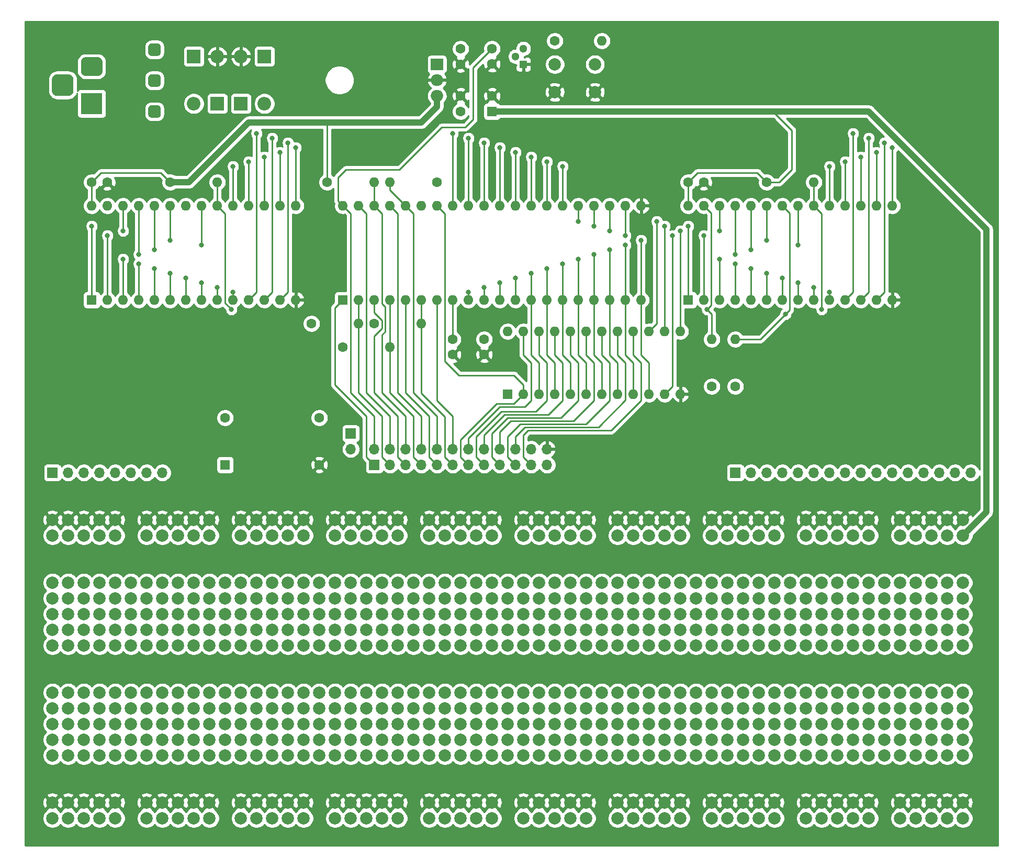
<source format=gbr>
G04 #@! TF.GenerationSoftware,KiCad,Pcbnew,5.1.5+dfsg1-2build2*
G04 #@! TF.CreationDate,2020-09-06T17:22:46-04:00*
G04 #@! TF.ProjectId,6502 Dev Board,36353032-2044-4657-9620-426f6172642e,rev?*
G04 #@! TF.SameCoordinates,Original*
G04 #@! TF.FileFunction,Copper,L2,Bot*
G04 #@! TF.FilePolarity,Positive*
%FSLAX46Y46*%
G04 Gerber Fmt 4.6, Leading zero omitted, Abs format (unit mm)*
G04 Created by KiCad (PCBNEW 5.1.5+dfsg1-2build2) date 2020-09-06 17:22:46*
%MOMM*%
%LPD*%
G04 APERTURE LIST*
%ADD10O,1.600000X1.600000*%
%ADD11C,1.600000*%
%ADD12C,0.100000*%
%ADD13C,1.998980*%
%ADD14R,1.600000X1.600000*%
%ADD15R,1.300000X1.300000*%
%ADD16C,1.300000*%
%ADD17O,2.000000X1.905000*%
%ADD18R,2.000000X1.905000*%
%ADD19C,2.000000*%
%ADD20O,1.700000X1.700000*%
%ADD21R,1.700000X1.700000*%
%ADD22R,3.500000X3.500000*%
%ADD23O,2.200000X2.200000*%
%ADD24R,2.200000X2.200000*%
%ADD25C,0.800000*%
%ADD26C,0.250000*%
%ADD27C,1.000000*%
%ADD28C,0.254000*%
G04 APERTURE END LIST*
D10*
X71120000Y-54610000D03*
D11*
X78740000Y-54610000D03*
G04 #@! TA.AperFunction,ComponentPad*
D12*
G36*
X33569009Y-32182408D02*
G01*
X33617545Y-32189607D01*
X33665142Y-32201530D01*
X33711342Y-32218060D01*
X33755698Y-32239039D01*
X33797785Y-32264265D01*
X33837197Y-32293495D01*
X33873553Y-32326447D01*
X33906505Y-32362803D01*
X33935735Y-32402215D01*
X33960961Y-32444302D01*
X33981940Y-32488658D01*
X33998470Y-32534858D01*
X34010393Y-32582455D01*
X34017592Y-32630991D01*
X34020000Y-32680000D01*
X34020000Y-33680000D01*
X34017592Y-33729009D01*
X34010393Y-33777545D01*
X33998470Y-33825142D01*
X33981940Y-33871342D01*
X33960961Y-33915698D01*
X33935735Y-33957785D01*
X33906505Y-33997197D01*
X33873553Y-34033553D01*
X33837197Y-34066505D01*
X33797785Y-34095735D01*
X33755698Y-34120961D01*
X33711342Y-34141940D01*
X33665142Y-34158470D01*
X33617545Y-34170393D01*
X33569009Y-34177592D01*
X33520000Y-34180000D01*
X32520000Y-34180000D01*
X32470991Y-34177592D01*
X32422455Y-34170393D01*
X32374858Y-34158470D01*
X32328658Y-34141940D01*
X32284302Y-34120961D01*
X32242215Y-34095735D01*
X32202803Y-34066505D01*
X32166447Y-34033553D01*
X32133495Y-33997197D01*
X32104265Y-33957785D01*
X32079039Y-33915698D01*
X32058060Y-33871342D01*
X32041530Y-33825142D01*
X32029607Y-33777545D01*
X32022408Y-33729009D01*
X32020000Y-33680000D01*
X32020000Y-32680000D01*
X32022408Y-32630991D01*
X32029607Y-32582455D01*
X32041530Y-32534858D01*
X32058060Y-32488658D01*
X32079039Y-32444302D01*
X32104265Y-32402215D01*
X32133495Y-32362803D01*
X32166447Y-32326447D01*
X32202803Y-32293495D01*
X32242215Y-32264265D01*
X32284302Y-32239039D01*
X32328658Y-32218060D01*
X32374858Y-32201530D01*
X32422455Y-32189607D01*
X32470991Y-32182408D01*
X32520000Y-32180000D01*
X33520000Y-32180000D01*
X33569009Y-32182408D01*
G37*
G04 #@! TD.AperFunction*
G04 #@! TA.AperFunction,ComponentPad*
G36*
X33569009Y-37182408D02*
G01*
X33617545Y-37189607D01*
X33665142Y-37201530D01*
X33711342Y-37218060D01*
X33755698Y-37239039D01*
X33797785Y-37264265D01*
X33837197Y-37293495D01*
X33873553Y-37326447D01*
X33906505Y-37362803D01*
X33935735Y-37402215D01*
X33960961Y-37444302D01*
X33981940Y-37488658D01*
X33998470Y-37534858D01*
X34010393Y-37582455D01*
X34017592Y-37630991D01*
X34020000Y-37680000D01*
X34020000Y-38680000D01*
X34017592Y-38729009D01*
X34010393Y-38777545D01*
X33998470Y-38825142D01*
X33981940Y-38871342D01*
X33960961Y-38915698D01*
X33935735Y-38957785D01*
X33906505Y-38997197D01*
X33873553Y-39033553D01*
X33837197Y-39066505D01*
X33797785Y-39095735D01*
X33755698Y-39120961D01*
X33711342Y-39141940D01*
X33665142Y-39158470D01*
X33617545Y-39170393D01*
X33569009Y-39177592D01*
X33520000Y-39180000D01*
X32520000Y-39180000D01*
X32470991Y-39177592D01*
X32422455Y-39170393D01*
X32374858Y-39158470D01*
X32328658Y-39141940D01*
X32284302Y-39120961D01*
X32242215Y-39095735D01*
X32202803Y-39066505D01*
X32166447Y-39033553D01*
X32133495Y-38997197D01*
X32104265Y-38957785D01*
X32079039Y-38915698D01*
X32058060Y-38871342D01*
X32041530Y-38825142D01*
X32029607Y-38777545D01*
X32022408Y-38729009D01*
X32020000Y-38680000D01*
X32020000Y-37680000D01*
X32022408Y-37630991D01*
X32029607Y-37582455D01*
X32041530Y-37534858D01*
X32058060Y-37488658D01*
X32079039Y-37444302D01*
X32104265Y-37402215D01*
X32133495Y-37362803D01*
X32166447Y-37326447D01*
X32202803Y-37293495D01*
X32242215Y-37264265D01*
X32284302Y-37239039D01*
X32328658Y-37218060D01*
X32374858Y-37201530D01*
X32422455Y-37189607D01*
X32470991Y-37182408D01*
X32520000Y-37180000D01*
X33520000Y-37180000D01*
X33569009Y-37182408D01*
G37*
G04 #@! TD.AperFunction*
G04 #@! TA.AperFunction,ComponentPad*
G36*
X33569009Y-42182408D02*
G01*
X33617545Y-42189607D01*
X33665142Y-42201530D01*
X33711342Y-42218060D01*
X33755698Y-42239039D01*
X33797785Y-42264265D01*
X33837197Y-42293495D01*
X33873553Y-42326447D01*
X33906505Y-42362803D01*
X33935735Y-42402215D01*
X33960961Y-42444302D01*
X33981940Y-42488658D01*
X33998470Y-42534858D01*
X34010393Y-42582455D01*
X34017592Y-42630991D01*
X34020000Y-42680000D01*
X34020000Y-43680000D01*
X34017592Y-43729009D01*
X34010393Y-43777545D01*
X33998470Y-43825142D01*
X33981940Y-43871342D01*
X33960961Y-43915698D01*
X33935735Y-43957785D01*
X33906505Y-43997197D01*
X33873553Y-44033553D01*
X33837197Y-44066505D01*
X33797785Y-44095735D01*
X33755698Y-44120961D01*
X33711342Y-44141940D01*
X33665142Y-44158470D01*
X33617545Y-44170393D01*
X33569009Y-44177592D01*
X33520000Y-44180000D01*
X32520000Y-44180000D01*
X32470991Y-44177592D01*
X32422455Y-44170393D01*
X32374858Y-44158470D01*
X32328658Y-44141940D01*
X32284302Y-44120961D01*
X32242215Y-44095735D01*
X32202803Y-44066505D01*
X32166447Y-44033553D01*
X32133495Y-43997197D01*
X32104265Y-43957785D01*
X32079039Y-43915698D01*
X32058060Y-43871342D01*
X32041530Y-43825142D01*
X32029607Y-43777545D01*
X32022408Y-43729009D01*
X32020000Y-43680000D01*
X32020000Y-42680000D01*
X32022408Y-42630991D01*
X32029607Y-42582455D01*
X32041530Y-42534858D01*
X32058060Y-42488658D01*
X32079039Y-42444302D01*
X32104265Y-42402215D01*
X32133495Y-42362803D01*
X32166447Y-42326447D01*
X32202803Y-42293495D01*
X32242215Y-42264265D01*
X32284302Y-42239039D01*
X32328658Y-42218060D01*
X32374858Y-42201530D01*
X32422455Y-42189607D01*
X32470991Y-42182408D01*
X32520000Y-42180000D01*
X33520000Y-42180000D01*
X33569009Y-42182408D01*
G37*
G04 #@! TD.AperFunction*
D10*
X123190000Y-80010000D03*
D11*
X123190000Y-87630000D03*
D10*
X139700000Y-54610000D03*
D11*
X132080000Y-54610000D03*
D13*
X107950000Y-154940000D03*
X16510000Y-157480000D03*
X54610000Y-154940000D03*
X156210000Y-154940000D03*
X16510000Y-154940000D03*
X95250000Y-154940000D03*
X46990000Y-154940000D03*
X133350000Y-157480000D03*
X113030000Y-157480000D03*
X49530000Y-154940000D03*
X72390000Y-154940000D03*
X113030000Y-154940000D03*
X26670000Y-157480000D03*
X36830000Y-154940000D03*
X31750000Y-154940000D03*
X24130000Y-154940000D03*
X80010000Y-157480000D03*
X87630000Y-157480000D03*
X36830000Y-157480000D03*
X31750000Y-157480000D03*
X153670000Y-154940000D03*
X85090000Y-157480000D03*
X52070000Y-157480000D03*
X92710000Y-157480000D03*
X49530000Y-157480000D03*
X34290000Y-157480000D03*
X77470000Y-157480000D03*
X110490000Y-157480000D03*
X26670000Y-154940000D03*
X146050000Y-157480000D03*
X41910000Y-157480000D03*
X153670000Y-157480000D03*
X143510000Y-157480000D03*
X100330000Y-157480000D03*
X87630000Y-154940000D03*
X21590000Y-157480000D03*
X161290000Y-154940000D03*
X69850000Y-154940000D03*
X85090000Y-154940000D03*
X100330000Y-154940000D03*
X41910000Y-154940000D03*
X34290000Y-154940000D03*
X80010000Y-154940000D03*
X148590000Y-154940000D03*
X110490000Y-154940000D03*
X158750000Y-157480000D03*
X123190000Y-157480000D03*
X102870000Y-154940000D03*
X138430000Y-154940000D03*
X128270000Y-154940000D03*
X69850000Y-157480000D03*
X133350000Y-154940000D03*
X125730000Y-154940000D03*
X62230000Y-154940000D03*
X161290000Y-157480000D03*
X39370000Y-154940000D03*
X163830000Y-157480000D03*
X146050000Y-154940000D03*
X140970000Y-157480000D03*
X107950000Y-157480000D03*
X54610000Y-157480000D03*
X57150000Y-154940000D03*
X158750000Y-154940000D03*
X123190000Y-154940000D03*
X82550000Y-154940000D03*
X67310000Y-157480000D03*
X64770000Y-154940000D03*
X39370000Y-157480000D03*
X52070000Y-154940000D03*
X115570000Y-157480000D03*
X102870000Y-157480000D03*
X148590000Y-157480000D03*
X140970000Y-154940000D03*
X19050000Y-154940000D03*
X118110000Y-157480000D03*
X138430000Y-157480000D03*
X46990000Y-157480000D03*
X72390000Y-157480000D03*
X64770000Y-157480000D03*
X128270000Y-157480000D03*
X19050000Y-157480000D03*
X21590000Y-154940000D03*
X24130000Y-157480000D03*
X115570000Y-154940000D03*
X62230000Y-157480000D03*
X118110000Y-154940000D03*
X163830000Y-154940000D03*
X97790000Y-157480000D03*
X97790000Y-154940000D03*
X67310000Y-154940000D03*
X125730000Y-157480000D03*
X95250000Y-157480000D03*
X77470000Y-154940000D03*
X57150000Y-157480000D03*
X92710000Y-154940000D03*
X130810000Y-157480000D03*
X143510000Y-154940000D03*
X130810000Y-154940000D03*
X156210000Y-157480000D03*
X82550000Y-157480000D03*
X90170000Y-137160000D03*
X16510000Y-137160000D03*
X29210000Y-137160000D03*
X62230000Y-137160000D03*
X57150000Y-139700000D03*
X46990000Y-142240000D03*
X49530000Y-142240000D03*
X118110000Y-147320000D03*
X120650000Y-137160000D03*
X153670000Y-142240000D03*
X92710000Y-142240000D03*
X74930000Y-137160000D03*
X62230000Y-147320000D03*
X54610000Y-147320000D03*
X44450000Y-142240000D03*
X102870000Y-139700000D03*
X26670000Y-142240000D03*
X52070000Y-139700000D03*
X64770000Y-139700000D03*
X87630000Y-139700000D03*
X85090000Y-144780000D03*
X77470000Y-137160000D03*
X57150000Y-142240000D03*
X36830000Y-137160000D03*
X163830000Y-142240000D03*
X82550000Y-137160000D03*
X128270000Y-139700000D03*
X107950000Y-139700000D03*
X105410000Y-139700000D03*
X97790000Y-137160000D03*
X123190000Y-139700000D03*
X34290000Y-137160000D03*
X113030000Y-139700000D03*
X110490000Y-139700000D03*
X120650000Y-139700000D03*
X153670000Y-147320000D03*
X118110000Y-139700000D03*
X125730000Y-142240000D03*
X130810000Y-142240000D03*
X97790000Y-142240000D03*
X46990000Y-137160000D03*
X95250000Y-142240000D03*
X87630000Y-144780000D03*
X26670000Y-137160000D03*
X31750000Y-142240000D03*
X80010000Y-139700000D03*
X133350000Y-137160000D03*
X120650000Y-142240000D03*
X130810000Y-139700000D03*
X44450000Y-144780000D03*
X67310000Y-142240000D03*
X90170000Y-147320000D03*
X41910000Y-137160000D03*
X105410000Y-142240000D03*
X64770000Y-142240000D03*
X140970000Y-137160000D03*
X34290000Y-142240000D03*
X143510000Y-147320000D03*
X113030000Y-147320000D03*
X36830000Y-139700000D03*
X115570000Y-147320000D03*
X102870000Y-147320000D03*
X138430000Y-139700000D03*
X90170000Y-144780000D03*
X87630000Y-147320000D03*
X148590000Y-147320000D03*
X110490000Y-147320000D03*
X100330000Y-144780000D03*
X26670000Y-144780000D03*
X54610000Y-142240000D03*
X80010000Y-147320000D03*
X34290000Y-147320000D03*
X21590000Y-142240000D03*
X107950000Y-142240000D03*
X161290000Y-142240000D03*
X72390000Y-137160000D03*
X59690000Y-144780000D03*
X34290000Y-144780000D03*
X128270000Y-147320000D03*
X36830000Y-147320000D03*
X62230000Y-142240000D03*
X62230000Y-144780000D03*
X64770000Y-147320000D03*
X90170000Y-142240000D03*
X158750000Y-147320000D03*
X31750000Y-144780000D03*
X31750000Y-137160000D03*
X115570000Y-142240000D03*
X52070000Y-142240000D03*
X57150000Y-147320000D03*
X125730000Y-147320000D03*
X46990000Y-144780000D03*
X151130000Y-147320000D03*
X156210000Y-142240000D03*
X151130000Y-137160000D03*
X123190000Y-147320000D03*
X44450000Y-147320000D03*
X67310000Y-137160000D03*
X118110000Y-137160000D03*
X161290000Y-147320000D03*
X110490000Y-142240000D03*
X100330000Y-142240000D03*
X135890000Y-142240000D03*
X80010000Y-144780000D03*
X130810000Y-137160000D03*
X125730000Y-137160000D03*
X49530000Y-144780000D03*
X26670000Y-147320000D03*
X158750000Y-142240000D03*
X118110000Y-144780000D03*
X143510000Y-139700000D03*
X156210000Y-139700000D03*
X54610000Y-144780000D03*
X92710000Y-147320000D03*
X16510000Y-139700000D03*
X146050000Y-142240000D03*
X133350000Y-139700000D03*
X85090000Y-137160000D03*
X41910000Y-147320000D03*
X102870000Y-144780000D03*
X77470000Y-144780000D03*
X158750000Y-144780000D03*
X92710000Y-137160000D03*
X67310000Y-139700000D03*
X125730000Y-139700000D03*
X52070000Y-147320000D03*
X59690000Y-139700000D03*
X82550000Y-144780000D03*
X135890000Y-137160000D03*
X143510000Y-144780000D03*
X24130000Y-142240000D03*
X62230000Y-139700000D03*
X82550000Y-139700000D03*
X82550000Y-142240000D03*
X36830000Y-142240000D03*
X95250000Y-137160000D03*
X69850000Y-137160000D03*
X29210000Y-142240000D03*
X128270000Y-137160000D03*
X16510000Y-144780000D03*
X49530000Y-139700000D03*
X46990000Y-147320000D03*
X74930000Y-142240000D03*
X52070000Y-137160000D03*
X133350000Y-142240000D03*
X67310000Y-144780000D03*
X57150000Y-144780000D03*
X97790000Y-144780000D03*
X138430000Y-147320000D03*
X102870000Y-142240000D03*
X77470000Y-142240000D03*
X95250000Y-144780000D03*
X49530000Y-147320000D03*
X92710000Y-144780000D03*
X140970000Y-142240000D03*
X97790000Y-147320000D03*
X148590000Y-144780000D03*
X95250000Y-147320000D03*
X31750000Y-147320000D03*
X67310000Y-147320000D03*
X140970000Y-147320000D03*
X95250000Y-139700000D03*
X120650000Y-147320000D03*
X92710000Y-139700000D03*
X158750000Y-139700000D03*
X120650000Y-144780000D03*
X105410000Y-147320000D03*
X158750000Y-137160000D03*
X54610000Y-137160000D03*
X31750000Y-139700000D03*
X107950000Y-144780000D03*
X140970000Y-144780000D03*
X113030000Y-144780000D03*
X130810000Y-144780000D03*
X151130000Y-144780000D03*
X153670000Y-144780000D03*
X161290000Y-144780000D03*
X156210000Y-137160000D03*
X146050000Y-144780000D03*
X128270000Y-144780000D03*
X163830000Y-144780000D03*
X115570000Y-144780000D03*
X146050000Y-139700000D03*
X16510000Y-142240000D03*
X143510000Y-137160000D03*
X148590000Y-137160000D03*
X46990000Y-139700000D03*
X128270000Y-142240000D03*
X44450000Y-139700000D03*
X19050000Y-139700000D03*
X74930000Y-144780000D03*
X161290000Y-137160000D03*
X54610000Y-139700000D03*
X72390000Y-144780000D03*
X113030000Y-137160000D03*
X123190000Y-142240000D03*
X138430000Y-142240000D03*
X148590000Y-142240000D03*
X143510000Y-142240000D03*
X90170000Y-139700000D03*
X19050000Y-144780000D03*
X72390000Y-142240000D03*
X163830000Y-139700000D03*
X113030000Y-142240000D03*
X87630000Y-142240000D03*
X74930000Y-139700000D03*
X153670000Y-139700000D03*
X140970000Y-139700000D03*
X148590000Y-139700000D03*
X59690000Y-137160000D03*
X163830000Y-147320000D03*
X82550000Y-147320000D03*
X69850000Y-147320000D03*
X151130000Y-139700000D03*
X64770000Y-144780000D03*
X69850000Y-144780000D03*
X133350000Y-147320000D03*
X29210000Y-147320000D03*
X21590000Y-144780000D03*
X102870000Y-137160000D03*
X74930000Y-147320000D03*
X97790000Y-139700000D03*
X110490000Y-144780000D03*
X64770000Y-137160000D03*
X49530000Y-137160000D03*
X24130000Y-139700000D03*
X19050000Y-142240000D03*
X80010000Y-142240000D03*
X29210000Y-139700000D03*
X133350000Y-144780000D03*
X146050000Y-137160000D03*
X41910000Y-139700000D03*
X85090000Y-142240000D03*
X161290000Y-139700000D03*
X77470000Y-139700000D03*
X135890000Y-139700000D03*
X59690000Y-142240000D03*
X24130000Y-147320000D03*
X138430000Y-144780000D03*
X110490000Y-137160000D03*
X19050000Y-137160000D03*
X151130000Y-142240000D03*
X118110000Y-142240000D03*
X57150000Y-137160000D03*
X41910000Y-142240000D03*
X107950000Y-137160000D03*
X163830000Y-137160000D03*
X125730000Y-144780000D03*
X24130000Y-137160000D03*
X39370000Y-142240000D03*
X100330000Y-137160000D03*
X80010000Y-137160000D03*
X138430000Y-137160000D03*
X72390000Y-139700000D03*
X115570000Y-139700000D03*
X41910000Y-144780000D03*
X123190000Y-144780000D03*
X69850000Y-139700000D03*
X105410000Y-144780000D03*
X59690000Y-147320000D03*
X39370000Y-147320000D03*
X100330000Y-139700000D03*
X39370000Y-144780000D03*
X36830000Y-144780000D03*
X29210000Y-144780000D03*
X19050000Y-147320000D03*
X34290000Y-139700000D03*
X107950000Y-147320000D03*
X72390000Y-147320000D03*
X156210000Y-144780000D03*
X16510000Y-147320000D03*
X135890000Y-144780000D03*
X24130000Y-144780000D03*
X85090000Y-139700000D03*
X21590000Y-147320000D03*
X52070000Y-144780000D03*
X135890000Y-147320000D03*
X87630000Y-137160000D03*
X115570000Y-137160000D03*
X26670000Y-139700000D03*
X69850000Y-142240000D03*
X156210000Y-147320000D03*
X77470000Y-147320000D03*
X39370000Y-137160000D03*
X123190000Y-137160000D03*
X100330000Y-147320000D03*
X146050000Y-147320000D03*
X21590000Y-137160000D03*
X39370000Y-139700000D03*
X130810000Y-147320000D03*
X153670000Y-137160000D03*
X21590000Y-139700000D03*
X44450000Y-137160000D03*
X85090000Y-147320000D03*
X105410000Y-137160000D03*
X163830000Y-129540000D03*
X161290000Y-129540000D03*
X158750000Y-129540000D03*
X156210000Y-129540000D03*
X153670000Y-129540000D03*
X151130000Y-129540000D03*
X148590000Y-129540000D03*
X146050000Y-129540000D03*
X143510000Y-129540000D03*
X140970000Y-129540000D03*
X138430000Y-129540000D03*
X135890000Y-129540000D03*
X133350000Y-129540000D03*
X130810000Y-129540000D03*
X128270000Y-129540000D03*
X125730000Y-129540000D03*
X123190000Y-129540000D03*
X120650000Y-129540000D03*
X118110000Y-129540000D03*
X115570000Y-129540000D03*
X113030000Y-129540000D03*
X110490000Y-129540000D03*
X107950000Y-129540000D03*
X105410000Y-129540000D03*
X102870000Y-129540000D03*
X100330000Y-129540000D03*
X97790000Y-129540000D03*
X95250000Y-129540000D03*
X92710000Y-129540000D03*
X90170000Y-129540000D03*
X87630000Y-129540000D03*
X85090000Y-129540000D03*
X82550000Y-129540000D03*
X80010000Y-129540000D03*
X77470000Y-129540000D03*
X74930000Y-129540000D03*
X72390000Y-129540000D03*
X69850000Y-129540000D03*
X67310000Y-129540000D03*
X64770000Y-129540000D03*
X62230000Y-129540000D03*
X59690000Y-129540000D03*
X57150000Y-129540000D03*
X54610000Y-129540000D03*
X52070000Y-129540000D03*
X49530000Y-129540000D03*
X46990000Y-129540000D03*
X44450000Y-129540000D03*
X41910000Y-129540000D03*
X39370000Y-129540000D03*
X36830000Y-129540000D03*
X34290000Y-129540000D03*
X31750000Y-129540000D03*
X29210000Y-129540000D03*
X26670000Y-129540000D03*
X24130000Y-129540000D03*
X21590000Y-129540000D03*
X19050000Y-129540000D03*
X16510000Y-129540000D03*
X163830000Y-127000000D03*
X161290000Y-127000000D03*
X158750000Y-127000000D03*
X156210000Y-127000000D03*
X153670000Y-127000000D03*
X151130000Y-127000000D03*
X148590000Y-127000000D03*
X146050000Y-127000000D03*
X143510000Y-127000000D03*
X140970000Y-127000000D03*
X138430000Y-127000000D03*
X135890000Y-127000000D03*
X133350000Y-127000000D03*
X130810000Y-127000000D03*
X128270000Y-127000000D03*
X125730000Y-127000000D03*
X123190000Y-127000000D03*
X120650000Y-127000000D03*
X118110000Y-127000000D03*
X115570000Y-127000000D03*
X113030000Y-127000000D03*
X110490000Y-127000000D03*
X107950000Y-127000000D03*
X105410000Y-127000000D03*
X102870000Y-127000000D03*
X100330000Y-127000000D03*
X97790000Y-127000000D03*
X95250000Y-127000000D03*
X92710000Y-127000000D03*
X90170000Y-127000000D03*
X87630000Y-127000000D03*
X85090000Y-127000000D03*
X82550000Y-127000000D03*
X80010000Y-127000000D03*
X77470000Y-127000000D03*
X74930000Y-127000000D03*
X72390000Y-127000000D03*
X69850000Y-127000000D03*
X67310000Y-127000000D03*
X64770000Y-127000000D03*
X62230000Y-127000000D03*
X59690000Y-127000000D03*
X57150000Y-127000000D03*
X54610000Y-127000000D03*
X52070000Y-127000000D03*
X49530000Y-127000000D03*
X46990000Y-127000000D03*
X44450000Y-127000000D03*
X41910000Y-127000000D03*
X39370000Y-127000000D03*
X36830000Y-127000000D03*
X34290000Y-127000000D03*
X31750000Y-127000000D03*
X29210000Y-127000000D03*
X26670000Y-127000000D03*
X24130000Y-127000000D03*
X21590000Y-127000000D03*
X19050000Y-127000000D03*
X16510000Y-127000000D03*
X163830000Y-124460000D03*
X161290000Y-124460000D03*
X158750000Y-124460000D03*
X156210000Y-124460000D03*
X153670000Y-124460000D03*
X151130000Y-124460000D03*
X148590000Y-124460000D03*
X146050000Y-124460000D03*
X143510000Y-124460000D03*
X140970000Y-124460000D03*
X138430000Y-124460000D03*
X135890000Y-124460000D03*
X133350000Y-124460000D03*
X130810000Y-124460000D03*
X128270000Y-124460000D03*
X125730000Y-124460000D03*
X123190000Y-124460000D03*
X120650000Y-124460000D03*
X118110000Y-124460000D03*
X115570000Y-124460000D03*
X113030000Y-124460000D03*
X110490000Y-124460000D03*
X107950000Y-124460000D03*
X105410000Y-124460000D03*
X102870000Y-124460000D03*
X100330000Y-124460000D03*
X97790000Y-124460000D03*
X95250000Y-124460000D03*
X92710000Y-124460000D03*
X90170000Y-124460000D03*
X87630000Y-124460000D03*
X85090000Y-124460000D03*
X82550000Y-124460000D03*
X80010000Y-124460000D03*
X77470000Y-124460000D03*
X74930000Y-124460000D03*
X72390000Y-124460000D03*
X69850000Y-124460000D03*
X67310000Y-124460000D03*
X64770000Y-124460000D03*
X62230000Y-124460000D03*
X59690000Y-124460000D03*
X57150000Y-124460000D03*
X54610000Y-124460000D03*
X52070000Y-124460000D03*
X49530000Y-124460000D03*
X46990000Y-124460000D03*
X44450000Y-124460000D03*
X41910000Y-124460000D03*
X39370000Y-124460000D03*
X36830000Y-124460000D03*
X34290000Y-124460000D03*
X31750000Y-124460000D03*
X29210000Y-124460000D03*
X26670000Y-124460000D03*
X24130000Y-124460000D03*
X21590000Y-124460000D03*
X19050000Y-124460000D03*
X16510000Y-124460000D03*
X163830000Y-121920000D03*
X161290000Y-121920000D03*
X158750000Y-121920000D03*
X156210000Y-121920000D03*
X153670000Y-121920000D03*
X151130000Y-121920000D03*
X148590000Y-121920000D03*
X146050000Y-121920000D03*
X143510000Y-121920000D03*
X140970000Y-121920000D03*
X138430000Y-121920000D03*
X135890000Y-121920000D03*
X133350000Y-121920000D03*
X130810000Y-121920000D03*
X128270000Y-121920000D03*
X125730000Y-121920000D03*
X123190000Y-121920000D03*
X120650000Y-121920000D03*
X118110000Y-121920000D03*
X115570000Y-121920000D03*
X113030000Y-121920000D03*
X110490000Y-121920000D03*
X107950000Y-121920000D03*
X105410000Y-121920000D03*
X102870000Y-121920000D03*
X100330000Y-121920000D03*
X97790000Y-121920000D03*
X95250000Y-121920000D03*
X92710000Y-121920000D03*
X90170000Y-121920000D03*
X87630000Y-121920000D03*
X85090000Y-121920000D03*
X82550000Y-121920000D03*
X80010000Y-121920000D03*
X77470000Y-121920000D03*
X74930000Y-121920000D03*
X72390000Y-121920000D03*
X69850000Y-121920000D03*
X67310000Y-121920000D03*
X64770000Y-121920000D03*
X62230000Y-121920000D03*
X59690000Y-121920000D03*
X57150000Y-121920000D03*
X54610000Y-121920000D03*
X52070000Y-121920000D03*
X49530000Y-121920000D03*
X46990000Y-121920000D03*
X44450000Y-121920000D03*
X41910000Y-121920000D03*
X39370000Y-121920000D03*
X36830000Y-121920000D03*
X34290000Y-121920000D03*
X31750000Y-121920000D03*
X29210000Y-121920000D03*
X26670000Y-121920000D03*
X24130000Y-121920000D03*
X21590000Y-121920000D03*
X19050000Y-121920000D03*
X16510000Y-121920000D03*
X163830000Y-119380000D03*
X161290000Y-119380000D03*
X158750000Y-119380000D03*
X156210000Y-119380000D03*
X153670000Y-119380000D03*
X151130000Y-119380000D03*
X148590000Y-119380000D03*
X146050000Y-119380000D03*
X143510000Y-119380000D03*
X140970000Y-119380000D03*
X138430000Y-119380000D03*
X135890000Y-119380000D03*
X133350000Y-119380000D03*
X130810000Y-119380000D03*
X128270000Y-119380000D03*
X125730000Y-119380000D03*
X123190000Y-119380000D03*
X120650000Y-119380000D03*
X118110000Y-119380000D03*
X115570000Y-119380000D03*
X113030000Y-119380000D03*
X110490000Y-119380000D03*
X107950000Y-119380000D03*
X105410000Y-119380000D03*
X102870000Y-119380000D03*
X100330000Y-119380000D03*
X97790000Y-119380000D03*
X95250000Y-119380000D03*
X92710000Y-119380000D03*
X90170000Y-119380000D03*
X87630000Y-119380000D03*
X85090000Y-119380000D03*
X82550000Y-119380000D03*
X80010000Y-119380000D03*
X77470000Y-119380000D03*
X74930000Y-119380000D03*
X72390000Y-119380000D03*
X69850000Y-119380000D03*
X67310000Y-119380000D03*
X64770000Y-119380000D03*
X62230000Y-119380000D03*
X59690000Y-119380000D03*
X57150000Y-119380000D03*
X54610000Y-119380000D03*
X52070000Y-119380000D03*
X49530000Y-119380000D03*
X46990000Y-119380000D03*
X44450000Y-119380000D03*
X41910000Y-119380000D03*
X39370000Y-119380000D03*
X36830000Y-119380000D03*
X34290000Y-119380000D03*
X31750000Y-119380000D03*
X29210000Y-119380000D03*
X26670000Y-119380000D03*
X24130000Y-119380000D03*
X21590000Y-119380000D03*
X19050000Y-119380000D03*
X16510000Y-119380000D03*
X163830000Y-109220000D03*
X161290000Y-109220000D03*
X158750000Y-109220000D03*
X156210000Y-109220000D03*
X153670000Y-109220000D03*
X148590000Y-109220000D03*
X146050000Y-109220000D03*
X143510000Y-109220000D03*
X140970000Y-109220000D03*
X138430000Y-109220000D03*
X133350000Y-109220000D03*
X130810000Y-109220000D03*
X128270000Y-109220000D03*
X125730000Y-109220000D03*
X123190000Y-109220000D03*
X118110000Y-109220000D03*
X115570000Y-109220000D03*
X113030000Y-109220000D03*
X110490000Y-109220000D03*
X107950000Y-109220000D03*
X102870000Y-109220000D03*
X100330000Y-109220000D03*
X97790000Y-109220000D03*
X95250000Y-109220000D03*
X92710000Y-109220000D03*
X87630000Y-109220000D03*
X85090000Y-109220000D03*
X82550000Y-109220000D03*
X80010000Y-109220000D03*
X77470000Y-109220000D03*
X72390000Y-109220000D03*
X69850000Y-109220000D03*
X67310000Y-109220000D03*
X64770000Y-109220000D03*
X62230000Y-109220000D03*
X57150000Y-109220000D03*
X54610000Y-109220000D03*
X52070000Y-109220000D03*
X49530000Y-109220000D03*
X46990000Y-109220000D03*
X41910000Y-109220000D03*
X39370000Y-109220000D03*
X36830000Y-109220000D03*
X34290000Y-109220000D03*
X31750000Y-109220000D03*
X26670000Y-109220000D03*
X24130000Y-109220000D03*
X21590000Y-109220000D03*
X19050000Y-109220000D03*
X16510000Y-109220000D03*
X163830000Y-111760000D03*
X161290000Y-111760000D03*
X158750000Y-111760000D03*
X156210000Y-111760000D03*
X153670000Y-111760000D03*
X148590000Y-111760000D03*
X146050000Y-111760000D03*
X143510000Y-111760000D03*
X140970000Y-111760000D03*
X138430000Y-111760000D03*
X133350000Y-111760000D03*
X130810000Y-111760000D03*
X128270000Y-111760000D03*
X125730000Y-111760000D03*
X123190000Y-111760000D03*
X118110000Y-111760000D03*
X115570000Y-111760000D03*
X113030000Y-111760000D03*
X110490000Y-111760000D03*
X107950000Y-111760000D03*
X102870000Y-111760000D03*
X100330000Y-111760000D03*
X97790000Y-111760000D03*
X95250000Y-111760000D03*
X92710000Y-111760000D03*
X87630000Y-111760000D03*
X85090000Y-111760000D03*
X82550000Y-111760000D03*
X80010000Y-111760000D03*
X77470000Y-111760000D03*
X72390000Y-111760000D03*
X69850000Y-111760000D03*
X67310000Y-111760000D03*
X64770000Y-111760000D03*
X62230000Y-111760000D03*
X57150000Y-111760000D03*
X54610000Y-111760000D03*
X52070000Y-111760000D03*
X49530000Y-111760000D03*
X46990000Y-111760000D03*
X41910000Y-111760000D03*
X39370000Y-111760000D03*
X36830000Y-111760000D03*
X34290000Y-111760000D03*
X31750000Y-111760000D03*
X26670000Y-111760000D03*
X24130000Y-111760000D03*
X21590000Y-111760000D03*
X19050000Y-111760000D03*
X16510000Y-111760000D03*
D10*
X127000000Y-80010000D03*
D11*
X127000000Y-87630000D03*
D10*
X43180000Y-54610000D03*
D11*
X35560000Y-54610000D03*
D10*
X68580000Y-54610000D03*
D11*
X60960000Y-54610000D03*
D10*
X105410000Y-31750000D03*
D11*
X97790000Y-31750000D03*
D10*
X66040000Y-77470000D03*
D11*
X58420000Y-77470000D03*
D10*
X71120000Y-81280000D03*
D11*
X63500000Y-81280000D03*
D10*
X76200000Y-77470000D03*
D11*
X68580000Y-77470000D03*
X121880000Y-54610000D03*
X119380000Y-54610000D03*
X81280000Y-82510000D03*
X81280000Y-80010000D03*
X86360000Y-82510000D03*
X86360000Y-80010000D03*
X25360000Y-54610000D03*
X22860000Y-54610000D03*
X87630000Y-40680000D03*
D14*
X87630000Y-43180000D03*
D11*
X59690000Y-100330000D03*
X59690000Y-92710000D03*
X44450000Y-92710000D03*
D14*
X44450000Y-100330000D03*
D10*
X90170000Y-78740000D03*
X118110000Y-88900000D03*
X92710000Y-78740000D03*
X115570000Y-88900000D03*
X95250000Y-78740000D03*
X113030000Y-88900000D03*
X97790000Y-78740000D03*
X110490000Y-88900000D03*
X100330000Y-78740000D03*
X107950000Y-88900000D03*
X102870000Y-78740000D03*
X105410000Y-88900000D03*
X105410000Y-78740000D03*
X102870000Y-88900000D03*
X107950000Y-78740000D03*
X100330000Y-88900000D03*
X110490000Y-78740000D03*
X97790000Y-88900000D03*
X113030000Y-78740000D03*
X95250000Y-88900000D03*
X115570000Y-78740000D03*
X92710000Y-88900000D03*
X118110000Y-78740000D03*
D14*
X90170000Y-88900000D03*
D10*
X119380000Y-58420000D03*
X152400000Y-73660000D03*
X121920000Y-58420000D03*
X149860000Y-73660000D03*
X124460000Y-58420000D03*
X147320000Y-73660000D03*
X127000000Y-58420000D03*
X144780000Y-73660000D03*
X129540000Y-58420000D03*
X142240000Y-73660000D03*
X132080000Y-58420000D03*
X139700000Y-73660000D03*
X134620000Y-58420000D03*
X137160000Y-73660000D03*
X137160000Y-58420000D03*
X134620000Y-73660000D03*
X139700000Y-58420000D03*
X132080000Y-73660000D03*
X142240000Y-58420000D03*
X129540000Y-73660000D03*
X144780000Y-58420000D03*
X127000000Y-73660000D03*
X147320000Y-58420000D03*
X124460000Y-73660000D03*
X149860000Y-58420000D03*
X121920000Y-73660000D03*
X152400000Y-58420000D03*
D14*
X119380000Y-73660000D03*
D15*
X92710000Y-35560000D03*
D16*
X92710000Y-33020000D03*
X91440000Y-34290000D03*
D17*
X78740000Y-40640000D03*
X78740000Y-38100000D03*
D18*
X78740000Y-35560000D03*
D10*
X22860000Y-58420000D03*
X55880000Y-73660000D03*
X25400000Y-58420000D03*
X53340000Y-73660000D03*
X27940000Y-58420000D03*
X50800000Y-73660000D03*
X30480000Y-58420000D03*
X48260000Y-73660000D03*
X33020000Y-58420000D03*
X45720000Y-73660000D03*
X35560000Y-58420000D03*
X43180000Y-73660000D03*
X38100000Y-58420000D03*
X40640000Y-73660000D03*
X40640000Y-58420000D03*
X38100000Y-73660000D03*
X43180000Y-58420000D03*
X35560000Y-73660000D03*
X45720000Y-58420000D03*
X33020000Y-73660000D03*
X48260000Y-58420000D03*
X30480000Y-73660000D03*
X50800000Y-58420000D03*
X27940000Y-73660000D03*
X53340000Y-58420000D03*
X25400000Y-73660000D03*
X55880000Y-58420000D03*
D14*
X22860000Y-73660000D03*
D10*
X63500000Y-58420000D03*
X111760000Y-73660000D03*
X66040000Y-58420000D03*
X109220000Y-73660000D03*
X68580000Y-58420000D03*
X106680000Y-73660000D03*
X71120000Y-58420000D03*
X104140000Y-73660000D03*
X73660000Y-58420000D03*
X101600000Y-73660000D03*
X76200000Y-58420000D03*
X99060000Y-73660000D03*
X78740000Y-58420000D03*
X96520000Y-73660000D03*
X81280000Y-58420000D03*
X93980000Y-73660000D03*
X83820000Y-58420000D03*
X91440000Y-73660000D03*
X86360000Y-58420000D03*
X88900000Y-73660000D03*
X88900000Y-58420000D03*
X86360000Y-73660000D03*
X91440000Y-58420000D03*
X83820000Y-73660000D03*
X93980000Y-58420000D03*
X81280000Y-73660000D03*
X96520000Y-58420000D03*
X78740000Y-73660000D03*
X99060000Y-58420000D03*
X76200000Y-73660000D03*
X101600000Y-58420000D03*
X73660000Y-73660000D03*
X104140000Y-58420000D03*
X71120000Y-73660000D03*
X106680000Y-58420000D03*
X68580000Y-73660000D03*
X109220000Y-58420000D03*
X66040000Y-73660000D03*
X111760000Y-58420000D03*
D14*
X63500000Y-73660000D03*
D19*
X104290000Y-35560000D03*
X104290000Y-40060000D03*
X97790000Y-35560000D03*
X97790000Y-40060000D03*
D20*
X64770000Y-97790000D03*
D21*
X64770000Y-95250000D03*
D20*
X34290000Y-101600000D03*
X31750000Y-101600000D03*
X29210000Y-101600000D03*
X26670000Y-101600000D03*
X24130000Y-101600000D03*
X21590000Y-101600000D03*
X19050000Y-101600000D03*
D21*
X16510000Y-101600000D03*
D20*
X165100000Y-101600000D03*
X162560000Y-101600000D03*
X160020000Y-101600000D03*
X157480000Y-101600000D03*
X154940000Y-101600000D03*
X152400000Y-101600000D03*
X149860000Y-101600000D03*
X147320000Y-101600000D03*
X144780000Y-101600000D03*
X142240000Y-101600000D03*
X139700000Y-101600000D03*
X137160000Y-101600000D03*
X134620000Y-101600000D03*
X132080000Y-101600000D03*
X129540000Y-101600000D03*
D21*
X127000000Y-101600000D03*
D20*
X96520000Y-97790000D03*
X96520000Y-100330000D03*
X93980000Y-97790000D03*
X93980000Y-100330000D03*
X91440000Y-97790000D03*
X91440000Y-100330000D03*
X88900000Y-97790000D03*
X88900000Y-100330000D03*
X86360000Y-97790000D03*
X86360000Y-100330000D03*
X83820000Y-97790000D03*
X83820000Y-100330000D03*
X81280000Y-97790000D03*
X81280000Y-100330000D03*
X78740000Y-97790000D03*
X78740000Y-100330000D03*
X76200000Y-97790000D03*
X76200000Y-100330000D03*
X73660000Y-97790000D03*
X73660000Y-100330000D03*
X71120000Y-97790000D03*
X71120000Y-100330000D03*
X68580000Y-97790000D03*
D21*
X68580000Y-100330000D03*
G04 #@! TA.AperFunction,ComponentPad*
D12*
G36*
X19120765Y-37164213D02*
G01*
X19205704Y-37176813D01*
X19288999Y-37197677D01*
X19369848Y-37226605D01*
X19447472Y-37263319D01*
X19521124Y-37307464D01*
X19590094Y-37358616D01*
X19653718Y-37416282D01*
X19711384Y-37479906D01*
X19762536Y-37548876D01*
X19806681Y-37622528D01*
X19843395Y-37700152D01*
X19872323Y-37781001D01*
X19893187Y-37864296D01*
X19905787Y-37949235D01*
X19910000Y-38035000D01*
X19910000Y-39785000D01*
X19905787Y-39870765D01*
X19893187Y-39955704D01*
X19872323Y-40038999D01*
X19843395Y-40119848D01*
X19806681Y-40197472D01*
X19762536Y-40271124D01*
X19711384Y-40340094D01*
X19653718Y-40403718D01*
X19590094Y-40461384D01*
X19521124Y-40512536D01*
X19447472Y-40556681D01*
X19369848Y-40593395D01*
X19288999Y-40622323D01*
X19205704Y-40643187D01*
X19120765Y-40655787D01*
X19035000Y-40660000D01*
X17285000Y-40660000D01*
X17199235Y-40655787D01*
X17114296Y-40643187D01*
X17031001Y-40622323D01*
X16950152Y-40593395D01*
X16872528Y-40556681D01*
X16798876Y-40512536D01*
X16729906Y-40461384D01*
X16666282Y-40403718D01*
X16608616Y-40340094D01*
X16557464Y-40271124D01*
X16513319Y-40197472D01*
X16476605Y-40119848D01*
X16447677Y-40038999D01*
X16426813Y-39955704D01*
X16414213Y-39870765D01*
X16410000Y-39785000D01*
X16410000Y-38035000D01*
X16414213Y-37949235D01*
X16426813Y-37864296D01*
X16447677Y-37781001D01*
X16476605Y-37700152D01*
X16513319Y-37622528D01*
X16557464Y-37548876D01*
X16608616Y-37479906D01*
X16666282Y-37416282D01*
X16729906Y-37358616D01*
X16798876Y-37307464D01*
X16872528Y-37263319D01*
X16950152Y-37226605D01*
X17031001Y-37197677D01*
X17114296Y-37176813D01*
X17199235Y-37164213D01*
X17285000Y-37160000D01*
X19035000Y-37160000D01*
X19120765Y-37164213D01*
G37*
G04 #@! TD.AperFunction*
G04 #@! TA.AperFunction,ComponentPad*
G36*
X23933513Y-34413611D02*
G01*
X24006318Y-34424411D01*
X24077714Y-34442295D01*
X24147013Y-34467090D01*
X24213548Y-34498559D01*
X24276678Y-34536398D01*
X24335795Y-34580242D01*
X24390330Y-34629670D01*
X24439758Y-34684205D01*
X24483602Y-34743322D01*
X24521441Y-34806452D01*
X24552910Y-34872987D01*
X24577705Y-34942286D01*
X24595589Y-35013682D01*
X24606389Y-35086487D01*
X24610000Y-35160000D01*
X24610000Y-36660000D01*
X24606389Y-36733513D01*
X24595589Y-36806318D01*
X24577705Y-36877714D01*
X24552910Y-36947013D01*
X24521441Y-37013548D01*
X24483602Y-37076678D01*
X24439758Y-37135795D01*
X24390330Y-37190330D01*
X24335795Y-37239758D01*
X24276678Y-37283602D01*
X24213548Y-37321441D01*
X24147013Y-37352910D01*
X24077714Y-37377705D01*
X24006318Y-37395589D01*
X23933513Y-37406389D01*
X23860000Y-37410000D01*
X21860000Y-37410000D01*
X21786487Y-37406389D01*
X21713682Y-37395589D01*
X21642286Y-37377705D01*
X21572987Y-37352910D01*
X21506452Y-37321441D01*
X21443322Y-37283602D01*
X21384205Y-37239758D01*
X21329670Y-37190330D01*
X21280242Y-37135795D01*
X21236398Y-37076678D01*
X21198559Y-37013548D01*
X21167090Y-36947013D01*
X21142295Y-36877714D01*
X21124411Y-36806318D01*
X21113611Y-36733513D01*
X21110000Y-36660000D01*
X21110000Y-35160000D01*
X21113611Y-35086487D01*
X21124411Y-35013682D01*
X21142295Y-34942286D01*
X21167090Y-34872987D01*
X21198559Y-34806452D01*
X21236398Y-34743322D01*
X21280242Y-34684205D01*
X21329670Y-34629670D01*
X21384205Y-34580242D01*
X21443322Y-34536398D01*
X21506452Y-34498559D01*
X21572987Y-34467090D01*
X21642286Y-34442295D01*
X21713682Y-34424411D01*
X21786487Y-34413611D01*
X21860000Y-34410000D01*
X23860000Y-34410000D01*
X23933513Y-34413611D01*
G37*
G04 #@! TD.AperFunction*
D22*
X22860000Y-41910000D03*
D23*
X43180000Y-34290000D03*
D24*
X43180000Y-41910000D03*
D23*
X46990000Y-34290000D03*
D24*
X46990000Y-41910000D03*
D23*
X39370000Y-41910000D03*
D24*
X39370000Y-34290000D03*
D23*
X50800000Y-41910000D03*
D24*
X50800000Y-34290000D03*
D11*
X87630000Y-33020000D03*
X87630000Y-35520000D03*
X82550000Y-40680000D03*
X82550000Y-43180000D03*
X82550000Y-35560000D03*
X82550000Y-33060000D03*
D25*
X142240000Y-52070000D03*
X144780000Y-51308000D03*
X147320000Y-50546000D03*
X149860000Y-49784000D03*
X152400000Y-49022000D03*
X151130000Y-48260000D03*
X148590000Y-47498000D03*
X146050000Y-46736000D03*
X22860000Y-61722000D03*
X27940000Y-62484000D03*
X25400000Y-63246000D03*
X35560000Y-64008000D03*
X40640000Y-64770000D03*
X33020000Y-65532000D03*
X30480000Y-66294000D03*
X27940000Y-67056000D03*
X30480000Y-67818000D03*
X33020000Y-68580000D03*
X35560000Y-69342000D03*
X38100000Y-70104000D03*
X40640000Y-70866000D03*
X43180000Y-71628000D03*
X45720000Y-72390000D03*
X135127972Y-75946000D03*
X122427998Y-75184000D03*
X45466000Y-75184000D03*
X140970000Y-75184000D03*
X101600000Y-60960000D03*
X114300000Y-60960000D03*
X119380000Y-61722000D03*
X104140000Y-61722000D03*
X115570000Y-61722000D03*
X124460000Y-62484000D03*
X106680000Y-62484000D03*
X118110000Y-62484002D03*
X121920000Y-63246000D03*
X109220000Y-63246000D03*
X116840000Y-63246000D03*
X132080000Y-64008000D03*
X111760000Y-64008000D03*
X137160000Y-64770000D03*
X109220000Y-64770000D03*
X129540000Y-65532000D03*
X106680000Y-65532000D03*
X127000000Y-66294000D03*
X104140000Y-66294000D03*
X124460000Y-67056000D03*
X101600000Y-67056000D03*
X127000000Y-67818000D03*
X99060000Y-67818000D03*
X129540000Y-68580000D03*
X96520000Y-68580000D03*
X132080000Y-69342000D03*
X93980000Y-69342000D03*
X134620000Y-70104000D03*
X91440000Y-70104000D03*
X137160000Y-70866000D03*
X88900000Y-70866000D03*
X139700000Y-71628000D03*
X86360000Y-71628000D03*
X142240000Y-72390000D03*
X83820000Y-72390000D03*
X45720000Y-52070000D03*
X99060000Y-52070000D03*
X48260000Y-51308000D03*
X96520000Y-51308000D03*
X50800000Y-50546000D03*
X93980000Y-50546000D03*
X53340000Y-49784000D03*
X91440000Y-49784000D03*
X55880000Y-49022000D03*
X88900000Y-49022000D03*
X54610000Y-48260000D03*
X86360000Y-48260000D03*
X52070000Y-47498000D03*
X83820000Y-47498000D03*
X49530000Y-46736000D03*
X81280000Y-46736000D03*
D26*
X149860000Y-73660000D02*
X151130000Y-72390000D01*
X151130000Y-72390000D02*
X151130000Y-48260000D01*
X148590000Y-72390000D02*
X148590000Y-47498000D01*
X147320000Y-73660000D02*
X148590000Y-72390000D01*
X144780000Y-73660000D02*
X146050000Y-72390000D01*
X146050000Y-72390000D02*
X146050000Y-46736000D01*
X142240000Y-52070000D02*
X142240000Y-52070000D01*
X142240000Y-57288630D02*
X142240000Y-52070000D01*
X142240000Y-58420000D02*
X142240000Y-57288630D01*
X144780000Y-51308000D02*
X144780000Y-51308000D01*
X144780000Y-58420000D02*
X144780000Y-51308000D01*
X147320000Y-58420000D02*
X147320000Y-50546000D01*
X147320000Y-50546000D02*
X147320000Y-50546000D01*
X149860000Y-49784000D02*
X149860000Y-49784000D01*
X149860000Y-58420000D02*
X149860000Y-49784000D01*
X152400000Y-58420000D02*
X152400000Y-49022000D01*
X152400000Y-49022000D02*
X152400000Y-49022000D01*
X151130000Y-48260000D02*
X151130000Y-48260000D01*
X148590000Y-47498000D02*
X148590000Y-47498000D01*
X146050000Y-46736000D02*
X146050000Y-46736000D01*
X22860000Y-61722000D02*
X22860000Y-61722000D01*
X22860000Y-73660000D02*
X22860000Y-61722000D01*
X27940000Y-62484000D02*
X27940000Y-62484000D01*
X27940000Y-58420000D02*
X27940000Y-62484000D01*
X25400000Y-73660000D02*
X25400000Y-63246000D01*
X25400000Y-63246000D02*
X25400000Y-63246000D01*
X35560000Y-64008000D02*
X35560000Y-64008000D01*
X35560000Y-58420000D02*
X35560000Y-64008000D01*
X40640000Y-64770000D02*
X40640000Y-64770000D01*
X40640000Y-58420000D02*
X40640000Y-64770000D01*
X33020000Y-58420000D02*
X33020000Y-65532000D01*
X33020000Y-65532000D02*
X33020000Y-65532000D01*
X30480000Y-58420000D02*
X30480000Y-66294000D01*
X30480000Y-66294000D02*
X30480000Y-66294000D01*
X27940000Y-73660000D02*
X27940000Y-72528630D01*
X27940000Y-67056000D02*
X27940000Y-67056000D01*
X27940000Y-72528630D02*
X27940000Y-67056000D01*
X30480000Y-68072000D02*
X30480000Y-67818000D01*
X30480000Y-67818000D02*
X30480000Y-67818000D01*
X30480000Y-73660000D02*
X30480000Y-68072000D01*
X33020000Y-73660000D02*
X33020000Y-68580000D01*
X33020000Y-68580000D02*
X33020000Y-68580000D01*
X35560000Y-73660000D02*
X35560000Y-69342000D01*
X35560000Y-69342000D02*
X35560000Y-69342000D01*
X38100000Y-73660000D02*
X38100000Y-72528630D01*
X38100000Y-72528630D02*
X38100000Y-70104000D01*
X38100000Y-70104000D02*
X38100000Y-70104000D01*
X40640000Y-73660000D02*
X40640000Y-72528630D01*
X40640000Y-70866000D02*
X40640000Y-70866000D01*
X40640000Y-72528630D02*
X40640000Y-70866000D01*
X43180000Y-72528630D02*
X43180000Y-71628000D01*
X43180000Y-73660000D02*
X43180000Y-72528630D01*
X43180000Y-71628000D02*
X43180000Y-71628000D01*
X45720000Y-73660000D02*
X45720000Y-72528630D01*
X81280000Y-73660000D02*
X81280000Y-80010000D01*
X119380000Y-55741370D02*
X119380000Y-58420000D01*
X119380000Y-54610000D02*
X119380000Y-55741370D01*
X130556000Y-53086000D02*
X132080000Y-54610000D01*
X120904000Y-53086000D02*
X130556000Y-53086000D01*
X119380000Y-54610000D02*
X120904000Y-53086000D01*
X22860000Y-54610000D02*
X24384000Y-53086000D01*
X34036000Y-53086000D02*
X35560000Y-54610000D01*
X24384000Y-53086000D02*
X34036000Y-53086000D01*
X22860000Y-54610000D02*
X22860000Y-58420000D01*
D27*
X167640000Y-62230000D02*
X167640000Y-107950000D01*
X148590000Y-43180000D02*
X167640000Y-62230000D01*
X167640000Y-107950000D02*
X163830000Y-111760000D01*
X133096000Y-43180000D02*
X148590000Y-43180000D01*
X87630000Y-43180000D02*
X133096000Y-43180000D01*
D26*
X136144000Y-46228000D02*
X133096000Y-43180000D01*
X136144000Y-52578000D02*
X136144000Y-46228000D01*
X134112000Y-54610000D02*
X136144000Y-52578000D01*
X132080000Y-54610000D02*
X134112000Y-54610000D01*
D27*
X78740000Y-42418000D02*
X76200000Y-44958000D01*
X78740000Y-40640000D02*
X78740000Y-42418000D01*
D26*
X60960000Y-54610000D02*
X60960000Y-44958000D01*
D27*
X76200000Y-44958000D02*
X60960000Y-44958000D01*
X38608000Y-54610000D02*
X35560000Y-54610000D01*
X48260000Y-44958000D02*
X38608000Y-54610000D01*
X60960000Y-44958000D02*
X48260000Y-44958000D01*
D26*
X68580000Y-54610000D02*
X68580000Y-58420000D01*
X73660000Y-92456000D02*
X73660000Y-97790000D01*
X69850000Y-79248000D02*
X69850000Y-88646000D01*
X70300010Y-74743600D02*
X70300010Y-78797990D01*
X69850000Y-88646000D02*
X73660000Y-92456000D01*
X69850000Y-74293590D02*
X70300010Y-74743600D01*
X69850000Y-59690000D02*
X69850000Y-74293590D01*
X70300010Y-78797990D02*
X69850000Y-79248000D01*
X68580000Y-58420000D02*
X69850000Y-59690000D01*
X71120000Y-55880000D02*
X73660000Y-58420000D01*
X71120000Y-54610000D02*
X71120000Y-55880000D01*
X78740000Y-92456000D02*
X78740000Y-97790000D01*
X74930000Y-88646000D02*
X78740000Y-92456000D01*
X74930000Y-59690000D02*
X74930000Y-88646000D01*
X73660000Y-58420000D02*
X74930000Y-59690000D01*
X134620000Y-58420000D02*
X135781999Y-59581999D01*
X135781999Y-59581999D02*
X135781999Y-75291973D01*
X135781999Y-75291973D02*
X135527971Y-75546001D01*
X135527971Y-75546001D02*
X135127972Y-75946000D01*
X131063972Y-80010000D02*
X135127972Y-75946000D01*
X127000000Y-80010000D02*
X131063972Y-80010000D01*
X93130001Y-99480001D02*
X93980000Y-100330000D01*
X92710000Y-99060000D02*
X93130001Y-99480001D01*
X92710000Y-95504000D02*
X92710000Y-99060000D01*
X106934000Y-94742000D02*
X93472000Y-94742000D01*
X111760000Y-89916000D02*
X106934000Y-94742000D01*
X111760000Y-83820000D02*
X111760000Y-89916000D01*
X110490000Y-82550000D02*
X111760000Y-83820000D01*
X93472000Y-94742000D02*
X92710000Y-95504000D01*
X110490000Y-78740000D02*
X110490000Y-82550000D01*
X82550000Y-99060000D02*
X83820000Y-100330000D01*
X82550000Y-96266000D02*
X82550000Y-99060000D01*
X88392000Y-90424000D02*
X82550000Y-96266000D01*
X91186000Y-90424000D02*
X88392000Y-90424000D01*
X92710000Y-88900000D02*
X91186000Y-90424000D01*
X92710000Y-87376000D02*
X92710000Y-88900000D01*
X91186000Y-85852000D02*
X92710000Y-87376000D01*
X82296000Y-85852000D02*
X91186000Y-85852000D01*
X80010000Y-83566000D02*
X82296000Y-85852000D01*
X80010000Y-59690000D02*
X80010000Y-83566000D01*
X78740000Y-58420000D02*
X80010000Y-59690000D01*
X121920000Y-58420000D02*
X123081999Y-59581999D01*
X122827997Y-74784001D02*
X122427998Y-75184000D01*
X123081999Y-59581999D02*
X123081999Y-74529999D01*
X123081999Y-74529999D02*
X122827997Y-74784001D01*
X123190000Y-75946002D02*
X123190000Y-80010000D01*
X122427998Y-75184000D02*
X123190000Y-75946002D01*
X109220000Y-89884603D02*
X104870603Y-94234000D01*
X91440000Y-95758000D02*
X91440000Y-97790000D01*
X92964000Y-94234000D02*
X91440000Y-95758000D01*
X104870603Y-94234000D02*
X92964000Y-94234000D01*
X109220000Y-83820000D02*
X109220000Y-89884603D01*
X107950000Y-82550000D02*
X109220000Y-83820000D01*
X107950000Y-78740000D02*
X107950000Y-82550000D01*
X81280000Y-92456000D02*
X81280000Y-97790000D01*
X78740000Y-89916000D02*
X81280000Y-92456000D01*
X78740000Y-73660000D02*
X78740000Y-89916000D01*
X43180000Y-54610000D02*
X43180000Y-58420000D01*
X45066001Y-74784001D02*
X45466000Y-75184000D01*
X44450000Y-74168000D02*
X45066001Y-74784001D01*
X44450000Y-59690000D02*
X44450000Y-74168000D01*
X43180000Y-58420000D02*
X44450000Y-59690000D01*
X90170000Y-95758000D02*
X90170000Y-99060000D01*
X92202000Y-93726000D02*
X90170000Y-95758000D01*
X102870000Y-93726000D02*
X92202000Y-93726000D01*
X106680000Y-89916000D02*
X102870000Y-93726000D01*
X106680000Y-83820000D02*
X106680000Y-89916000D01*
X90170000Y-99060000D02*
X91440000Y-100330000D01*
X105410000Y-82550000D02*
X106680000Y-83820000D01*
X105410000Y-78740000D02*
X105410000Y-82550000D01*
X80430001Y-99480001D02*
X81280000Y-100330000D01*
X80010000Y-99060000D02*
X80430001Y-99480001D01*
X80010000Y-92583000D02*
X80010000Y-99060000D01*
X76200000Y-88773000D02*
X80010000Y-92583000D01*
X76200000Y-73660000D02*
X76200000Y-88773000D01*
X139700000Y-54610000D02*
X139700000Y-58420000D01*
X140970000Y-59690000D02*
X140970000Y-75184000D01*
X139700000Y-58420000D02*
X140970000Y-59690000D01*
X104140000Y-89916000D02*
X100838000Y-93218000D01*
X88900000Y-94996000D02*
X88900000Y-97790000D01*
X104140000Y-83820000D02*
X104140000Y-89916000D01*
X90678000Y-93218000D02*
X88900000Y-94996000D01*
X100838000Y-93218000D02*
X90678000Y-93218000D01*
X102870000Y-82550000D02*
X104140000Y-83820000D01*
X102870000Y-78740000D02*
X102870000Y-82550000D01*
X77470000Y-99060000D02*
X77890001Y-99480001D01*
X77470000Y-92456000D02*
X77470000Y-99060000D01*
X73660000Y-88646000D02*
X77470000Y-92456000D01*
X77890001Y-99480001D02*
X78740000Y-100330000D01*
X73660000Y-73660000D02*
X73660000Y-88646000D01*
X87630000Y-99060000D02*
X88900000Y-100330000D01*
X90170000Y-92710000D02*
X87630000Y-95250000D01*
X98806000Y-92710000D02*
X90170000Y-92710000D01*
X87630000Y-95250000D02*
X87630000Y-99060000D01*
X101600000Y-83820000D02*
X101600000Y-89916000D01*
X101600000Y-89916000D02*
X98806000Y-92710000D01*
X100330000Y-82550000D02*
X101600000Y-83820000D01*
X100330000Y-78740000D02*
X100330000Y-82550000D01*
X75350001Y-99480001D02*
X76200000Y-100330000D01*
X74930000Y-99060000D02*
X75350001Y-99480001D01*
X74930000Y-92456000D02*
X74930000Y-99060000D01*
X71120000Y-88646000D02*
X74930000Y-92456000D01*
X71120000Y-73660000D02*
X71120000Y-88646000D01*
X96774000Y-92202000D02*
X89662000Y-92202000D01*
X99060000Y-89916000D02*
X96774000Y-92202000D01*
X89662000Y-92202000D02*
X86360000Y-95504000D01*
X99060000Y-83820000D02*
X99060000Y-89916000D01*
X86360000Y-95504000D02*
X86360000Y-97790000D01*
X97790000Y-82550000D02*
X99060000Y-83820000D01*
X97790000Y-78740000D02*
X97790000Y-82550000D01*
X69850000Y-99060000D02*
X70270001Y-99480001D01*
X70270001Y-99480001D02*
X71120000Y-100330000D01*
X69850000Y-92456000D02*
X69850000Y-99060000D01*
X66040000Y-88646000D02*
X69850000Y-92456000D01*
X66040000Y-73660000D02*
X66040000Y-88646000D01*
X85090000Y-99060000D02*
X86360000Y-100330000D01*
X85090000Y-95758000D02*
X85090000Y-99060000D01*
X89154000Y-91694000D02*
X85090000Y-95758000D01*
X94742000Y-91694000D02*
X89154000Y-91694000D01*
X96520000Y-89916000D02*
X94742000Y-91694000D01*
X96520000Y-83820000D02*
X96520000Y-89916000D01*
X95250000Y-82550000D02*
X96520000Y-83820000D01*
X95250000Y-78740000D02*
X95250000Y-82550000D01*
X67310000Y-99060000D02*
X68580000Y-100330000D01*
X67310000Y-92456000D02*
X67310000Y-99060000D01*
X62230000Y-87376000D02*
X67310000Y-92456000D01*
X62230000Y-74930000D02*
X62230000Y-87376000D01*
X63500000Y-73660000D02*
X62230000Y-74930000D01*
X88900000Y-90932000D02*
X83820000Y-96012000D01*
X92964000Y-90932000D02*
X88900000Y-90932000D01*
X83820000Y-96012000D02*
X83820000Y-97790000D01*
X93980000Y-89916000D02*
X92964000Y-90932000D01*
X93980000Y-83820000D02*
X93980000Y-89916000D01*
X92710000Y-82550000D02*
X93980000Y-83820000D01*
X92710000Y-78740000D02*
X92710000Y-82550000D01*
X71120000Y-92456000D02*
X71120000Y-97790000D01*
X67310000Y-88646000D02*
X71120000Y-92456000D01*
X67310000Y-59690000D02*
X67310000Y-88646000D01*
X66040000Y-58420000D02*
X67310000Y-59690000D01*
X72810001Y-99480001D02*
X73660000Y-100330000D01*
X72390000Y-99060000D02*
X72810001Y-99480001D01*
X72390000Y-92456000D02*
X72390000Y-99060000D01*
X68580000Y-79502000D02*
X68580000Y-88646000D01*
X69850000Y-78232000D02*
X68580000Y-79502000D01*
X69850000Y-76962000D02*
X69850000Y-78232000D01*
X68580000Y-75692000D02*
X69850000Y-76962000D01*
X68580000Y-88646000D02*
X72390000Y-92456000D01*
X68580000Y-73660000D02*
X68580000Y-75692000D01*
X76200000Y-92456000D02*
X76200000Y-97790000D01*
X72390000Y-59690000D02*
X72390000Y-88646000D01*
X72390000Y-88646000D02*
X76200000Y-92456000D01*
X71120000Y-58420000D02*
X72390000Y-59690000D01*
X101600000Y-58420000D02*
X101600000Y-60960000D01*
X101600000Y-60960000D02*
X101600000Y-60960000D01*
X114300000Y-77470000D02*
X114300000Y-60960000D01*
X113030000Y-78740000D02*
X114300000Y-77470000D01*
X114300000Y-60960000D02*
X114300000Y-60960000D01*
X119380000Y-73660000D02*
X119380000Y-61722000D01*
X119380000Y-61722000D02*
X119380000Y-61722000D01*
X104140000Y-58420000D02*
X104140000Y-61722000D01*
X104140000Y-61722000D02*
X104140000Y-61722000D01*
X115570000Y-78740000D02*
X115570000Y-61722000D01*
X115570000Y-61722000D02*
X115570000Y-61722000D01*
X124460000Y-58420000D02*
X124460000Y-62484000D01*
X124460000Y-62484000D02*
X124460000Y-62484000D01*
X106680000Y-58420000D02*
X106680000Y-62484000D01*
X106680000Y-62484000D02*
X106680000Y-62484000D01*
X118110000Y-78740000D02*
X118110000Y-62484002D01*
X121920000Y-73660000D02*
X121920000Y-63246000D01*
X121920000Y-63246000D02*
X121920000Y-63246000D01*
X109220000Y-58420000D02*
X109220000Y-63246000D01*
X109220000Y-63246000D02*
X109220000Y-63246000D01*
X116840000Y-87630000D02*
X116840000Y-63246000D01*
X115570000Y-88900000D02*
X116840000Y-87630000D01*
X116840000Y-63246000D02*
X116840000Y-63246000D01*
X132080000Y-58420000D02*
X132080000Y-64008000D01*
X132080000Y-64008000D02*
X132080000Y-64008000D01*
X111760000Y-73660000D02*
X111760000Y-64008000D01*
X111760000Y-64008000D02*
X111760000Y-64008000D01*
X113030000Y-83820000D02*
X113030000Y-88900000D01*
X111760000Y-82550000D02*
X113030000Y-83820000D01*
X111760000Y-73660000D02*
X111760000Y-82550000D01*
X137160000Y-58420000D02*
X137160000Y-64770000D01*
X137160000Y-64770000D02*
X137160000Y-64770000D01*
X109220000Y-73660000D02*
X109220000Y-64770000D01*
X109220000Y-64770000D02*
X109220000Y-64770000D01*
X110490000Y-83820000D02*
X110490000Y-88900000D01*
X109220000Y-82550000D02*
X110490000Y-83820000D01*
X109220000Y-73660000D02*
X109220000Y-82550000D01*
X129540000Y-58420000D02*
X129540000Y-65532000D01*
X129540000Y-65532000D02*
X129540000Y-65532000D01*
X106680000Y-73660000D02*
X106680000Y-65532000D01*
X106680000Y-65532000D02*
X106680000Y-65532000D01*
X106680000Y-82550000D02*
X107950000Y-83820000D01*
X107950000Y-83820000D02*
X107950000Y-88900000D01*
X106680000Y-73660000D02*
X106680000Y-82550000D01*
X127000000Y-58420000D02*
X127000000Y-66294000D01*
X127000000Y-66294000D02*
X127000000Y-66294000D01*
X104140000Y-73660000D02*
X104140000Y-66294000D01*
X104140000Y-66294000D02*
X104140000Y-66294000D01*
X105410000Y-83820000D02*
X105410000Y-88900000D01*
X104140000Y-82550000D02*
X105410000Y-83820000D01*
X104140000Y-73660000D02*
X104140000Y-82550000D01*
X124460000Y-73660000D02*
X124460000Y-72528630D01*
X124460000Y-72528630D02*
X124460000Y-67056000D01*
X124460000Y-67056000D02*
X124460000Y-67056000D01*
X101600000Y-73660000D02*
X101600000Y-67056000D01*
X101600000Y-67056000D02*
X101600000Y-67056000D01*
X102870000Y-83820000D02*
X102870000Y-88900000D01*
X101600000Y-82550000D02*
X102870000Y-83820000D01*
X101600000Y-73660000D02*
X101600000Y-82550000D01*
X127000000Y-73660000D02*
X127000000Y-68072000D01*
X127000000Y-68072000D02*
X127000000Y-67818000D01*
X127000000Y-67818000D02*
X127000000Y-67818000D01*
X99060000Y-73660000D02*
X99060000Y-67818000D01*
X99060000Y-67818000D02*
X99060000Y-67818000D01*
X100330000Y-83820000D02*
X100330000Y-88900000D01*
X99060000Y-82550000D02*
X100330000Y-83820000D01*
X99060000Y-73660000D02*
X99060000Y-82550000D01*
X129540000Y-73660000D02*
X129540000Y-68580000D01*
X129540000Y-68580000D02*
X129540000Y-68580000D01*
X96520000Y-73660000D02*
X96520000Y-72528630D01*
X96520000Y-72528630D02*
X96520000Y-68580000D01*
X96520000Y-68580000D02*
X96520000Y-68580000D01*
X97790000Y-83820000D02*
X97790000Y-88900000D01*
X96520000Y-82550000D02*
X97790000Y-83820000D01*
X96520000Y-73660000D02*
X96520000Y-82550000D01*
X132080000Y-73660000D02*
X132080000Y-69342000D01*
X132080000Y-69342000D02*
X132080000Y-69342000D01*
X93980000Y-73660000D02*
X93980000Y-69342000D01*
X93980000Y-69342000D02*
X93980000Y-69342000D01*
X95250000Y-83820000D02*
X95250000Y-88900000D01*
X93980000Y-82550000D02*
X95250000Y-83820000D01*
X93980000Y-73660000D02*
X93980000Y-82550000D01*
X134620000Y-73660000D02*
X134620000Y-72528630D01*
X134620000Y-72528630D02*
X134620000Y-70104000D01*
X134620000Y-70104000D02*
X134620000Y-70104000D01*
X91440000Y-73660000D02*
X91440000Y-70104000D01*
X91440000Y-70104000D02*
X91440000Y-70104000D01*
X137160000Y-73660000D02*
X137160000Y-72528630D01*
X137160000Y-72528630D02*
X137160000Y-70866000D01*
X137160000Y-70866000D02*
X137160000Y-70866000D01*
X88900000Y-73660000D02*
X88900000Y-70866000D01*
X88900000Y-70866000D02*
X88900000Y-70866000D01*
X139700000Y-73660000D02*
X139700000Y-72528630D01*
X139700000Y-72528630D02*
X139700000Y-71628000D01*
X139700000Y-71628000D02*
X139700000Y-71628000D01*
X86360000Y-73660000D02*
X86360000Y-71628000D01*
X86360000Y-71628000D02*
X86360000Y-71628000D01*
X142240000Y-73660000D02*
X142240000Y-72528630D01*
X83820000Y-73660000D02*
X83820000Y-72528630D01*
X83820000Y-72528630D02*
X83820000Y-72390000D01*
X83820000Y-72390000D02*
X83820000Y-72390000D01*
X45720000Y-58420000D02*
X45720000Y-57288630D01*
X45720000Y-57288630D02*
X45720000Y-52070000D01*
X45720000Y-52070000D02*
X45720000Y-52070000D01*
X99060000Y-58420000D02*
X99060000Y-52070000D01*
X99060000Y-52070000D02*
X99060000Y-52070000D01*
X48260000Y-58420000D02*
X48260000Y-51308000D01*
X48260000Y-51308000D02*
X48260000Y-51308000D01*
X96520000Y-58420000D02*
X96520000Y-51308000D01*
X96520000Y-51308000D02*
X96520000Y-51308000D01*
X50800000Y-58420000D02*
X50800000Y-50546000D01*
X50800000Y-50546000D02*
X50800000Y-50546000D01*
X93980000Y-58420000D02*
X93980000Y-50546000D01*
X93980000Y-50546000D02*
X93980000Y-50546000D01*
X53340000Y-58420000D02*
X53340000Y-49784000D01*
X53340000Y-49784000D02*
X53340000Y-49784000D01*
X91440000Y-58420000D02*
X91440000Y-49784000D01*
X91440000Y-49784000D02*
X91440000Y-49784000D01*
X55880000Y-58420000D02*
X55880000Y-49022000D01*
X55880000Y-49022000D02*
X55880000Y-49022000D01*
X88900000Y-58420000D02*
X88900000Y-49022000D01*
X88900000Y-49022000D02*
X88900000Y-49022000D01*
X54610000Y-72390000D02*
X54610000Y-48260000D01*
X53340000Y-73660000D02*
X54610000Y-72390000D01*
X54610000Y-48260000D02*
X54610000Y-48260000D01*
X86360000Y-58420000D02*
X86360000Y-48260000D01*
X86360000Y-48260000D02*
X86360000Y-48260000D01*
X52070000Y-72390000D02*
X52070000Y-47498000D01*
X50800000Y-73660000D02*
X52070000Y-72390000D01*
X52070000Y-47498000D02*
X52070000Y-47498000D01*
X83820000Y-58420000D02*
X83820000Y-47498000D01*
X83820000Y-47498000D02*
X83820000Y-47498000D01*
X49530000Y-72390000D02*
X49530000Y-46736000D01*
X48260000Y-73660000D02*
X49530000Y-72390000D01*
X49530000Y-46736000D02*
X49530000Y-46736000D01*
X81280000Y-58420000D02*
X81280000Y-57288630D01*
X81280000Y-57288630D02*
X81280000Y-46736000D01*
X81280000Y-46736000D02*
X81280000Y-46736000D01*
X84582000Y-36068000D02*
X87630000Y-33020000D01*
X84582000Y-44450000D02*
X84582000Y-36068000D01*
X83312000Y-45720000D02*
X84582000Y-44450000D01*
X72644000Y-52578000D02*
X79502000Y-45720000D01*
X64008000Y-52578000D02*
X72644000Y-52578000D01*
X79502000Y-45720000D02*
X83312000Y-45720000D01*
X62738000Y-53848000D02*
X64008000Y-52578000D01*
X62738000Y-57658000D02*
X62738000Y-53848000D01*
X63500000Y-58420000D02*
X62738000Y-57658000D01*
X68580000Y-92456000D02*
X68580000Y-97790000D01*
X64770000Y-59690000D02*
X64770000Y-88646000D01*
X64770000Y-88646000D02*
X68580000Y-92456000D01*
X63500000Y-58420000D02*
X64770000Y-59690000D01*
D28*
G36*
X169520000Y-161900000D02*
G01*
X12090000Y-161900000D01*
X12090000Y-157319017D01*
X14875510Y-157319017D01*
X14875510Y-157640983D01*
X14938322Y-157956763D01*
X15061533Y-158254222D01*
X15240408Y-158521927D01*
X15468073Y-158749592D01*
X15735778Y-158928467D01*
X16033237Y-159051678D01*
X16349017Y-159114490D01*
X16670983Y-159114490D01*
X16986763Y-159051678D01*
X17284222Y-158928467D01*
X17551927Y-158749592D01*
X17779592Y-158521927D01*
X17780000Y-158521316D01*
X17780408Y-158521927D01*
X18008073Y-158749592D01*
X18275778Y-158928467D01*
X18573237Y-159051678D01*
X18889017Y-159114490D01*
X19210983Y-159114490D01*
X19526763Y-159051678D01*
X19824222Y-158928467D01*
X20091927Y-158749592D01*
X20319592Y-158521927D01*
X20320000Y-158521316D01*
X20320408Y-158521927D01*
X20548073Y-158749592D01*
X20815778Y-158928467D01*
X21113237Y-159051678D01*
X21429017Y-159114490D01*
X21750983Y-159114490D01*
X22066763Y-159051678D01*
X22364222Y-158928467D01*
X22631927Y-158749592D01*
X22859592Y-158521927D01*
X22860000Y-158521316D01*
X22860408Y-158521927D01*
X23088073Y-158749592D01*
X23355778Y-158928467D01*
X23653237Y-159051678D01*
X23969017Y-159114490D01*
X24290983Y-159114490D01*
X24606763Y-159051678D01*
X24904222Y-158928467D01*
X25171927Y-158749592D01*
X25399592Y-158521927D01*
X25400000Y-158521316D01*
X25400408Y-158521927D01*
X25628073Y-158749592D01*
X25895778Y-158928467D01*
X26193237Y-159051678D01*
X26509017Y-159114490D01*
X26830983Y-159114490D01*
X27146763Y-159051678D01*
X27444222Y-158928467D01*
X27711927Y-158749592D01*
X27939592Y-158521927D01*
X28118467Y-158254222D01*
X28241678Y-157956763D01*
X28304490Y-157640983D01*
X28304490Y-157319017D01*
X30115510Y-157319017D01*
X30115510Y-157640983D01*
X30178322Y-157956763D01*
X30301533Y-158254222D01*
X30480408Y-158521927D01*
X30708073Y-158749592D01*
X30975778Y-158928467D01*
X31273237Y-159051678D01*
X31589017Y-159114490D01*
X31910983Y-159114490D01*
X32226763Y-159051678D01*
X32524222Y-158928467D01*
X32791927Y-158749592D01*
X33019592Y-158521927D01*
X33020000Y-158521316D01*
X33020408Y-158521927D01*
X33248073Y-158749592D01*
X33515778Y-158928467D01*
X33813237Y-159051678D01*
X34129017Y-159114490D01*
X34450983Y-159114490D01*
X34766763Y-159051678D01*
X35064222Y-158928467D01*
X35331927Y-158749592D01*
X35559592Y-158521927D01*
X35560000Y-158521316D01*
X35560408Y-158521927D01*
X35788073Y-158749592D01*
X36055778Y-158928467D01*
X36353237Y-159051678D01*
X36669017Y-159114490D01*
X36990983Y-159114490D01*
X37306763Y-159051678D01*
X37604222Y-158928467D01*
X37871927Y-158749592D01*
X38099592Y-158521927D01*
X38100000Y-158521316D01*
X38100408Y-158521927D01*
X38328073Y-158749592D01*
X38595778Y-158928467D01*
X38893237Y-159051678D01*
X39209017Y-159114490D01*
X39530983Y-159114490D01*
X39846763Y-159051678D01*
X40144222Y-158928467D01*
X40411927Y-158749592D01*
X40639592Y-158521927D01*
X40640000Y-158521316D01*
X40640408Y-158521927D01*
X40868073Y-158749592D01*
X41135778Y-158928467D01*
X41433237Y-159051678D01*
X41749017Y-159114490D01*
X42070983Y-159114490D01*
X42386763Y-159051678D01*
X42684222Y-158928467D01*
X42951927Y-158749592D01*
X43179592Y-158521927D01*
X43358467Y-158254222D01*
X43481678Y-157956763D01*
X43544490Y-157640983D01*
X43544490Y-157319017D01*
X45355510Y-157319017D01*
X45355510Y-157640983D01*
X45418322Y-157956763D01*
X45541533Y-158254222D01*
X45720408Y-158521927D01*
X45948073Y-158749592D01*
X46215778Y-158928467D01*
X46513237Y-159051678D01*
X46829017Y-159114490D01*
X47150983Y-159114490D01*
X47466763Y-159051678D01*
X47764222Y-158928467D01*
X48031927Y-158749592D01*
X48259592Y-158521927D01*
X48260000Y-158521316D01*
X48260408Y-158521927D01*
X48488073Y-158749592D01*
X48755778Y-158928467D01*
X49053237Y-159051678D01*
X49369017Y-159114490D01*
X49690983Y-159114490D01*
X50006763Y-159051678D01*
X50304222Y-158928467D01*
X50571927Y-158749592D01*
X50799592Y-158521927D01*
X50800000Y-158521316D01*
X50800408Y-158521927D01*
X51028073Y-158749592D01*
X51295778Y-158928467D01*
X51593237Y-159051678D01*
X51909017Y-159114490D01*
X52230983Y-159114490D01*
X52546763Y-159051678D01*
X52844222Y-158928467D01*
X53111927Y-158749592D01*
X53339592Y-158521927D01*
X53340000Y-158521316D01*
X53340408Y-158521927D01*
X53568073Y-158749592D01*
X53835778Y-158928467D01*
X54133237Y-159051678D01*
X54449017Y-159114490D01*
X54770983Y-159114490D01*
X55086763Y-159051678D01*
X55384222Y-158928467D01*
X55651927Y-158749592D01*
X55879592Y-158521927D01*
X55880000Y-158521316D01*
X55880408Y-158521927D01*
X56108073Y-158749592D01*
X56375778Y-158928467D01*
X56673237Y-159051678D01*
X56989017Y-159114490D01*
X57310983Y-159114490D01*
X57626763Y-159051678D01*
X57924222Y-158928467D01*
X58191927Y-158749592D01*
X58419592Y-158521927D01*
X58598467Y-158254222D01*
X58721678Y-157956763D01*
X58784490Y-157640983D01*
X58784490Y-157319017D01*
X60595510Y-157319017D01*
X60595510Y-157640983D01*
X60658322Y-157956763D01*
X60781533Y-158254222D01*
X60960408Y-158521927D01*
X61188073Y-158749592D01*
X61455778Y-158928467D01*
X61753237Y-159051678D01*
X62069017Y-159114490D01*
X62390983Y-159114490D01*
X62706763Y-159051678D01*
X63004222Y-158928467D01*
X63271927Y-158749592D01*
X63499592Y-158521927D01*
X63500000Y-158521316D01*
X63500408Y-158521927D01*
X63728073Y-158749592D01*
X63995778Y-158928467D01*
X64293237Y-159051678D01*
X64609017Y-159114490D01*
X64930983Y-159114490D01*
X65246763Y-159051678D01*
X65544222Y-158928467D01*
X65811927Y-158749592D01*
X66039592Y-158521927D01*
X66040000Y-158521316D01*
X66040408Y-158521927D01*
X66268073Y-158749592D01*
X66535778Y-158928467D01*
X66833237Y-159051678D01*
X67149017Y-159114490D01*
X67470983Y-159114490D01*
X67786763Y-159051678D01*
X68084222Y-158928467D01*
X68351927Y-158749592D01*
X68579592Y-158521927D01*
X68580000Y-158521316D01*
X68580408Y-158521927D01*
X68808073Y-158749592D01*
X69075778Y-158928467D01*
X69373237Y-159051678D01*
X69689017Y-159114490D01*
X70010983Y-159114490D01*
X70326763Y-159051678D01*
X70624222Y-158928467D01*
X70891927Y-158749592D01*
X71119592Y-158521927D01*
X71120000Y-158521316D01*
X71120408Y-158521927D01*
X71348073Y-158749592D01*
X71615778Y-158928467D01*
X71913237Y-159051678D01*
X72229017Y-159114490D01*
X72550983Y-159114490D01*
X72866763Y-159051678D01*
X73164222Y-158928467D01*
X73431927Y-158749592D01*
X73659592Y-158521927D01*
X73838467Y-158254222D01*
X73961678Y-157956763D01*
X74024490Y-157640983D01*
X74024490Y-157319017D01*
X75835510Y-157319017D01*
X75835510Y-157640983D01*
X75898322Y-157956763D01*
X76021533Y-158254222D01*
X76200408Y-158521927D01*
X76428073Y-158749592D01*
X76695778Y-158928467D01*
X76993237Y-159051678D01*
X77309017Y-159114490D01*
X77630983Y-159114490D01*
X77946763Y-159051678D01*
X78244222Y-158928467D01*
X78511927Y-158749592D01*
X78739592Y-158521927D01*
X78740000Y-158521316D01*
X78740408Y-158521927D01*
X78968073Y-158749592D01*
X79235778Y-158928467D01*
X79533237Y-159051678D01*
X79849017Y-159114490D01*
X80170983Y-159114490D01*
X80486763Y-159051678D01*
X80784222Y-158928467D01*
X81051927Y-158749592D01*
X81279592Y-158521927D01*
X81280000Y-158521316D01*
X81280408Y-158521927D01*
X81508073Y-158749592D01*
X81775778Y-158928467D01*
X82073237Y-159051678D01*
X82389017Y-159114490D01*
X82710983Y-159114490D01*
X83026763Y-159051678D01*
X83324222Y-158928467D01*
X83591927Y-158749592D01*
X83819592Y-158521927D01*
X83820000Y-158521316D01*
X83820408Y-158521927D01*
X84048073Y-158749592D01*
X84315778Y-158928467D01*
X84613237Y-159051678D01*
X84929017Y-159114490D01*
X85250983Y-159114490D01*
X85566763Y-159051678D01*
X85864222Y-158928467D01*
X86131927Y-158749592D01*
X86359592Y-158521927D01*
X86360000Y-158521316D01*
X86360408Y-158521927D01*
X86588073Y-158749592D01*
X86855778Y-158928467D01*
X87153237Y-159051678D01*
X87469017Y-159114490D01*
X87790983Y-159114490D01*
X88106763Y-159051678D01*
X88404222Y-158928467D01*
X88671927Y-158749592D01*
X88899592Y-158521927D01*
X89078467Y-158254222D01*
X89201678Y-157956763D01*
X89264490Y-157640983D01*
X89264490Y-157319017D01*
X91075510Y-157319017D01*
X91075510Y-157640983D01*
X91138322Y-157956763D01*
X91261533Y-158254222D01*
X91440408Y-158521927D01*
X91668073Y-158749592D01*
X91935778Y-158928467D01*
X92233237Y-159051678D01*
X92549017Y-159114490D01*
X92870983Y-159114490D01*
X93186763Y-159051678D01*
X93484222Y-158928467D01*
X93751927Y-158749592D01*
X93979592Y-158521927D01*
X93980000Y-158521316D01*
X93980408Y-158521927D01*
X94208073Y-158749592D01*
X94475778Y-158928467D01*
X94773237Y-159051678D01*
X95089017Y-159114490D01*
X95410983Y-159114490D01*
X95726763Y-159051678D01*
X96024222Y-158928467D01*
X96291927Y-158749592D01*
X96519592Y-158521927D01*
X96520000Y-158521316D01*
X96520408Y-158521927D01*
X96748073Y-158749592D01*
X97015778Y-158928467D01*
X97313237Y-159051678D01*
X97629017Y-159114490D01*
X97950983Y-159114490D01*
X98266763Y-159051678D01*
X98564222Y-158928467D01*
X98831927Y-158749592D01*
X99059592Y-158521927D01*
X99060000Y-158521316D01*
X99060408Y-158521927D01*
X99288073Y-158749592D01*
X99555778Y-158928467D01*
X99853237Y-159051678D01*
X100169017Y-159114490D01*
X100490983Y-159114490D01*
X100806763Y-159051678D01*
X101104222Y-158928467D01*
X101371927Y-158749592D01*
X101599592Y-158521927D01*
X101600000Y-158521316D01*
X101600408Y-158521927D01*
X101828073Y-158749592D01*
X102095778Y-158928467D01*
X102393237Y-159051678D01*
X102709017Y-159114490D01*
X103030983Y-159114490D01*
X103346763Y-159051678D01*
X103644222Y-158928467D01*
X103911927Y-158749592D01*
X104139592Y-158521927D01*
X104318467Y-158254222D01*
X104441678Y-157956763D01*
X104504490Y-157640983D01*
X104504490Y-157319017D01*
X106315510Y-157319017D01*
X106315510Y-157640983D01*
X106378322Y-157956763D01*
X106501533Y-158254222D01*
X106680408Y-158521927D01*
X106908073Y-158749592D01*
X107175778Y-158928467D01*
X107473237Y-159051678D01*
X107789017Y-159114490D01*
X108110983Y-159114490D01*
X108426763Y-159051678D01*
X108724222Y-158928467D01*
X108991927Y-158749592D01*
X109219592Y-158521927D01*
X109220000Y-158521316D01*
X109220408Y-158521927D01*
X109448073Y-158749592D01*
X109715778Y-158928467D01*
X110013237Y-159051678D01*
X110329017Y-159114490D01*
X110650983Y-159114490D01*
X110966763Y-159051678D01*
X111264222Y-158928467D01*
X111531927Y-158749592D01*
X111759592Y-158521927D01*
X111760000Y-158521316D01*
X111760408Y-158521927D01*
X111988073Y-158749592D01*
X112255778Y-158928467D01*
X112553237Y-159051678D01*
X112869017Y-159114490D01*
X113190983Y-159114490D01*
X113506763Y-159051678D01*
X113804222Y-158928467D01*
X114071927Y-158749592D01*
X114299592Y-158521927D01*
X114300000Y-158521316D01*
X114300408Y-158521927D01*
X114528073Y-158749592D01*
X114795778Y-158928467D01*
X115093237Y-159051678D01*
X115409017Y-159114490D01*
X115730983Y-159114490D01*
X116046763Y-159051678D01*
X116344222Y-158928467D01*
X116611927Y-158749592D01*
X116839592Y-158521927D01*
X116840000Y-158521316D01*
X116840408Y-158521927D01*
X117068073Y-158749592D01*
X117335778Y-158928467D01*
X117633237Y-159051678D01*
X117949017Y-159114490D01*
X118270983Y-159114490D01*
X118586763Y-159051678D01*
X118884222Y-158928467D01*
X119151927Y-158749592D01*
X119379592Y-158521927D01*
X119558467Y-158254222D01*
X119681678Y-157956763D01*
X119744490Y-157640983D01*
X119744490Y-157319017D01*
X121555510Y-157319017D01*
X121555510Y-157640983D01*
X121618322Y-157956763D01*
X121741533Y-158254222D01*
X121920408Y-158521927D01*
X122148073Y-158749592D01*
X122415778Y-158928467D01*
X122713237Y-159051678D01*
X123029017Y-159114490D01*
X123350983Y-159114490D01*
X123666763Y-159051678D01*
X123964222Y-158928467D01*
X124231927Y-158749592D01*
X124459592Y-158521927D01*
X124460000Y-158521316D01*
X124460408Y-158521927D01*
X124688073Y-158749592D01*
X124955778Y-158928467D01*
X125253237Y-159051678D01*
X125569017Y-159114490D01*
X125890983Y-159114490D01*
X126206763Y-159051678D01*
X126504222Y-158928467D01*
X126771927Y-158749592D01*
X126999592Y-158521927D01*
X127000000Y-158521316D01*
X127000408Y-158521927D01*
X127228073Y-158749592D01*
X127495778Y-158928467D01*
X127793237Y-159051678D01*
X128109017Y-159114490D01*
X128430983Y-159114490D01*
X128746763Y-159051678D01*
X129044222Y-158928467D01*
X129311927Y-158749592D01*
X129539592Y-158521927D01*
X129540000Y-158521316D01*
X129540408Y-158521927D01*
X129768073Y-158749592D01*
X130035778Y-158928467D01*
X130333237Y-159051678D01*
X130649017Y-159114490D01*
X130970983Y-159114490D01*
X131286763Y-159051678D01*
X131584222Y-158928467D01*
X131851927Y-158749592D01*
X132079592Y-158521927D01*
X132080000Y-158521316D01*
X132080408Y-158521927D01*
X132308073Y-158749592D01*
X132575778Y-158928467D01*
X132873237Y-159051678D01*
X133189017Y-159114490D01*
X133510983Y-159114490D01*
X133826763Y-159051678D01*
X134124222Y-158928467D01*
X134391927Y-158749592D01*
X134619592Y-158521927D01*
X134798467Y-158254222D01*
X134921678Y-157956763D01*
X134984490Y-157640983D01*
X134984490Y-157319017D01*
X136795510Y-157319017D01*
X136795510Y-157640983D01*
X136858322Y-157956763D01*
X136981533Y-158254222D01*
X137160408Y-158521927D01*
X137388073Y-158749592D01*
X137655778Y-158928467D01*
X137953237Y-159051678D01*
X138269017Y-159114490D01*
X138590983Y-159114490D01*
X138906763Y-159051678D01*
X139204222Y-158928467D01*
X139471927Y-158749592D01*
X139699592Y-158521927D01*
X139700000Y-158521316D01*
X139700408Y-158521927D01*
X139928073Y-158749592D01*
X140195778Y-158928467D01*
X140493237Y-159051678D01*
X140809017Y-159114490D01*
X141130983Y-159114490D01*
X141446763Y-159051678D01*
X141744222Y-158928467D01*
X142011927Y-158749592D01*
X142239592Y-158521927D01*
X142240000Y-158521316D01*
X142240408Y-158521927D01*
X142468073Y-158749592D01*
X142735778Y-158928467D01*
X143033237Y-159051678D01*
X143349017Y-159114490D01*
X143670983Y-159114490D01*
X143986763Y-159051678D01*
X144284222Y-158928467D01*
X144551927Y-158749592D01*
X144779592Y-158521927D01*
X144780000Y-158521316D01*
X144780408Y-158521927D01*
X145008073Y-158749592D01*
X145275778Y-158928467D01*
X145573237Y-159051678D01*
X145889017Y-159114490D01*
X146210983Y-159114490D01*
X146526763Y-159051678D01*
X146824222Y-158928467D01*
X147091927Y-158749592D01*
X147319592Y-158521927D01*
X147320000Y-158521316D01*
X147320408Y-158521927D01*
X147548073Y-158749592D01*
X147815778Y-158928467D01*
X148113237Y-159051678D01*
X148429017Y-159114490D01*
X148750983Y-159114490D01*
X149066763Y-159051678D01*
X149364222Y-158928467D01*
X149631927Y-158749592D01*
X149859592Y-158521927D01*
X150038467Y-158254222D01*
X150161678Y-157956763D01*
X150224490Y-157640983D01*
X150224490Y-157319017D01*
X152035510Y-157319017D01*
X152035510Y-157640983D01*
X152098322Y-157956763D01*
X152221533Y-158254222D01*
X152400408Y-158521927D01*
X152628073Y-158749592D01*
X152895778Y-158928467D01*
X153193237Y-159051678D01*
X153509017Y-159114490D01*
X153830983Y-159114490D01*
X154146763Y-159051678D01*
X154444222Y-158928467D01*
X154711927Y-158749592D01*
X154939592Y-158521927D01*
X154940000Y-158521316D01*
X154940408Y-158521927D01*
X155168073Y-158749592D01*
X155435778Y-158928467D01*
X155733237Y-159051678D01*
X156049017Y-159114490D01*
X156370983Y-159114490D01*
X156686763Y-159051678D01*
X156984222Y-158928467D01*
X157251927Y-158749592D01*
X157479592Y-158521927D01*
X157480000Y-158521316D01*
X157480408Y-158521927D01*
X157708073Y-158749592D01*
X157975778Y-158928467D01*
X158273237Y-159051678D01*
X158589017Y-159114490D01*
X158910983Y-159114490D01*
X159226763Y-159051678D01*
X159524222Y-158928467D01*
X159791927Y-158749592D01*
X160019592Y-158521927D01*
X160020000Y-158521316D01*
X160020408Y-158521927D01*
X160248073Y-158749592D01*
X160515778Y-158928467D01*
X160813237Y-159051678D01*
X161129017Y-159114490D01*
X161450983Y-159114490D01*
X161766763Y-159051678D01*
X162064222Y-158928467D01*
X162331927Y-158749592D01*
X162559592Y-158521927D01*
X162560000Y-158521316D01*
X162560408Y-158521927D01*
X162788073Y-158749592D01*
X163055778Y-158928467D01*
X163353237Y-159051678D01*
X163669017Y-159114490D01*
X163990983Y-159114490D01*
X164306763Y-159051678D01*
X164604222Y-158928467D01*
X164871927Y-158749592D01*
X165099592Y-158521927D01*
X165278467Y-158254222D01*
X165401678Y-157956763D01*
X165464490Y-157640983D01*
X165464490Y-157319017D01*
X165401678Y-157003237D01*
X165278467Y-156705778D01*
X165099592Y-156438073D01*
X164871927Y-156210408D01*
X164762831Y-156137513D01*
X164785445Y-156075050D01*
X163830000Y-155119605D01*
X162874555Y-156075050D01*
X162897169Y-156137513D01*
X162788073Y-156210408D01*
X162560408Y-156438073D01*
X162560000Y-156438684D01*
X162559592Y-156438073D01*
X162331927Y-156210408D01*
X162222831Y-156137513D01*
X162245445Y-156075050D01*
X161290000Y-155119605D01*
X160334555Y-156075050D01*
X160357169Y-156137513D01*
X160248073Y-156210408D01*
X160020408Y-156438073D01*
X160020000Y-156438684D01*
X160019592Y-156438073D01*
X159791927Y-156210408D01*
X159682831Y-156137513D01*
X159705445Y-156075050D01*
X158750000Y-155119605D01*
X157794555Y-156075050D01*
X157817169Y-156137513D01*
X157708073Y-156210408D01*
X157480408Y-156438073D01*
X157480000Y-156438684D01*
X157479592Y-156438073D01*
X157251927Y-156210408D01*
X157142831Y-156137513D01*
X157165445Y-156075050D01*
X156210000Y-155119605D01*
X155254555Y-156075050D01*
X155277169Y-156137513D01*
X155168073Y-156210408D01*
X154940408Y-156438073D01*
X154940000Y-156438684D01*
X154939592Y-156438073D01*
X154711927Y-156210408D01*
X154602831Y-156137513D01*
X154625445Y-156075050D01*
X153670000Y-155119605D01*
X152714555Y-156075050D01*
X152737169Y-156137513D01*
X152628073Y-156210408D01*
X152400408Y-156438073D01*
X152221533Y-156705778D01*
X152098322Y-157003237D01*
X152035510Y-157319017D01*
X150224490Y-157319017D01*
X150161678Y-157003237D01*
X150038467Y-156705778D01*
X149859592Y-156438073D01*
X149631927Y-156210408D01*
X149522831Y-156137513D01*
X149545445Y-156075050D01*
X148590000Y-155119605D01*
X147634555Y-156075050D01*
X147657169Y-156137513D01*
X147548073Y-156210408D01*
X147320408Y-156438073D01*
X147320000Y-156438684D01*
X147319592Y-156438073D01*
X147091927Y-156210408D01*
X146982831Y-156137513D01*
X147005445Y-156075050D01*
X146050000Y-155119605D01*
X145094555Y-156075050D01*
X145117169Y-156137513D01*
X145008073Y-156210408D01*
X144780408Y-156438073D01*
X144780000Y-156438684D01*
X144779592Y-156438073D01*
X144551927Y-156210408D01*
X144442831Y-156137513D01*
X144465445Y-156075050D01*
X143510000Y-155119605D01*
X142554555Y-156075050D01*
X142577169Y-156137513D01*
X142468073Y-156210408D01*
X142240408Y-156438073D01*
X142240000Y-156438684D01*
X142239592Y-156438073D01*
X142011927Y-156210408D01*
X141902831Y-156137513D01*
X141925445Y-156075050D01*
X140970000Y-155119605D01*
X140014555Y-156075050D01*
X140037169Y-156137513D01*
X139928073Y-156210408D01*
X139700408Y-156438073D01*
X139700000Y-156438684D01*
X139699592Y-156438073D01*
X139471927Y-156210408D01*
X139362831Y-156137513D01*
X139385445Y-156075050D01*
X138430000Y-155119605D01*
X137474555Y-156075050D01*
X137497169Y-156137513D01*
X137388073Y-156210408D01*
X137160408Y-156438073D01*
X136981533Y-156705778D01*
X136858322Y-157003237D01*
X136795510Y-157319017D01*
X134984490Y-157319017D01*
X134921678Y-157003237D01*
X134798467Y-156705778D01*
X134619592Y-156438073D01*
X134391927Y-156210408D01*
X134282831Y-156137513D01*
X134305445Y-156075050D01*
X133350000Y-155119605D01*
X132394555Y-156075050D01*
X132417169Y-156137513D01*
X132308073Y-156210408D01*
X132080408Y-156438073D01*
X132080000Y-156438684D01*
X132079592Y-156438073D01*
X131851927Y-156210408D01*
X131742831Y-156137513D01*
X131765445Y-156075050D01*
X130810000Y-155119605D01*
X129854555Y-156075050D01*
X129877169Y-156137513D01*
X129768073Y-156210408D01*
X129540408Y-156438073D01*
X129540000Y-156438684D01*
X129539592Y-156438073D01*
X129311927Y-156210408D01*
X129202831Y-156137513D01*
X129225445Y-156075050D01*
X128270000Y-155119605D01*
X127314555Y-156075050D01*
X127337169Y-156137513D01*
X127228073Y-156210408D01*
X127000408Y-156438073D01*
X127000000Y-156438684D01*
X126999592Y-156438073D01*
X126771927Y-156210408D01*
X126662831Y-156137513D01*
X126685445Y-156075050D01*
X125730000Y-155119605D01*
X124774555Y-156075050D01*
X124797169Y-156137513D01*
X124688073Y-156210408D01*
X124460408Y-156438073D01*
X124460000Y-156438684D01*
X124459592Y-156438073D01*
X124231927Y-156210408D01*
X124122831Y-156137513D01*
X124145445Y-156075050D01*
X123190000Y-155119605D01*
X122234555Y-156075050D01*
X122257169Y-156137513D01*
X122148073Y-156210408D01*
X121920408Y-156438073D01*
X121741533Y-156705778D01*
X121618322Y-157003237D01*
X121555510Y-157319017D01*
X119744490Y-157319017D01*
X119681678Y-157003237D01*
X119558467Y-156705778D01*
X119379592Y-156438073D01*
X119151927Y-156210408D01*
X119042831Y-156137513D01*
X119065445Y-156075050D01*
X118110000Y-155119605D01*
X117154555Y-156075050D01*
X117177169Y-156137513D01*
X117068073Y-156210408D01*
X116840408Y-156438073D01*
X116840000Y-156438684D01*
X116839592Y-156438073D01*
X116611927Y-156210408D01*
X116502831Y-156137513D01*
X116525445Y-156075050D01*
X115570000Y-155119605D01*
X114614555Y-156075050D01*
X114637169Y-156137513D01*
X114528073Y-156210408D01*
X114300408Y-156438073D01*
X114300000Y-156438684D01*
X114299592Y-156438073D01*
X114071927Y-156210408D01*
X113962831Y-156137513D01*
X113985445Y-156075050D01*
X113030000Y-155119605D01*
X112074555Y-156075050D01*
X112097169Y-156137513D01*
X111988073Y-156210408D01*
X111760408Y-156438073D01*
X111760000Y-156438684D01*
X111759592Y-156438073D01*
X111531927Y-156210408D01*
X111422831Y-156137513D01*
X111445445Y-156075050D01*
X110490000Y-155119605D01*
X109534555Y-156075050D01*
X109557169Y-156137513D01*
X109448073Y-156210408D01*
X109220408Y-156438073D01*
X109220000Y-156438684D01*
X109219592Y-156438073D01*
X108991927Y-156210408D01*
X108882831Y-156137513D01*
X108905445Y-156075050D01*
X107950000Y-155119605D01*
X106994555Y-156075050D01*
X107017169Y-156137513D01*
X106908073Y-156210408D01*
X106680408Y-156438073D01*
X106501533Y-156705778D01*
X106378322Y-157003237D01*
X106315510Y-157319017D01*
X104504490Y-157319017D01*
X104441678Y-157003237D01*
X104318467Y-156705778D01*
X104139592Y-156438073D01*
X103911927Y-156210408D01*
X103802831Y-156137513D01*
X103825445Y-156075050D01*
X102870000Y-155119605D01*
X101914555Y-156075050D01*
X101937169Y-156137513D01*
X101828073Y-156210408D01*
X101600408Y-156438073D01*
X101600000Y-156438684D01*
X101599592Y-156438073D01*
X101371927Y-156210408D01*
X101262831Y-156137513D01*
X101285445Y-156075050D01*
X100330000Y-155119605D01*
X99374555Y-156075050D01*
X99397169Y-156137513D01*
X99288073Y-156210408D01*
X99060408Y-156438073D01*
X99060000Y-156438684D01*
X99059592Y-156438073D01*
X98831927Y-156210408D01*
X98722831Y-156137513D01*
X98745445Y-156075050D01*
X97790000Y-155119605D01*
X96834555Y-156075050D01*
X96857169Y-156137513D01*
X96748073Y-156210408D01*
X96520408Y-156438073D01*
X96520000Y-156438684D01*
X96519592Y-156438073D01*
X96291927Y-156210408D01*
X96182831Y-156137513D01*
X96205445Y-156075050D01*
X95250000Y-155119605D01*
X94294555Y-156075050D01*
X94317169Y-156137513D01*
X94208073Y-156210408D01*
X93980408Y-156438073D01*
X93980000Y-156438684D01*
X93979592Y-156438073D01*
X93751927Y-156210408D01*
X93642831Y-156137513D01*
X93665445Y-156075050D01*
X92710000Y-155119605D01*
X91754555Y-156075050D01*
X91777169Y-156137513D01*
X91668073Y-156210408D01*
X91440408Y-156438073D01*
X91261533Y-156705778D01*
X91138322Y-157003237D01*
X91075510Y-157319017D01*
X89264490Y-157319017D01*
X89201678Y-157003237D01*
X89078467Y-156705778D01*
X88899592Y-156438073D01*
X88671927Y-156210408D01*
X88562831Y-156137513D01*
X88585445Y-156075050D01*
X87630000Y-155119605D01*
X86674555Y-156075050D01*
X86697169Y-156137513D01*
X86588073Y-156210408D01*
X86360408Y-156438073D01*
X86360000Y-156438684D01*
X86359592Y-156438073D01*
X86131927Y-156210408D01*
X86022831Y-156137513D01*
X86045445Y-156075050D01*
X85090000Y-155119605D01*
X84134555Y-156075050D01*
X84157169Y-156137513D01*
X84048073Y-156210408D01*
X83820408Y-156438073D01*
X83820000Y-156438684D01*
X83819592Y-156438073D01*
X83591927Y-156210408D01*
X83482831Y-156137513D01*
X83505445Y-156075050D01*
X82550000Y-155119605D01*
X81594555Y-156075050D01*
X81617169Y-156137513D01*
X81508073Y-156210408D01*
X81280408Y-156438073D01*
X81280000Y-156438684D01*
X81279592Y-156438073D01*
X81051927Y-156210408D01*
X80942831Y-156137513D01*
X80965445Y-156075050D01*
X80010000Y-155119605D01*
X79054555Y-156075050D01*
X79077169Y-156137513D01*
X78968073Y-156210408D01*
X78740408Y-156438073D01*
X78740000Y-156438684D01*
X78739592Y-156438073D01*
X78511927Y-156210408D01*
X78402831Y-156137513D01*
X78425445Y-156075050D01*
X77470000Y-155119605D01*
X76514555Y-156075050D01*
X76537169Y-156137513D01*
X76428073Y-156210408D01*
X76200408Y-156438073D01*
X76021533Y-156705778D01*
X75898322Y-157003237D01*
X75835510Y-157319017D01*
X74024490Y-157319017D01*
X73961678Y-157003237D01*
X73838467Y-156705778D01*
X73659592Y-156438073D01*
X73431927Y-156210408D01*
X73322831Y-156137513D01*
X73345445Y-156075050D01*
X72390000Y-155119605D01*
X71434555Y-156075050D01*
X71457169Y-156137513D01*
X71348073Y-156210408D01*
X71120408Y-156438073D01*
X71120000Y-156438684D01*
X71119592Y-156438073D01*
X70891927Y-156210408D01*
X70782831Y-156137513D01*
X70805445Y-156075050D01*
X69850000Y-155119605D01*
X68894555Y-156075050D01*
X68917169Y-156137513D01*
X68808073Y-156210408D01*
X68580408Y-156438073D01*
X68580000Y-156438684D01*
X68579592Y-156438073D01*
X68351927Y-156210408D01*
X68242831Y-156137513D01*
X68265445Y-156075050D01*
X67310000Y-155119605D01*
X66354555Y-156075050D01*
X66377169Y-156137513D01*
X66268073Y-156210408D01*
X66040408Y-156438073D01*
X66040000Y-156438684D01*
X66039592Y-156438073D01*
X65811927Y-156210408D01*
X65702831Y-156137513D01*
X65725445Y-156075050D01*
X64770000Y-155119605D01*
X63814555Y-156075050D01*
X63837169Y-156137513D01*
X63728073Y-156210408D01*
X63500408Y-156438073D01*
X63500000Y-156438684D01*
X63499592Y-156438073D01*
X63271927Y-156210408D01*
X63162831Y-156137513D01*
X63185445Y-156075050D01*
X62230000Y-155119605D01*
X61274555Y-156075050D01*
X61297169Y-156137513D01*
X61188073Y-156210408D01*
X60960408Y-156438073D01*
X60781533Y-156705778D01*
X60658322Y-157003237D01*
X60595510Y-157319017D01*
X58784490Y-157319017D01*
X58721678Y-157003237D01*
X58598467Y-156705778D01*
X58419592Y-156438073D01*
X58191927Y-156210408D01*
X58082831Y-156137513D01*
X58105445Y-156075050D01*
X57150000Y-155119605D01*
X56194555Y-156075050D01*
X56217169Y-156137513D01*
X56108073Y-156210408D01*
X55880408Y-156438073D01*
X55880000Y-156438684D01*
X55879592Y-156438073D01*
X55651927Y-156210408D01*
X55542831Y-156137513D01*
X55565445Y-156075050D01*
X54610000Y-155119605D01*
X53654555Y-156075050D01*
X53677169Y-156137513D01*
X53568073Y-156210408D01*
X53340408Y-156438073D01*
X53340000Y-156438684D01*
X53339592Y-156438073D01*
X53111927Y-156210408D01*
X53002831Y-156137513D01*
X53025445Y-156075050D01*
X52070000Y-155119605D01*
X51114555Y-156075050D01*
X51137169Y-156137513D01*
X51028073Y-156210408D01*
X50800408Y-156438073D01*
X50800000Y-156438684D01*
X50799592Y-156438073D01*
X50571927Y-156210408D01*
X50462831Y-156137513D01*
X50485445Y-156075050D01*
X49530000Y-155119605D01*
X48574555Y-156075050D01*
X48597169Y-156137513D01*
X48488073Y-156210408D01*
X48260408Y-156438073D01*
X48260000Y-156438684D01*
X48259592Y-156438073D01*
X48031927Y-156210408D01*
X47922831Y-156137513D01*
X47945445Y-156075050D01*
X46990000Y-155119605D01*
X46034555Y-156075050D01*
X46057169Y-156137513D01*
X45948073Y-156210408D01*
X45720408Y-156438073D01*
X45541533Y-156705778D01*
X45418322Y-157003237D01*
X45355510Y-157319017D01*
X43544490Y-157319017D01*
X43481678Y-157003237D01*
X43358467Y-156705778D01*
X43179592Y-156438073D01*
X42951927Y-156210408D01*
X42842831Y-156137513D01*
X42865445Y-156075050D01*
X41910000Y-155119605D01*
X40954555Y-156075050D01*
X40977169Y-156137513D01*
X40868073Y-156210408D01*
X40640408Y-156438073D01*
X40640000Y-156438684D01*
X40639592Y-156438073D01*
X40411927Y-156210408D01*
X40302831Y-156137513D01*
X40325445Y-156075050D01*
X39370000Y-155119605D01*
X38414555Y-156075050D01*
X38437169Y-156137513D01*
X38328073Y-156210408D01*
X38100408Y-156438073D01*
X38100000Y-156438684D01*
X38099592Y-156438073D01*
X37871927Y-156210408D01*
X37762831Y-156137513D01*
X37785445Y-156075050D01*
X36830000Y-155119605D01*
X35874555Y-156075050D01*
X35897169Y-156137513D01*
X35788073Y-156210408D01*
X35560408Y-156438073D01*
X35560000Y-156438684D01*
X35559592Y-156438073D01*
X35331927Y-156210408D01*
X35222831Y-156137513D01*
X35245445Y-156075050D01*
X34290000Y-155119605D01*
X33334555Y-156075050D01*
X33357169Y-156137513D01*
X33248073Y-156210408D01*
X33020408Y-156438073D01*
X33020000Y-156438684D01*
X33019592Y-156438073D01*
X32791927Y-156210408D01*
X32682831Y-156137513D01*
X32705445Y-156075050D01*
X31750000Y-155119605D01*
X30794555Y-156075050D01*
X30817169Y-156137513D01*
X30708073Y-156210408D01*
X30480408Y-156438073D01*
X30301533Y-156705778D01*
X30178322Y-157003237D01*
X30115510Y-157319017D01*
X28304490Y-157319017D01*
X28241678Y-157003237D01*
X28118467Y-156705778D01*
X27939592Y-156438073D01*
X27711927Y-156210408D01*
X27602831Y-156137513D01*
X27625445Y-156075050D01*
X26670000Y-155119605D01*
X25714555Y-156075050D01*
X25737169Y-156137513D01*
X25628073Y-156210408D01*
X25400408Y-156438073D01*
X25400000Y-156438684D01*
X25399592Y-156438073D01*
X25171927Y-156210408D01*
X25062831Y-156137513D01*
X25085445Y-156075050D01*
X24130000Y-155119605D01*
X23174555Y-156075050D01*
X23197169Y-156137513D01*
X23088073Y-156210408D01*
X22860408Y-156438073D01*
X22860000Y-156438684D01*
X22859592Y-156438073D01*
X22631927Y-156210408D01*
X22522831Y-156137513D01*
X22545445Y-156075050D01*
X21590000Y-155119605D01*
X20634555Y-156075050D01*
X20657169Y-156137513D01*
X20548073Y-156210408D01*
X20320408Y-156438073D01*
X20320000Y-156438684D01*
X20319592Y-156438073D01*
X20091927Y-156210408D01*
X19982831Y-156137513D01*
X20005445Y-156075050D01*
X19050000Y-155119605D01*
X18094555Y-156075050D01*
X18117169Y-156137513D01*
X18008073Y-156210408D01*
X17780408Y-156438073D01*
X17780000Y-156438684D01*
X17779592Y-156438073D01*
X17551927Y-156210408D01*
X17442831Y-156137513D01*
X17465445Y-156075050D01*
X16510000Y-155119605D01*
X15554555Y-156075050D01*
X15577169Y-156137513D01*
X15468073Y-156210408D01*
X15240408Y-156438073D01*
X15061533Y-156705778D01*
X14938322Y-157003237D01*
X14875510Y-157319017D01*
X12090000Y-157319017D01*
X12090000Y-155002615D01*
X14868795Y-155002615D01*
X14912546Y-155321595D01*
X15017686Y-155625911D01*
X15110601Y-155799742D01*
X15374950Y-155895445D01*
X16330395Y-154940000D01*
X16689605Y-154940000D01*
X17645050Y-155895445D01*
X17780000Y-155846589D01*
X17914950Y-155895445D01*
X18870395Y-154940000D01*
X19229605Y-154940000D01*
X20185050Y-155895445D01*
X20320000Y-155846589D01*
X20454950Y-155895445D01*
X21410395Y-154940000D01*
X21769605Y-154940000D01*
X22725050Y-155895445D01*
X22860000Y-155846589D01*
X22994950Y-155895445D01*
X23950395Y-154940000D01*
X24309605Y-154940000D01*
X25265050Y-155895445D01*
X25400000Y-155846589D01*
X25534950Y-155895445D01*
X26490395Y-154940000D01*
X26849605Y-154940000D01*
X27805050Y-155895445D01*
X28069399Y-155799742D01*
X28210238Y-155510213D01*
X28291885Y-155198771D01*
X28303676Y-155002615D01*
X30108795Y-155002615D01*
X30152546Y-155321595D01*
X30257686Y-155625911D01*
X30350601Y-155799742D01*
X30614950Y-155895445D01*
X31570395Y-154940000D01*
X31929605Y-154940000D01*
X32885050Y-155895445D01*
X33020000Y-155846589D01*
X33154950Y-155895445D01*
X34110395Y-154940000D01*
X34469605Y-154940000D01*
X35425050Y-155895445D01*
X35560000Y-155846589D01*
X35694950Y-155895445D01*
X36650395Y-154940000D01*
X37009605Y-154940000D01*
X37965050Y-155895445D01*
X38100000Y-155846589D01*
X38234950Y-155895445D01*
X39190395Y-154940000D01*
X39549605Y-154940000D01*
X40505050Y-155895445D01*
X40640000Y-155846589D01*
X40774950Y-155895445D01*
X41730395Y-154940000D01*
X42089605Y-154940000D01*
X43045050Y-155895445D01*
X43309399Y-155799742D01*
X43450238Y-155510213D01*
X43531885Y-155198771D01*
X43543676Y-155002615D01*
X45348795Y-155002615D01*
X45392546Y-155321595D01*
X45497686Y-155625911D01*
X45590601Y-155799742D01*
X45854950Y-155895445D01*
X46810395Y-154940000D01*
X47169605Y-154940000D01*
X48125050Y-155895445D01*
X48260000Y-155846589D01*
X48394950Y-155895445D01*
X49350395Y-154940000D01*
X49709605Y-154940000D01*
X50665050Y-155895445D01*
X50800000Y-155846589D01*
X50934950Y-155895445D01*
X51890395Y-154940000D01*
X52249605Y-154940000D01*
X53205050Y-155895445D01*
X53340000Y-155846589D01*
X53474950Y-155895445D01*
X54430395Y-154940000D01*
X54789605Y-154940000D01*
X55745050Y-155895445D01*
X55880000Y-155846589D01*
X56014950Y-155895445D01*
X56970395Y-154940000D01*
X57329605Y-154940000D01*
X58285050Y-155895445D01*
X58549399Y-155799742D01*
X58690238Y-155510213D01*
X58771885Y-155198771D01*
X58783676Y-155002615D01*
X60588795Y-155002615D01*
X60632546Y-155321595D01*
X60737686Y-155625911D01*
X60830601Y-155799742D01*
X61094950Y-155895445D01*
X62050395Y-154940000D01*
X62409605Y-154940000D01*
X63365050Y-155895445D01*
X63500000Y-155846589D01*
X63634950Y-155895445D01*
X64590395Y-154940000D01*
X64949605Y-154940000D01*
X65905050Y-155895445D01*
X66040000Y-155846589D01*
X66174950Y-155895445D01*
X67130395Y-154940000D01*
X67489605Y-154940000D01*
X68445050Y-155895445D01*
X68580000Y-155846589D01*
X68714950Y-155895445D01*
X69670395Y-154940000D01*
X70029605Y-154940000D01*
X70985050Y-155895445D01*
X71120000Y-155846589D01*
X71254950Y-155895445D01*
X72210395Y-154940000D01*
X72569605Y-154940000D01*
X73525050Y-155895445D01*
X73789399Y-155799742D01*
X73930238Y-155510213D01*
X74011885Y-155198771D01*
X74023676Y-155002615D01*
X75828795Y-155002615D01*
X75872546Y-155321595D01*
X75977686Y-155625911D01*
X76070601Y-155799742D01*
X76334950Y-155895445D01*
X77290395Y-154940000D01*
X77649605Y-154940000D01*
X78605050Y-155895445D01*
X78740000Y-155846589D01*
X78874950Y-155895445D01*
X79830395Y-154940000D01*
X80189605Y-154940000D01*
X81145050Y-155895445D01*
X81280000Y-155846589D01*
X81414950Y-155895445D01*
X82370395Y-154940000D01*
X82729605Y-154940000D01*
X83685050Y-155895445D01*
X83820000Y-155846589D01*
X83954950Y-155895445D01*
X84910395Y-154940000D01*
X85269605Y-154940000D01*
X86225050Y-155895445D01*
X86360000Y-155846589D01*
X86494950Y-155895445D01*
X87450395Y-154940000D01*
X87809605Y-154940000D01*
X88765050Y-155895445D01*
X89029399Y-155799742D01*
X89170238Y-155510213D01*
X89251885Y-155198771D01*
X89263676Y-155002615D01*
X91068795Y-155002615D01*
X91112546Y-155321595D01*
X91217686Y-155625911D01*
X91310601Y-155799742D01*
X91574950Y-155895445D01*
X92530395Y-154940000D01*
X92889605Y-154940000D01*
X93845050Y-155895445D01*
X93980000Y-155846589D01*
X94114950Y-155895445D01*
X95070395Y-154940000D01*
X95429605Y-154940000D01*
X96385050Y-155895445D01*
X96520000Y-155846589D01*
X96654950Y-155895445D01*
X97610395Y-154940000D01*
X97969605Y-154940000D01*
X98925050Y-155895445D01*
X99060000Y-155846589D01*
X99194950Y-155895445D01*
X100150395Y-154940000D01*
X100509605Y-154940000D01*
X101465050Y-155895445D01*
X101600000Y-155846589D01*
X101734950Y-155895445D01*
X102690395Y-154940000D01*
X103049605Y-154940000D01*
X104005050Y-155895445D01*
X104269399Y-155799742D01*
X104410238Y-155510213D01*
X104491885Y-155198771D01*
X104503676Y-155002615D01*
X106308795Y-155002615D01*
X106352546Y-155321595D01*
X106457686Y-155625911D01*
X106550601Y-155799742D01*
X106814950Y-155895445D01*
X107770395Y-154940000D01*
X108129605Y-154940000D01*
X109085050Y-155895445D01*
X109220000Y-155846589D01*
X109354950Y-155895445D01*
X110310395Y-154940000D01*
X110669605Y-154940000D01*
X111625050Y-155895445D01*
X111760000Y-155846589D01*
X111894950Y-155895445D01*
X112850395Y-154940000D01*
X113209605Y-154940000D01*
X114165050Y-155895445D01*
X114300000Y-155846589D01*
X114434950Y-155895445D01*
X115390395Y-154940000D01*
X115749605Y-154940000D01*
X116705050Y-155895445D01*
X116840000Y-155846589D01*
X116974950Y-155895445D01*
X117930395Y-154940000D01*
X118289605Y-154940000D01*
X119245050Y-155895445D01*
X119509399Y-155799742D01*
X119650238Y-155510213D01*
X119731885Y-155198771D01*
X119743676Y-155002615D01*
X121548795Y-155002615D01*
X121592546Y-155321595D01*
X121697686Y-155625911D01*
X121790601Y-155799742D01*
X122054950Y-155895445D01*
X123010395Y-154940000D01*
X123369605Y-154940000D01*
X124325050Y-155895445D01*
X124460000Y-155846589D01*
X124594950Y-155895445D01*
X125550395Y-154940000D01*
X125909605Y-154940000D01*
X126865050Y-155895445D01*
X127000000Y-155846589D01*
X127134950Y-155895445D01*
X128090395Y-154940000D01*
X128449605Y-154940000D01*
X129405050Y-155895445D01*
X129540000Y-155846589D01*
X129674950Y-155895445D01*
X130630395Y-154940000D01*
X130989605Y-154940000D01*
X131945050Y-155895445D01*
X132080000Y-155846589D01*
X132214950Y-155895445D01*
X133170395Y-154940000D01*
X133529605Y-154940000D01*
X134485050Y-155895445D01*
X134749399Y-155799742D01*
X134890238Y-155510213D01*
X134971885Y-155198771D01*
X134983676Y-155002615D01*
X136788795Y-155002615D01*
X136832546Y-155321595D01*
X136937686Y-155625911D01*
X137030601Y-155799742D01*
X137294950Y-155895445D01*
X138250395Y-154940000D01*
X138609605Y-154940000D01*
X139565050Y-155895445D01*
X139700000Y-155846589D01*
X139834950Y-155895445D01*
X140790395Y-154940000D01*
X141149605Y-154940000D01*
X142105050Y-155895445D01*
X142240000Y-155846589D01*
X142374950Y-155895445D01*
X143330395Y-154940000D01*
X143689605Y-154940000D01*
X144645050Y-155895445D01*
X144780000Y-155846589D01*
X144914950Y-155895445D01*
X145870395Y-154940000D01*
X146229605Y-154940000D01*
X147185050Y-155895445D01*
X147320000Y-155846589D01*
X147454950Y-155895445D01*
X148410395Y-154940000D01*
X148769605Y-154940000D01*
X149725050Y-155895445D01*
X149989399Y-155799742D01*
X150130238Y-155510213D01*
X150211885Y-155198771D01*
X150223676Y-155002615D01*
X152028795Y-155002615D01*
X152072546Y-155321595D01*
X152177686Y-155625911D01*
X152270601Y-155799742D01*
X152534950Y-155895445D01*
X153490395Y-154940000D01*
X153849605Y-154940000D01*
X154805050Y-155895445D01*
X154940000Y-155846589D01*
X155074950Y-155895445D01*
X156030395Y-154940000D01*
X156389605Y-154940000D01*
X157345050Y-155895445D01*
X157480000Y-155846589D01*
X157614950Y-155895445D01*
X158570395Y-154940000D01*
X158929605Y-154940000D01*
X159885050Y-155895445D01*
X160020000Y-155846589D01*
X160154950Y-155895445D01*
X161110395Y-154940000D01*
X161469605Y-154940000D01*
X162425050Y-155895445D01*
X162560000Y-155846589D01*
X162694950Y-155895445D01*
X163650395Y-154940000D01*
X164009605Y-154940000D01*
X164965050Y-155895445D01*
X165229399Y-155799742D01*
X165370238Y-155510213D01*
X165451885Y-155198771D01*
X165471205Y-154877385D01*
X165427454Y-154558405D01*
X165322314Y-154254089D01*
X165229399Y-154080258D01*
X164965050Y-153984555D01*
X164009605Y-154940000D01*
X163650395Y-154940000D01*
X162694950Y-153984555D01*
X162560000Y-154033411D01*
X162425050Y-153984555D01*
X161469605Y-154940000D01*
X161110395Y-154940000D01*
X160154950Y-153984555D01*
X160020000Y-154033411D01*
X159885050Y-153984555D01*
X158929605Y-154940000D01*
X158570395Y-154940000D01*
X157614950Y-153984555D01*
X157480000Y-154033411D01*
X157345050Y-153984555D01*
X156389605Y-154940000D01*
X156030395Y-154940000D01*
X155074950Y-153984555D01*
X154940000Y-154033411D01*
X154805050Y-153984555D01*
X153849605Y-154940000D01*
X153490395Y-154940000D01*
X152534950Y-153984555D01*
X152270601Y-154080258D01*
X152129762Y-154369787D01*
X152048115Y-154681229D01*
X152028795Y-155002615D01*
X150223676Y-155002615D01*
X150231205Y-154877385D01*
X150187454Y-154558405D01*
X150082314Y-154254089D01*
X149989399Y-154080258D01*
X149725050Y-153984555D01*
X148769605Y-154940000D01*
X148410395Y-154940000D01*
X147454950Y-153984555D01*
X147320000Y-154033411D01*
X147185050Y-153984555D01*
X146229605Y-154940000D01*
X145870395Y-154940000D01*
X144914950Y-153984555D01*
X144780000Y-154033411D01*
X144645050Y-153984555D01*
X143689605Y-154940000D01*
X143330395Y-154940000D01*
X142374950Y-153984555D01*
X142240000Y-154033411D01*
X142105050Y-153984555D01*
X141149605Y-154940000D01*
X140790395Y-154940000D01*
X139834950Y-153984555D01*
X139700000Y-154033411D01*
X139565050Y-153984555D01*
X138609605Y-154940000D01*
X138250395Y-154940000D01*
X137294950Y-153984555D01*
X137030601Y-154080258D01*
X136889762Y-154369787D01*
X136808115Y-154681229D01*
X136788795Y-155002615D01*
X134983676Y-155002615D01*
X134991205Y-154877385D01*
X134947454Y-154558405D01*
X134842314Y-154254089D01*
X134749399Y-154080258D01*
X134485050Y-153984555D01*
X133529605Y-154940000D01*
X133170395Y-154940000D01*
X132214950Y-153984555D01*
X132080000Y-154033411D01*
X131945050Y-153984555D01*
X130989605Y-154940000D01*
X130630395Y-154940000D01*
X129674950Y-153984555D01*
X129540000Y-154033411D01*
X129405050Y-153984555D01*
X128449605Y-154940000D01*
X128090395Y-154940000D01*
X127134950Y-153984555D01*
X127000000Y-154033411D01*
X126865050Y-153984555D01*
X125909605Y-154940000D01*
X125550395Y-154940000D01*
X124594950Y-153984555D01*
X124460000Y-154033411D01*
X124325050Y-153984555D01*
X123369605Y-154940000D01*
X123010395Y-154940000D01*
X122054950Y-153984555D01*
X121790601Y-154080258D01*
X121649762Y-154369787D01*
X121568115Y-154681229D01*
X121548795Y-155002615D01*
X119743676Y-155002615D01*
X119751205Y-154877385D01*
X119707454Y-154558405D01*
X119602314Y-154254089D01*
X119509399Y-154080258D01*
X119245050Y-153984555D01*
X118289605Y-154940000D01*
X117930395Y-154940000D01*
X116974950Y-153984555D01*
X116840000Y-154033411D01*
X116705050Y-153984555D01*
X115749605Y-154940000D01*
X115390395Y-154940000D01*
X114434950Y-153984555D01*
X114300000Y-154033411D01*
X114165050Y-153984555D01*
X113209605Y-154940000D01*
X112850395Y-154940000D01*
X111894950Y-153984555D01*
X111760000Y-154033411D01*
X111625050Y-153984555D01*
X110669605Y-154940000D01*
X110310395Y-154940000D01*
X109354950Y-153984555D01*
X109220000Y-154033411D01*
X109085050Y-153984555D01*
X108129605Y-154940000D01*
X107770395Y-154940000D01*
X106814950Y-153984555D01*
X106550601Y-154080258D01*
X106409762Y-154369787D01*
X106328115Y-154681229D01*
X106308795Y-155002615D01*
X104503676Y-155002615D01*
X104511205Y-154877385D01*
X104467454Y-154558405D01*
X104362314Y-154254089D01*
X104269399Y-154080258D01*
X104005050Y-153984555D01*
X103049605Y-154940000D01*
X102690395Y-154940000D01*
X101734950Y-153984555D01*
X101600000Y-154033411D01*
X101465050Y-153984555D01*
X100509605Y-154940000D01*
X100150395Y-154940000D01*
X99194950Y-153984555D01*
X99060000Y-154033411D01*
X98925050Y-153984555D01*
X97969605Y-154940000D01*
X97610395Y-154940000D01*
X96654950Y-153984555D01*
X96520000Y-154033411D01*
X96385050Y-153984555D01*
X95429605Y-154940000D01*
X95070395Y-154940000D01*
X94114950Y-153984555D01*
X93980000Y-154033411D01*
X93845050Y-153984555D01*
X92889605Y-154940000D01*
X92530395Y-154940000D01*
X91574950Y-153984555D01*
X91310601Y-154080258D01*
X91169762Y-154369787D01*
X91088115Y-154681229D01*
X91068795Y-155002615D01*
X89263676Y-155002615D01*
X89271205Y-154877385D01*
X89227454Y-154558405D01*
X89122314Y-154254089D01*
X89029399Y-154080258D01*
X88765050Y-153984555D01*
X87809605Y-154940000D01*
X87450395Y-154940000D01*
X86494950Y-153984555D01*
X86360000Y-154033411D01*
X86225050Y-153984555D01*
X85269605Y-154940000D01*
X84910395Y-154940000D01*
X83954950Y-153984555D01*
X83820000Y-154033411D01*
X83685050Y-153984555D01*
X82729605Y-154940000D01*
X82370395Y-154940000D01*
X81414950Y-153984555D01*
X81280000Y-154033411D01*
X81145050Y-153984555D01*
X80189605Y-154940000D01*
X79830395Y-154940000D01*
X78874950Y-153984555D01*
X78740000Y-154033411D01*
X78605050Y-153984555D01*
X77649605Y-154940000D01*
X77290395Y-154940000D01*
X76334950Y-153984555D01*
X76070601Y-154080258D01*
X75929762Y-154369787D01*
X75848115Y-154681229D01*
X75828795Y-155002615D01*
X74023676Y-155002615D01*
X74031205Y-154877385D01*
X73987454Y-154558405D01*
X73882314Y-154254089D01*
X73789399Y-154080258D01*
X73525050Y-153984555D01*
X72569605Y-154940000D01*
X72210395Y-154940000D01*
X71254950Y-153984555D01*
X71120000Y-154033411D01*
X70985050Y-153984555D01*
X70029605Y-154940000D01*
X69670395Y-154940000D01*
X68714950Y-153984555D01*
X68580000Y-154033411D01*
X68445050Y-153984555D01*
X67489605Y-154940000D01*
X67130395Y-154940000D01*
X66174950Y-153984555D01*
X66040000Y-154033411D01*
X65905050Y-153984555D01*
X64949605Y-154940000D01*
X64590395Y-154940000D01*
X63634950Y-153984555D01*
X63500000Y-154033411D01*
X63365050Y-153984555D01*
X62409605Y-154940000D01*
X62050395Y-154940000D01*
X61094950Y-153984555D01*
X60830601Y-154080258D01*
X60689762Y-154369787D01*
X60608115Y-154681229D01*
X60588795Y-155002615D01*
X58783676Y-155002615D01*
X58791205Y-154877385D01*
X58747454Y-154558405D01*
X58642314Y-154254089D01*
X58549399Y-154080258D01*
X58285050Y-153984555D01*
X57329605Y-154940000D01*
X56970395Y-154940000D01*
X56014950Y-153984555D01*
X55880000Y-154033411D01*
X55745050Y-153984555D01*
X54789605Y-154940000D01*
X54430395Y-154940000D01*
X53474950Y-153984555D01*
X53340000Y-154033411D01*
X53205050Y-153984555D01*
X52249605Y-154940000D01*
X51890395Y-154940000D01*
X50934950Y-153984555D01*
X50800000Y-154033411D01*
X50665050Y-153984555D01*
X49709605Y-154940000D01*
X49350395Y-154940000D01*
X48394950Y-153984555D01*
X48260000Y-154033411D01*
X48125050Y-153984555D01*
X47169605Y-154940000D01*
X46810395Y-154940000D01*
X45854950Y-153984555D01*
X45590601Y-154080258D01*
X45449762Y-154369787D01*
X45368115Y-154681229D01*
X45348795Y-155002615D01*
X43543676Y-155002615D01*
X43551205Y-154877385D01*
X43507454Y-154558405D01*
X43402314Y-154254089D01*
X43309399Y-154080258D01*
X43045050Y-153984555D01*
X42089605Y-154940000D01*
X41730395Y-154940000D01*
X40774950Y-153984555D01*
X40640000Y-154033411D01*
X40505050Y-153984555D01*
X39549605Y-154940000D01*
X39190395Y-154940000D01*
X38234950Y-153984555D01*
X38100000Y-154033411D01*
X37965050Y-153984555D01*
X37009605Y-154940000D01*
X36650395Y-154940000D01*
X35694950Y-153984555D01*
X35560000Y-154033411D01*
X35425050Y-153984555D01*
X34469605Y-154940000D01*
X34110395Y-154940000D01*
X33154950Y-153984555D01*
X33020000Y-154033411D01*
X32885050Y-153984555D01*
X31929605Y-154940000D01*
X31570395Y-154940000D01*
X30614950Y-153984555D01*
X30350601Y-154080258D01*
X30209762Y-154369787D01*
X30128115Y-154681229D01*
X30108795Y-155002615D01*
X28303676Y-155002615D01*
X28311205Y-154877385D01*
X28267454Y-154558405D01*
X28162314Y-154254089D01*
X28069399Y-154080258D01*
X27805050Y-153984555D01*
X26849605Y-154940000D01*
X26490395Y-154940000D01*
X25534950Y-153984555D01*
X25400000Y-154033411D01*
X25265050Y-153984555D01*
X24309605Y-154940000D01*
X23950395Y-154940000D01*
X22994950Y-153984555D01*
X22860000Y-154033411D01*
X22725050Y-153984555D01*
X21769605Y-154940000D01*
X21410395Y-154940000D01*
X20454950Y-153984555D01*
X20320000Y-154033411D01*
X20185050Y-153984555D01*
X19229605Y-154940000D01*
X18870395Y-154940000D01*
X17914950Y-153984555D01*
X17780000Y-154033411D01*
X17645050Y-153984555D01*
X16689605Y-154940000D01*
X16330395Y-154940000D01*
X15374950Y-153984555D01*
X15110601Y-154080258D01*
X14969762Y-154369787D01*
X14888115Y-154681229D01*
X14868795Y-155002615D01*
X12090000Y-155002615D01*
X12090000Y-153804950D01*
X15554555Y-153804950D01*
X16510000Y-154760395D01*
X17465445Y-153804950D01*
X18094555Y-153804950D01*
X19050000Y-154760395D01*
X20005445Y-153804950D01*
X20634555Y-153804950D01*
X21590000Y-154760395D01*
X22545445Y-153804950D01*
X23174555Y-153804950D01*
X24130000Y-154760395D01*
X25085445Y-153804950D01*
X25714555Y-153804950D01*
X26670000Y-154760395D01*
X27625445Y-153804950D01*
X30794555Y-153804950D01*
X31750000Y-154760395D01*
X32705445Y-153804950D01*
X33334555Y-153804950D01*
X34290000Y-154760395D01*
X35245445Y-153804950D01*
X35874555Y-153804950D01*
X36830000Y-154760395D01*
X37785445Y-153804950D01*
X38414555Y-153804950D01*
X39370000Y-154760395D01*
X40325445Y-153804950D01*
X40954555Y-153804950D01*
X41910000Y-154760395D01*
X42865445Y-153804950D01*
X46034555Y-153804950D01*
X46990000Y-154760395D01*
X47945445Y-153804950D01*
X48574555Y-153804950D01*
X49530000Y-154760395D01*
X50485445Y-153804950D01*
X51114555Y-153804950D01*
X52070000Y-154760395D01*
X53025445Y-153804950D01*
X53654555Y-153804950D01*
X54610000Y-154760395D01*
X55565445Y-153804950D01*
X56194555Y-153804950D01*
X57150000Y-154760395D01*
X58105445Y-153804950D01*
X61274555Y-153804950D01*
X62230000Y-154760395D01*
X63185445Y-153804950D01*
X63814555Y-153804950D01*
X64770000Y-154760395D01*
X65725445Y-153804950D01*
X66354555Y-153804950D01*
X67310000Y-154760395D01*
X68265445Y-153804950D01*
X68894555Y-153804950D01*
X69850000Y-154760395D01*
X70805445Y-153804950D01*
X71434555Y-153804950D01*
X72390000Y-154760395D01*
X73345445Y-153804950D01*
X76514555Y-153804950D01*
X77470000Y-154760395D01*
X78425445Y-153804950D01*
X79054555Y-153804950D01*
X80010000Y-154760395D01*
X80965445Y-153804950D01*
X81594555Y-153804950D01*
X82550000Y-154760395D01*
X83505445Y-153804950D01*
X84134555Y-153804950D01*
X85090000Y-154760395D01*
X86045445Y-153804950D01*
X86674555Y-153804950D01*
X87630000Y-154760395D01*
X88585445Y-153804950D01*
X91754555Y-153804950D01*
X92710000Y-154760395D01*
X93665445Y-153804950D01*
X94294555Y-153804950D01*
X95250000Y-154760395D01*
X96205445Y-153804950D01*
X96834555Y-153804950D01*
X97790000Y-154760395D01*
X98745445Y-153804950D01*
X99374555Y-153804950D01*
X100330000Y-154760395D01*
X101285445Y-153804950D01*
X101914555Y-153804950D01*
X102870000Y-154760395D01*
X103825445Y-153804950D01*
X106994555Y-153804950D01*
X107950000Y-154760395D01*
X108905445Y-153804950D01*
X109534555Y-153804950D01*
X110490000Y-154760395D01*
X111445445Y-153804950D01*
X112074555Y-153804950D01*
X113030000Y-154760395D01*
X113985445Y-153804950D01*
X114614555Y-153804950D01*
X115570000Y-154760395D01*
X116525445Y-153804950D01*
X117154555Y-153804950D01*
X118110000Y-154760395D01*
X119065445Y-153804950D01*
X122234555Y-153804950D01*
X123190000Y-154760395D01*
X124145445Y-153804950D01*
X124774555Y-153804950D01*
X125730000Y-154760395D01*
X126685445Y-153804950D01*
X127314555Y-153804950D01*
X128270000Y-154760395D01*
X129225445Y-153804950D01*
X129854555Y-153804950D01*
X130810000Y-154760395D01*
X131765445Y-153804950D01*
X132394555Y-153804950D01*
X133350000Y-154760395D01*
X134305445Y-153804950D01*
X137474555Y-153804950D01*
X138430000Y-154760395D01*
X139385445Y-153804950D01*
X140014555Y-153804950D01*
X140970000Y-154760395D01*
X141925445Y-153804950D01*
X142554555Y-153804950D01*
X143510000Y-154760395D01*
X144465445Y-153804950D01*
X145094555Y-153804950D01*
X146050000Y-154760395D01*
X147005445Y-153804950D01*
X147634555Y-153804950D01*
X148590000Y-154760395D01*
X149545445Y-153804950D01*
X152714555Y-153804950D01*
X153670000Y-154760395D01*
X154625445Y-153804950D01*
X155254555Y-153804950D01*
X156210000Y-154760395D01*
X157165445Y-153804950D01*
X157794555Y-153804950D01*
X158750000Y-154760395D01*
X159705445Y-153804950D01*
X160334555Y-153804950D01*
X161290000Y-154760395D01*
X162245445Y-153804950D01*
X162874555Y-153804950D01*
X163830000Y-154760395D01*
X164785445Y-153804950D01*
X164689742Y-153540601D01*
X164400213Y-153399762D01*
X164088771Y-153318115D01*
X163767385Y-153298795D01*
X163448405Y-153342546D01*
X163144089Y-153447686D01*
X162970258Y-153540601D01*
X162874555Y-153804950D01*
X162245445Y-153804950D01*
X162149742Y-153540601D01*
X161860213Y-153399762D01*
X161548771Y-153318115D01*
X161227385Y-153298795D01*
X160908405Y-153342546D01*
X160604089Y-153447686D01*
X160430258Y-153540601D01*
X160334555Y-153804950D01*
X159705445Y-153804950D01*
X159609742Y-153540601D01*
X159320213Y-153399762D01*
X159008771Y-153318115D01*
X158687385Y-153298795D01*
X158368405Y-153342546D01*
X158064089Y-153447686D01*
X157890258Y-153540601D01*
X157794555Y-153804950D01*
X157165445Y-153804950D01*
X157069742Y-153540601D01*
X156780213Y-153399762D01*
X156468771Y-153318115D01*
X156147385Y-153298795D01*
X155828405Y-153342546D01*
X155524089Y-153447686D01*
X155350258Y-153540601D01*
X155254555Y-153804950D01*
X154625445Y-153804950D01*
X154529742Y-153540601D01*
X154240213Y-153399762D01*
X153928771Y-153318115D01*
X153607385Y-153298795D01*
X153288405Y-153342546D01*
X152984089Y-153447686D01*
X152810258Y-153540601D01*
X152714555Y-153804950D01*
X149545445Y-153804950D01*
X149449742Y-153540601D01*
X149160213Y-153399762D01*
X148848771Y-153318115D01*
X148527385Y-153298795D01*
X148208405Y-153342546D01*
X147904089Y-153447686D01*
X147730258Y-153540601D01*
X147634555Y-153804950D01*
X147005445Y-153804950D01*
X146909742Y-153540601D01*
X146620213Y-153399762D01*
X146308771Y-153318115D01*
X145987385Y-153298795D01*
X145668405Y-153342546D01*
X145364089Y-153447686D01*
X145190258Y-153540601D01*
X145094555Y-153804950D01*
X144465445Y-153804950D01*
X144369742Y-153540601D01*
X144080213Y-153399762D01*
X143768771Y-153318115D01*
X143447385Y-153298795D01*
X143128405Y-153342546D01*
X142824089Y-153447686D01*
X142650258Y-153540601D01*
X142554555Y-153804950D01*
X141925445Y-153804950D01*
X141829742Y-153540601D01*
X141540213Y-153399762D01*
X141228771Y-153318115D01*
X140907385Y-153298795D01*
X140588405Y-153342546D01*
X140284089Y-153447686D01*
X140110258Y-153540601D01*
X140014555Y-153804950D01*
X139385445Y-153804950D01*
X139289742Y-153540601D01*
X139000213Y-153399762D01*
X138688771Y-153318115D01*
X138367385Y-153298795D01*
X138048405Y-153342546D01*
X137744089Y-153447686D01*
X137570258Y-153540601D01*
X137474555Y-153804950D01*
X134305445Y-153804950D01*
X134209742Y-153540601D01*
X133920213Y-153399762D01*
X133608771Y-153318115D01*
X133287385Y-153298795D01*
X132968405Y-153342546D01*
X132664089Y-153447686D01*
X132490258Y-153540601D01*
X132394555Y-153804950D01*
X131765445Y-153804950D01*
X131669742Y-153540601D01*
X131380213Y-153399762D01*
X131068771Y-153318115D01*
X130747385Y-153298795D01*
X130428405Y-153342546D01*
X130124089Y-153447686D01*
X129950258Y-153540601D01*
X129854555Y-153804950D01*
X129225445Y-153804950D01*
X129129742Y-153540601D01*
X128840213Y-153399762D01*
X128528771Y-153318115D01*
X128207385Y-153298795D01*
X127888405Y-153342546D01*
X127584089Y-153447686D01*
X127410258Y-153540601D01*
X127314555Y-153804950D01*
X126685445Y-153804950D01*
X126589742Y-153540601D01*
X126300213Y-153399762D01*
X125988771Y-153318115D01*
X125667385Y-153298795D01*
X125348405Y-153342546D01*
X125044089Y-153447686D01*
X124870258Y-153540601D01*
X124774555Y-153804950D01*
X124145445Y-153804950D01*
X124049742Y-153540601D01*
X123760213Y-153399762D01*
X123448771Y-153318115D01*
X123127385Y-153298795D01*
X122808405Y-153342546D01*
X122504089Y-153447686D01*
X122330258Y-153540601D01*
X122234555Y-153804950D01*
X119065445Y-153804950D01*
X118969742Y-153540601D01*
X118680213Y-153399762D01*
X118368771Y-153318115D01*
X118047385Y-153298795D01*
X117728405Y-153342546D01*
X117424089Y-153447686D01*
X117250258Y-153540601D01*
X117154555Y-153804950D01*
X116525445Y-153804950D01*
X116429742Y-153540601D01*
X116140213Y-153399762D01*
X115828771Y-153318115D01*
X115507385Y-153298795D01*
X115188405Y-153342546D01*
X114884089Y-153447686D01*
X114710258Y-153540601D01*
X114614555Y-153804950D01*
X113985445Y-153804950D01*
X113889742Y-153540601D01*
X113600213Y-153399762D01*
X113288771Y-153318115D01*
X112967385Y-153298795D01*
X112648405Y-153342546D01*
X112344089Y-153447686D01*
X112170258Y-153540601D01*
X112074555Y-153804950D01*
X111445445Y-153804950D01*
X111349742Y-153540601D01*
X111060213Y-153399762D01*
X110748771Y-153318115D01*
X110427385Y-153298795D01*
X110108405Y-153342546D01*
X109804089Y-153447686D01*
X109630258Y-153540601D01*
X109534555Y-153804950D01*
X108905445Y-153804950D01*
X108809742Y-153540601D01*
X108520213Y-153399762D01*
X108208771Y-153318115D01*
X107887385Y-153298795D01*
X107568405Y-153342546D01*
X107264089Y-153447686D01*
X107090258Y-153540601D01*
X106994555Y-153804950D01*
X103825445Y-153804950D01*
X103729742Y-153540601D01*
X103440213Y-153399762D01*
X103128771Y-153318115D01*
X102807385Y-153298795D01*
X102488405Y-153342546D01*
X102184089Y-153447686D01*
X102010258Y-153540601D01*
X101914555Y-153804950D01*
X101285445Y-153804950D01*
X101189742Y-153540601D01*
X100900213Y-153399762D01*
X100588771Y-153318115D01*
X100267385Y-153298795D01*
X99948405Y-153342546D01*
X99644089Y-153447686D01*
X99470258Y-153540601D01*
X99374555Y-153804950D01*
X98745445Y-153804950D01*
X98649742Y-153540601D01*
X98360213Y-153399762D01*
X98048771Y-153318115D01*
X97727385Y-153298795D01*
X97408405Y-153342546D01*
X97104089Y-153447686D01*
X96930258Y-153540601D01*
X96834555Y-153804950D01*
X96205445Y-153804950D01*
X96109742Y-153540601D01*
X95820213Y-153399762D01*
X95508771Y-153318115D01*
X95187385Y-153298795D01*
X94868405Y-153342546D01*
X94564089Y-153447686D01*
X94390258Y-153540601D01*
X94294555Y-153804950D01*
X93665445Y-153804950D01*
X93569742Y-153540601D01*
X93280213Y-153399762D01*
X92968771Y-153318115D01*
X92647385Y-153298795D01*
X92328405Y-153342546D01*
X92024089Y-153447686D01*
X91850258Y-153540601D01*
X91754555Y-153804950D01*
X88585445Y-153804950D01*
X88489742Y-153540601D01*
X88200213Y-153399762D01*
X87888771Y-153318115D01*
X87567385Y-153298795D01*
X87248405Y-153342546D01*
X86944089Y-153447686D01*
X86770258Y-153540601D01*
X86674555Y-153804950D01*
X86045445Y-153804950D01*
X85949742Y-153540601D01*
X85660213Y-153399762D01*
X85348771Y-153318115D01*
X85027385Y-153298795D01*
X84708405Y-153342546D01*
X84404089Y-153447686D01*
X84230258Y-153540601D01*
X84134555Y-153804950D01*
X83505445Y-153804950D01*
X83409742Y-153540601D01*
X83120213Y-153399762D01*
X82808771Y-153318115D01*
X82487385Y-153298795D01*
X82168405Y-153342546D01*
X81864089Y-153447686D01*
X81690258Y-153540601D01*
X81594555Y-153804950D01*
X80965445Y-153804950D01*
X80869742Y-153540601D01*
X80580213Y-153399762D01*
X80268771Y-153318115D01*
X79947385Y-153298795D01*
X79628405Y-153342546D01*
X79324089Y-153447686D01*
X79150258Y-153540601D01*
X79054555Y-153804950D01*
X78425445Y-153804950D01*
X78329742Y-153540601D01*
X78040213Y-153399762D01*
X77728771Y-153318115D01*
X77407385Y-153298795D01*
X77088405Y-153342546D01*
X76784089Y-153447686D01*
X76610258Y-153540601D01*
X76514555Y-153804950D01*
X73345445Y-153804950D01*
X73249742Y-153540601D01*
X72960213Y-153399762D01*
X72648771Y-153318115D01*
X72327385Y-153298795D01*
X72008405Y-153342546D01*
X71704089Y-153447686D01*
X71530258Y-153540601D01*
X71434555Y-153804950D01*
X70805445Y-153804950D01*
X70709742Y-153540601D01*
X70420213Y-153399762D01*
X70108771Y-153318115D01*
X69787385Y-153298795D01*
X69468405Y-153342546D01*
X69164089Y-153447686D01*
X68990258Y-153540601D01*
X68894555Y-153804950D01*
X68265445Y-153804950D01*
X68169742Y-153540601D01*
X67880213Y-153399762D01*
X67568771Y-153318115D01*
X67247385Y-153298795D01*
X66928405Y-153342546D01*
X66624089Y-153447686D01*
X66450258Y-153540601D01*
X66354555Y-153804950D01*
X65725445Y-153804950D01*
X65629742Y-153540601D01*
X65340213Y-153399762D01*
X65028771Y-153318115D01*
X64707385Y-153298795D01*
X64388405Y-153342546D01*
X64084089Y-153447686D01*
X63910258Y-153540601D01*
X63814555Y-153804950D01*
X63185445Y-153804950D01*
X63089742Y-153540601D01*
X62800213Y-153399762D01*
X62488771Y-153318115D01*
X62167385Y-153298795D01*
X61848405Y-153342546D01*
X61544089Y-153447686D01*
X61370258Y-153540601D01*
X61274555Y-153804950D01*
X58105445Y-153804950D01*
X58009742Y-153540601D01*
X57720213Y-153399762D01*
X57408771Y-153318115D01*
X57087385Y-153298795D01*
X56768405Y-153342546D01*
X56464089Y-153447686D01*
X56290258Y-153540601D01*
X56194555Y-153804950D01*
X55565445Y-153804950D01*
X55469742Y-153540601D01*
X55180213Y-153399762D01*
X54868771Y-153318115D01*
X54547385Y-153298795D01*
X54228405Y-153342546D01*
X53924089Y-153447686D01*
X53750258Y-153540601D01*
X53654555Y-153804950D01*
X53025445Y-153804950D01*
X52929742Y-153540601D01*
X52640213Y-153399762D01*
X52328771Y-153318115D01*
X52007385Y-153298795D01*
X51688405Y-153342546D01*
X51384089Y-153447686D01*
X51210258Y-153540601D01*
X51114555Y-153804950D01*
X50485445Y-153804950D01*
X50389742Y-153540601D01*
X50100213Y-153399762D01*
X49788771Y-153318115D01*
X49467385Y-153298795D01*
X49148405Y-153342546D01*
X48844089Y-153447686D01*
X48670258Y-153540601D01*
X48574555Y-153804950D01*
X47945445Y-153804950D01*
X47849742Y-153540601D01*
X47560213Y-153399762D01*
X47248771Y-153318115D01*
X46927385Y-153298795D01*
X46608405Y-153342546D01*
X46304089Y-153447686D01*
X46130258Y-153540601D01*
X46034555Y-153804950D01*
X42865445Y-153804950D01*
X42769742Y-153540601D01*
X42480213Y-153399762D01*
X42168771Y-153318115D01*
X41847385Y-153298795D01*
X41528405Y-153342546D01*
X41224089Y-153447686D01*
X41050258Y-153540601D01*
X40954555Y-153804950D01*
X40325445Y-153804950D01*
X40229742Y-153540601D01*
X39940213Y-153399762D01*
X39628771Y-153318115D01*
X39307385Y-153298795D01*
X38988405Y-153342546D01*
X38684089Y-153447686D01*
X38510258Y-153540601D01*
X38414555Y-153804950D01*
X37785445Y-153804950D01*
X37689742Y-153540601D01*
X37400213Y-153399762D01*
X37088771Y-153318115D01*
X36767385Y-153298795D01*
X36448405Y-153342546D01*
X36144089Y-153447686D01*
X35970258Y-153540601D01*
X35874555Y-153804950D01*
X35245445Y-153804950D01*
X35149742Y-153540601D01*
X34860213Y-153399762D01*
X34548771Y-153318115D01*
X34227385Y-153298795D01*
X33908405Y-153342546D01*
X33604089Y-153447686D01*
X33430258Y-153540601D01*
X33334555Y-153804950D01*
X32705445Y-153804950D01*
X32609742Y-153540601D01*
X32320213Y-153399762D01*
X32008771Y-153318115D01*
X31687385Y-153298795D01*
X31368405Y-153342546D01*
X31064089Y-153447686D01*
X30890258Y-153540601D01*
X30794555Y-153804950D01*
X27625445Y-153804950D01*
X27529742Y-153540601D01*
X27240213Y-153399762D01*
X26928771Y-153318115D01*
X26607385Y-153298795D01*
X26288405Y-153342546D01*
X25984089Y-153447686D01*
X25810258Y-153540601D01*
X25714555Y-153804950D01*
X25085445Y-153804950D01*
X24989742Y-153540601D01*
X24700213Y-153399762D01*
X24388771Y-153318115D01*
X24067385Y-153298795D01*
X23748405Y-153342546D01*
X23444089Y-153447686D01*
X23270258Y-153540601D01*
X23174555Y-153804950D01*
X22545445Y-153804950D01*
X22449742Y-153540601D01*
X22160213Y-153399762D01*
X21848771Y-153318115D01*
X21527385Y-153298795D01*
X21208405Y-153342546D01*
X20904089Y-153447686D01*
X20730258Y-153540601D01*
X20634555Y-153804950D01*
X20005445Y-153804950D01*
X19909742Y-153540601D01*
X19620213Y-153399762D01*
X19308771Y-153318115D01*
X18987385Y-153298795D01*
X18668405Y-153342546D01*
X18364089Y-153447686D01*
X18190258Y-153540601D01*
X18094555Y-153804950D01*
X17465445Y-153804950D01*
X17369742Y-153540601D01*
X17080213Y-153399762D01*
X16768771Y-153318115D01*
X16447385Y-153298795D01*
X16128405Y-153342546D01*
X15824089Y-153447686D01*
X15650258Y-153540601D01*
X15554555Y-153804950D01*
X12090000Y-153804950D01*
X12090000Y-136999017D01*
X14875510Y-136999017D01*
X14875510Y-137320983D01*
X14938322Y-137636763D01*
X15061533Y-137934222D01*
X15240408Y-138201927D01*
X15468073Y-138429592D01*
X15468684Y-138430000D01*
X15468073Y-138430408D01*
X15240408Y-138658073D01*
X15061533Y-138925778D01*
X14938322Y-139223237D01*
X14875510Y-139539017D01*
X14875510Y-139860983D01*
X14938322Y-140176763D01*
X15061533Y-140474222D01*
X15240408Y-140741927D01*
X15468073Y-140969592D01*
X15468684Y-140970000D01*
X15468073Y-140970408D01*
X15240408Y-141198073D01*
X15061533Y-141465778D01*
X14938322Y-141763237D01*
X14875510Y-142079017D01*
X14875510Y-142400983D01*
X14938322Y-142716763D01*
X15061533Y-143014222D01*
X15240408Y-143281927D01*
X15468073Y-143509592D01*
X15468684Y-143510000D01*
X15468073Y-143510408D01*
X15240408Y-143738073D01*
X15061533Y-144005778D01*
X14938322Y-144303237D01*
X14875510Y-144619017D01*
X14875510Y-144940983D01*
X14938322Y-145256763D01*
X15061533Y-145554222D01*
X15240408Y-145821927D01*
X15468073Y-146049592D01*
X15468684Y-146050000D01*
X15468073Y-146050408D01*
X15240408Y-146278073D01*
X15061533Y-146545778D01*
X14938322Y-146843237D01*
X14875510Y-147159017D01*
X14875510Y-147480983D01*
X14938322Y-147796763D01*
X15061533Y-148094222D01*
X15240408Y-148361927D01*
X15468073Y-148589592D01*
X15735778Y-148768467D01*
X16033237Y-148891678D01*
X16349017Y-148954490D01*
X16670983Y-148954490D01*
X16986763Y-148891678D01*
X17284222Y-148768467D01*
X17551927Y-148589592D01*
X17779592Y-148361927D01*
X17780000Y-148361316D01*
X17780408Y-148361927D01*
X18008073Y-148589592D01*
X18275778Y-148768467D01*
X18573237Y-148891678D01*
X18889017Y-148954490D01*
X19210983Y-148954490D01*
X19526763Y-148891678D01*
X19824222Y-148768467D01*
X20091927Y-148589592D01*
X20319592Y-148361927D01*
X20320000Y-148361316D01*
X20320408Y-148361927D01*
X20548073Y-148589592D01*
X20815778Y-148768467D01*
X21113237Y-148891678D01*
X21429017Y-148954490D01*
X21750983Y-148954490D01*
X22066763Y-148891678D01*
X22364222Y-148768467D01*
X22631927Y-148589592D01*
X22859592Y-148361927D01*
X22860000Y-148361316D01*
X22860408Y-148361927D01*
X23088073Y-148589592D01*
X23355778Y-148768467D01*
X23653237Y-148891678D01*
X23969017Y-148954490D01*
X24290983Y-148954490D01*
X24606763Y-148891678D01*
X24904222Y-148768467D01*
X25171927Y-148589592D01*
X25399592Y-148361927D01*
X25400000Y-148361316D01*
X25400408Y-148361927D01*
X25628073Y-148589592D01*
X25895778Y-148768467D01*
X26193237Y-148891678D01*
X26509017Y-148954490D01*
X26830983Y-148954490D01*
X27146763Y-148891678D01*
X27444222Y-148768467D01*
X27711927Y-148589592D01*
X27939592Y-148361927D01*
X27940000Y-148361316D01*
X27940408Y-148361927D01*
X28168073Y-148589592D01*
X28435778Y-148768467D01*
X28733237Y-148891678D01*
X29049017Y-148954490D01*
X29370983Y-148954490D01*
X29686763Y-148891678D01*
X29984222Y-148768467D01*
X30251927Y-148589592D01*
X30479592Y-148361927D01*
X30480000Y-148361316D01*
X30480408Y-148361927D01*
X30708073Y-148589592D01*
X30975778Y-148768467D01*
X31273237Y-148891678D01*
X31589017Y-148954490D01*
X31910983Y-148954490D01*
X32226763Y-148891678D01*
X32524222Y-148768467D01*
X32791927Y-148589592D01*
X33019592Y-148361927D01*
X33020000Y-148361316D01*
X33020408Y-148361927D01*
X33248073Y-148589592D01*
X33515778Y-148768467D01*
X33813237Y-148891678D01*
X34129017Y-148954490D01*
X34450983Y-148954490D01*
X34766763Y-148891678D01*
X35064222Y-148768467D01*
X35331927Y-148589592D01*
X35559592Y-148361927D01*
X35560000Y-148361316D01*
X35560408Y-148361927D01*
X35788073Y-148589592D01*
X36055778Y-148768467D01*
X36353237Y-148891678D01*
X36669017Y-148954490D01*
X36990983Y-148954490D01*
X37306763Y-148891678D01*
X37604222Y-148768467D01*
X37871927Y-148589592D01*
X38099592Y-148361927D01*
X38100000Y-148361316D01*
X38100408Y-148361927D01*
X38328073Y-148589592D01*
X38595778Y-148768467D01*
X38893237Y-148891678D01*
X39209017Y-148954490D01*
X39530983Y-148954490D01*
X39846763Y-148891678D01*
X40144222Y-148768467D01*
X40411927Y-148589592D01*
X40639592Y-148361927D01*
X40640000Y-148361316D01*
X40640408Y-148361927D01*
X40868073Y-148589592D01*
X41135778Y-148768467D01*
X41433237Y-148891678D01*
X41749017Y-148954490D01*
X42070983Y-148954490D01*
X42386763Y-148891678D01*
X42684222Y-148768467D01*
X42951927Y-148589592D01*
X43179592Y-148361927D01*
X43180000Y-148361316D01*
X43180408Y-148361927D01*
X43408073Y-148589592D01*
X43675778Y-148768467D01*
X43973237Y-148891678D01*
X44289017Y-148954490D01*
X44610983Y-148954490D01*
X44926763Y-148891678D01*
X45224222Y-148768467D01*
X45491927Y-148589592D01*
X45719592Y-148361927D01*
X45720000Y-148361316D01*
X45720408Y-148361927D01*
X45948073Y-148589592D01*
X46215778Y-148768467D01*
X46513237Y-148891678D01*
X46829017Y-148954490D01*
X47150983Y-148954490D01*
X47466763Y-148891678D01*
X47764222Y-148768467D01*
X48031927Y-148589592D01*
X48259592Y-148361927D01*
X48260000Y-148361316D01*
X48260408Y-148361927D01*
X48488073Y-148589592D01*
X48755778Y-148768467D01*
X49053237Y-148891678D01*
X49369017Y-148954490D01*
X49690983Y-148954490D01*
X50006763Y-148891678D01*
X50304222Y-148768467D01*
X50571927Y-148589592D01*
X50799592Y-148361927D01*
X50800000Y-148361316D01*
X50800408Y-148361927D01*
X51028073Y-148589592D01*
X51295778Y-148768467D01*
X51593237Y-148891678D01*
X51909017Y-148954490D01*
X52230983Y-148954490D01*
X52546763Y-148891678D01*
X52844222Y-148768467D01*
X53111927Y-148589592D01*
X53339592Y-148361927D01*
X53340000Y-148361316D01*
X53340408Y-148361927D01*
X53568073Y-148589592D01*
X53835778Y-148768467D01*
X54133237Y-148891678D01*
X54449017Y-148954490D01*
X54770983Y-148954490D01*
X55086763Y-148891678D01*
X55384222Y-148768467D01*
X55651927Y-148589592D01*
X55879592Y-148361927D01*
X55880000Y-148361316D01*
X55880408Y-148361927D01*
X56108073Y-148589592D01*
X56375778Y-148768467D01*
X56673237Y-148891678D01*
X56989017Y-148954490D01*
X57310983Y-148954490D01*
X57626763Y-148891678D01*
X57924222Y-148768467D01*
X58191927Y-148589592D01*
X58419592Y-148361927D01*
X58420000Y-148361316D01*
X58420408Y-148361927D01*
X58648073Y-148589592D01*
X58915778Y-148768467D01*
X59213237Y-148891678D01*
X59529017Y-148954490D01*
X59850983Y-148954490D01*
X60166763Y-148891678D01*
X60464222Y-148768467D01*
X60731927Y-148589592D01*
X60959592Y-148361927D01*
X60960000Y-148361316D01*
X60960408Y-148361927D01*
X61188073Y-148589592D01*
X61455778Y-148768467D01*
X61753237Y-148891678D01*
X62069017Y-148954490D01*
X62390983Y-148954490D01*
X62706763Y-148891678D01*
X63004222Y-148768467D01*
X63271927Y-148589592D01*
X63499592Y-148361927D01*
X63500000Y-148361316D01*
X63500408Y-148361927D01*
X63728073Y-148589592D01*
X63995778Y-148768467D01*
X64293237Y-148891678D01*
X64609017Y-148954490D01*
X64930983Y-148954490D01*
X65246763Y-148891678D01*
X65544222Y-148768467D01*
X65811927Y-148589592D01*
X66039592Y-148361927D01*
X66040000Y-148361316D01*
X66040408Y-148361927D01*
X66268073Y-148589592D01*
X66535778Y-148768467D01*
X66833237Y-148891678D01*
X67149017Y-148954490D01*
X67470983Y-148954490D01*
X67786763Y-148891678D01*
X68084222Y-148768467D01*
X68351927Y-148589592D01*
X68579592Y-148361927D01*
X68580000Y-148361316D01*
X68580408Y-148361927D01*
X68808073Y-148589592D01*
X69075778Y-148768467D01*
X69373237Y-148891678D01*
X69689017Y-148954490D01*
X70010983Y-148954490D01*
X70326763Y-148891678D01*
X70624222Y-148768467D01*
X70891927Y-148589592D01*
X71119592Y-148361927D01*
X71120000Y-148361316D01*
X71120408Y-148361927D01*
X71348073Y-148589592D01*
X71615778Y-148768467D01*
X71913237Y-148891678D01*
X72229017Y-148954490D01*
X72550983Y-148954490D01*
X72866763Y-148891678D01*
X73164222Y-148768467D01*
X73431927Y-148589592D01*
X73659592Y-148361927D01*
X73660000Y-148361316D01*
X73660408Y-148361927D01*
X73888073Y-148589592D01*
X74155778Y-148768467D01*
X74453237Y-148891678D01*
X74769017Y-148954490D01*
X75090983Y-148954490D01*
X75406763Y-148891678D01*
X75704222Y-148768467D01*
X75971927Y-148589592D01*
X76199592Y-148361927D01*
X76200000Y-148361316D01*
X76200408Y-148361927D01*
X76428073Y-148589592D01*
X76695778Y-148768467D01*
X76993237Y-148891678D01*
X77309017Y-148954490D01*
X77630983Y-148954490D01*
X77946763Y-148891678D01*
X78244222Y-148768467D01*
X78511927Y-148589592D01*
X78739592Y-148361927D01*
X78740000Y-148361316D01*
X78740408Y-148361927D01*
X78968073Y-148589592D01*
X79235778Y-148768467D01*
X79533237Y-148891678D01*
X79849017Y-148954490D01*
X80170983Y-148954490D01*
X80486763Y-148891678D01*
X80784222Y-148768467D01*
X81051927Y-148589592D01*
X81279592Y-148361927D01*
X81280000Y-148361316D01*
X81280408Y-148361927D01*
X81508073Y-148589592D01*
X81775778Y-148768467D01*
X82073237Y-148891678D01*
X82389017Y-148954490D01*
X82710983Y-148954490D01*
X83026763Y-148891678D01*
X83324222Y-148768467D01*
X83591927Y-148589592D01*
X83819592Y-148361927D01*
X83820000Y-148361316D01*
X83820408Y-148361927D01*
X84048073Y-148589592D01*
X84315778Y-148768467D01*
X84613237Y-148891678D01*
X84929017Y-148954490D01*
X85250983Y-148954490D01*
X85566763Y-148891678D01*
X85864222Y-148768467D01*
X86131927Y-148589592D01*
X86359592Y-148361927D01*
X86360000Y-148361316D01*
X86360408Y-148361927D01*
X86588073Y-148589592D01*
X86855778Y-148768467D01*
X87153237Y-148891678D01*
X87469017Y-148954490D01*
X87790983Y-148954490D01*
X88106763Y-148891678D01*
X88404222Y-148768467D01*
X88671927Y-148589592D01*
X88899592Y-148361927D01*
X88900000Y-148361316D01*
X88900408Y-148361927D01*
X89128073Y-148589592D01*
X89395778Y-148768467D01*
X89693237Y-148891678D01*
X90009017Y-148954490D01*
X90330983Y-148954490D01*
X90646763Y-148891678D01*
X90944222Y-148768467D01*
X91211927Y-148589592D01*
X91439592Y-148361927D01*
X91440000Y-148361316D01*
X91440408Y-148361927D01*
X91668073Y-148589592D01*
X91935778Y-148768467D01*
X92233237Y-148891678D01*
X92549017Y-148954490D01*
X92870983Y-148954490D01*
X93186763Y-148891678D01*
X93484222Y-148768467D01*
X93751927Y-148589592D01*
X93979592Y-148361927D01*
X93980000Y-148361316D01*
X93980408Y-148361927D01*
X94208073Y-148589592D01*
X94475778Y-148768467D01*
X94773237Y-148891678D01*
X95089017Y-148954490D01*
X95410983Y-148954490D01*
X95726763Y-148891678D01*
X96024222Y-148768467D01*
X96291927Y-148589592D01*
X96519592Y-148361927D01*
X96520000Y-148361316D01*
X96520408Y-148361927D01*
X96748073Y-148589592D01*
X97015778Y-148768467D01*
X97313237Y-148891678D01*
X97629017Y-148954490D01*
X97950983Y-148954490D01*
X98266763Y-148891678D01*
X98564222Y-148768467D01*
X98831927Y-148589592D01*
X99059592Y-148361927D01*
X99060000Y-148361316D01*
X99060408Y-148361927D01*
X99288073Y-148589592D01*
X99555778Y-148768467D01*
X99853237Y-148891678D01*
X100169017Y-148954490D01*
X100490983Y-148954490D01*
X100806763Y-148891678D01*
X101104222Y-148768467D01*
X101371927Y-148589592D01*
X101599592Y-148361927D01*
X101600000Y-148361316D01*
X101600408Y-148361927D01*
X101828073Y-148589592D01*
X102095778Y-148768467D01*
X102393237Y-148891678D01*
X102709017Y-148954490D01*
X103030983Y-148954490D01*
X103346763Y-148891678D01*
X103644222Y-148768467D01*
X103911927Y-148589592D01*
X104139592Y-148361927D01*
X104140000Y-148361316D01*
X104140408Y-148361927D01*
X104368073Y-148589592D01*
X104635778Y-148768467D01*
X104933237Y-148891678D01*
X105249017Y-148954490D01*
X105570983Y-148954490D01*
X105886763Y-148891678D01*
X106184222Y-148768467D01*
X106451927Y-148589592D01*
X106679592Y-148361927D01*
X106680000Y-148361316D01*
X106680408Y-148361927D01*
X106908073Y-148589592D01*
X107175778Y-148768467D01*
X107473237Y-148891678D01*
X107789017Y-148954490D01*
X108110983Y-148954490D01*
X108426763Y-148891678D01*
X108724222Y-148768467D01*
X108991927Y-148589592D01*
X109219592Y-148361927D01*
X109220000Y-148361316D01*
X109220408Y-148361927D01*
X109448073Y-148589592D01*
X109715778Y-148768467D01*
X110013237Y-148891678D01*
X110329017Y-148954490D01*
X110650983Y-148954490D01*
X110966763Y-148891678D01*
X111264222Y-148768467D01*
X111531927Y-148589592D01*
X111759592Y-148361927D01*
X111760000Y-148361316D01*
X111760408Y-148361927D01*
X111988073Y-148589592D01*
X112255778Y-148768467D01*
X112553237Y-148891678D01*
X112869017Y-148954490D01*
X113190983Y-148954490D01*
X113506763Y-148891678D01*
X113804222Y-148768467D01*
X114071927Y-148589592D01*
X114299592Y-148361927D01*
X114300000Y-148361316D01*
X114300408Y-148361927D01*
X114528073Y-148589592D01*
X114795778Y-148768467D01*
X115093237Y-148891678D01*
X115409017Y-148954490D01*
X115730983Y-148954490D01*
X116046763Y-148891678D01*
X116344222Y-148768467D01*
X116611927Y-148589592D01*
X116839592Y-148361927D01*
X116840000Y-148361316D01*
X116840408Y-148361927D01*
X117068073Y-148589592D01*
X117335778Y-148768467D01*
X117633237Y-148891678D01*
X117949017Y-148954490D01*
X118270983Y-148954490D01*
X118586763Y-148891678D01*
X118884222Y-148768467D01*
X119151927Y-148589592D01*
X119379592Y-148361927D01*
X119380000Y-148361316D01*
X119380408Y-148361927D01*
X119608073Y-148589592D01*
X119875778Y-148768467D01*
X120173237Y-148891678D01*
X120489017Y-148954490D01*
X120810983Y-148954490D01*
X121126763Y-148891678D01*
X121424222Y-148768467D01*
X121691927Y-148589592D01*
X121919592Y-148361927D01*
X121920000Y-148361316D01*
X121920408Y-148361927D01*
X122148073Y-148589592D01*
X122415778Y-148768467D01*
X122713237Y-148891678D01*
X123029017Y-148954490D01*
X123350983Y-148954490D01*
X123666763Y-148891678D01*
X123964222Y-148768467D01*
X124231927Y-148589592D01*
X124459592Y-148361927D01*
X124460000Y-148361316D01*
X124460408Y-148361927D01*
X124688073Y-148589592D01*
X124955778Y-148768467D01*
X125253237Y-148891678D01*
X125569017Y-148954490D01*
X125890983Y-148954490D01*
X126206763Y-148891678D01*
X126504222Y-148768467D01*
X126771927Y-148589592D01*
X126999592Y-148361927D01*
X127000000Y-148361316D01*
X127000408Y-148361927D01*
X127228073Y-148589592D01*
X127495778Y-148768467D01*
X127793237Y-148891678D01*
X128109017Y-148954490D01*
X128430983Y-148954490D01*
X128746763Y-148891678D01*
X129044222Y-148768467D01*
X129311927Y-148589592D01*
X129539592Y-148361927D01*
X129540000Y-148361316D01*
X129540408Y-148361927D01*
X129768073Y-148589592D01*
X130035778Y-148768467D01*
X130333237Y-148891678D01*
X130649017Y-148954490D01*
X130970983Y-148954490D01*
X131286763Y-148891678D01*
X131584222Y-148768467D01*
X131851927Y-148589592D01*
X132079592Y-148361927D01*
X132080000Y-148361316D01*
X132080408Y-148361927D01*
X132308073Y-148589592D01*
X132575778Y-148768467D01*
X132873237Y-148891678D01*
X133189017Y-148954490D01*
X133510983Y-148954490D01*
X133826763Y-148891678D01*
X134124222Y-148768467D01*
X134391927Y-148589592D01*
X134619592Y-148361927D01*
X134620000Y-148361316D01*
X134620408Y-148361927D01*
X134848073Y-148589592D01*
X135115778Y-148768467D01*
X135413237Y-148891678D01*
X135729017Y-148954490D01*
X136050983Y-148954490D01*
X136366763Y-148891678D01*
X136664222Y-148768467D01*
X136931927Y-148589592D01*
X137159592Y-148361927D01*
X137160000Y-148361316D01*
X137160408Y-148361927D01*
X137388073Y-148589592D01*
X137655778Y-148768467D01*
X137953237Y-148891678D01*
X138269017Y-148954490D01*
X138590983Y-148954490D01*
X138906763Y-148891678D01*
X139204222Y-148768467D01*
X139471927Y-148589592D01*
X139699592Y-148361927D01*
X139700000Y-148361316D01*
X139700408Y-148361927D01*
X139928073Y-148589592D01*
X140195778Y-148768467D01*
X140493237Y-148891678D01*
X140809017Y-148954490D01*
X141130983Y-148954490D01*
X141446763Y-148891678D01*
X141744222Y-148768467D01*
X142011927Y-148589592D01*
X142239592Y-148361927D01*
X142240000Y-148361316D01*
X142240408Y-148361927D01*
X142468073Y-148589592D01*
X142735778Y-148768467D01*
X143033237Y-148891678D01*
X143349017Y-148954490D01*
X143670983Y-148954490D01*
X143986763Y-148891678D01*
X144284222Y-148768467D01*
X144551927Y-148589592D01*
X144779592Y-148361927D01*
X144780000Y-148361316D01*
X144780408Y-148361927D01*
X145008073Y-148589592D01*
X145275778Y-148768467D01*
X145573237Y-148891678D01*
X145889017Y-148954490D01*
X146210983Y-148954490D01*
X146526763Y-148891678D01*
X146824222Y-148768467D01*
X147091927Y-148589592D01*
X147319592Y-148361927D01*
X147320000Y-148361316D01*
X147320408Y-148361927D01*
X147548073Y-148589592D01*
X147815778Y-148768467D01*
X148113237Y-148891678D01*
X148429017Y-148954490D01*
X148750983Y-148954490D01*
X149066763Y-148891678D01*
X149364222Y-148768467D01*
X149631927Y-148589592D01*
X149859592Y-148361927D01*
X149860000Y-148361316D01*
X149860408Y-148361927D01*
X150088073Y-148589592D01*
X150355778Y-148768467D01*
X150653237Y-148891678D01*
X150969017Y-148954490D01*
X151290983Y-148954490D01*
X151606763Y-148891678D01*
X151904222Y-148768467D01*
X152171927Y-148589592D01*
X152399592Y-148361927D01*
X152400000Y-148361316D01*
X152400408Y-148361927D01*
X152628073Y-148589592D01*
X152895778Y-148768467D01*
X153193237Y-148891678D01*
X153509017Y-148954490D01*
X153830983Y-148954490D01*
X154146763Y-148891678D01*
X154444222Y-148768467D01*
X154711927Y-148589592D01*
X154939592Y-148361927D01*
X154940000Y-148361316D01*
X154940408Y-148361927D01*
X155168073Y-148589592D01*
X155435778Y-148768467D01*
X155733237Y-148891678D01*
X156049017Y-148954490D01*
X156370983Y-148954490D01*
X156686763Y-148891678D01*
X156984222Y-148768467D01*
X157251927Y-148589592D01*
X157479592Y-148361927D01*
X157480000Y-148361316D01*
X157480408Y-148361927D01*
X157708073Y-148589592D01*
X157975778Y-148768467D01*
X158273237Y-148891678D01*
X158589017Y-148954490D01*
X158910983Y-148954490D01*
X159226763Y-148891678D01*
X159524222Y-148768467D01*
X159791927Y-148589592D01*
X160019592Y-148361927D01*
X160020000Y-148361316D01*
X160020408Y-148361927D01*
X160248073Y-148589592D01*
X160515778Y-148768467D01*
X160813237Y-148891678D01*
X161129017Y-148954490D01*
X161450983Y-148954490D01*
X161766763Y-148891678D01*
X162064222Y-148768467D01*
X162331927Y-148589592D01*
X162559592Y-148361927D01*
X162560000Y-148361316D01*
X162560408Y-148361927D01*
X162788073Y-148589592D01*
X163055778Y-148768467D01*
X163353237Y-148891678D01*
X163669017Y-148954490D01*
X163990983Y-148954490D01*
X164306763Y-148891678D01*
X164604222Y-148768467D01*
X164871927Y-148589592D01*
X165099592Y-148361927D01*
X165278467Y-148094222D01*
X165401678Y-147796763D01*
X165464490Y-147480983D01*
X165464490Y-147159017D01*
X165401678Y-146843237D01*
X165278467Y-146545778D01*
X165099592Y-146278073D01*
X164871927Y-146050408D01*
X164871316Y-146050000D01*
X164871927Y-146049592D01*
X165099592Y-145821927D01*
X165278467Y-145554222D01*
X165401678Y-145256763D01*
X165464490Y-144940983D01*
X165464490Y-144619017D01*
X165401678Y-144303237D01*
X165278467Y-144005778D01*
X165099592Y-143738073D01*
X164871927Y-143510408D01*
X164871316Y-143510000D01*
X164871927Y-143509592D01*
X165099592Y-143281927D01*
X165278467Y-143014222D01*
X165401678Y-142716763D01*
X165464490Y-142400983D01*
X165464490Y-142079017D01*
X165401678Y-141763237D01*
X165278467Y-141465778D01*
X165099592Y-141198073D01*
X164871927Y-140970408D01*
X164871316Y-140970000D01*
X164871927Y-140969592D01*
X165099592Y-140741927D01*
X165278467Y-140474222D01*
X165401678Y-140176763D01*
X165464490Y-139860983D01*
X165464490Y-139539017D01*
X165401678Y-139223237D01*
X165278467Y-138925778D01*
X165099592Y-138658073D01*
X164871927Y-138430408D01*
X164871316Y-138430000D01*
X164871927Y-138429592D01*
X165099592Y-138201927D01*
X165278467Y-137934222D01*
X165401678Y-137636763D01*
X165464490Y-137320983D01*
X165464490Y-136999017D01*
X165401678Y-136683237D01*
X165278467Y-136385778D01*
X165099592Y-136118073D01*
X164871927Y-135890408D01*
X164604222Y-135711533D01*
X164306763Y-135588322D01*
X163990983Y-135525510D01*
X163669017Y-135525510D01*
X163353237Y-135588322D01*
X163055778Y-135711533D01*
X162788073Y-135890408D01*
X162560408Y-136118073D01*
X162560000Y-136118684D01*
X162559592Y-136118073D01*
X162331927Y-135890408D01*
X162064222Y-135711533D01*
X161766763Y-135588322D01*
X161450983Y-135525510D01*
X161129017Y-135525510D01*
X160813237Y-135588322D01*
X160515778Y-135711533D01*
X160248073Y-135890408D01*
X160020408Y-136118073D01*
X160020000Y-136118684D01*
X160019592Y-136118073D01*
X159791927Y-135890408D01*
X159524222Y-135711533D01*
X159226763Y-135588322D01*
X158910983Y-135525510D01*
X158589017Y-135525510D01*
X158273237Y-135588322D01*
X157975778Y-135711533D01*
X157708073Y-135890408D01*
X157480408Y-136118073D01*
X157480000Y-136118684D01*
X157479592Y-136118073D01*
X157251927Y-135890408D01*
X156984222Y-135711533D01*
X156686763Y-135588322D01*
X156370983Y-135525510D01*
X156049017Y-135525510D01*
X155733237Y-135588322D01*
X155435778Y-135711533D01*
X155168073Y-135890408D01*
X154940408Y-136118073D01*
X154940000Y-136118684D01*
X154939592Y-136118073D01*
X154711927Y-135890408D01*
X154444222Y-135711533D01*
X154146763Y-135588322D01*
X153830983Y-135525510D01*
X153509017Y-135525510D01*
X153193237Y-135588322D01*
X152895778Y-135711533D01*
X152628073Y-135890408D01*
X152400408Y-136118073D01*
X152400000Y-136118684D01*
X152399592Y-136118073D01*
X152171927Y-135890408D01*
X151904222Y-135711533D01*
X151606763Y-135588322D01*
X151290983Y-135525510D01*
X150969017Y-135525510D01*
X150653237Y-135588322D01*
X150355778Y-135711533D01*
X150088073Y-135890408D01*
X149860408Y-136118073D01*
X149860000Y-136118684D01*
X149859592Y-136118073D01*
X149631927Y-135890408D01*
X149364222Y-135711533D01*
X149066763Y-135588322D01*
X148750983Y-135525510D01*
X148429017Y-135525510D01*
X148113237Y-135588322D01*
X147815778Y-135711533D01*
X147548073Y-135890408D01*
X147320408Y-136118073D01*
X147320000Y-136118684D01*
X147319592Y-136118073D01*
X147091927Y-135890408D01*
X146824222Y-135711533D01*
X146526763Y-135588322D01*
X146210983Y-135525510D01*
X145889017Y-135525510D01*
X145573237Y-135588322D01*
X145275778Y-135711533D01*
X145008073Y-135890408D01*
X144780408Y-136118073D01*
X144780000Y-136118684D01*
X144779592Y-136118073D01*
X144551927Y-135890408D01*
X144284222Y-135711533D01*
X143986763Y-135588322D01*
X143670983Y-135525510D01*
X143349017Y-135525510D01*
X143033237Y-135588322D01*
X142735778Y-135711533D01*
X142468073Y-135890408D01*
X142240408Y-136118073D01*
X142240000Y-136118684D01*
X142239592Y-136118073D01*
X142011927Y-135890408D01*
X141744222Y-135711533D01*
X141446763Y-135588322D01*
X141130983Y-135525510D01*
X140809017Y-135525510D01*
X140493237Y-135588322D01*
X140195778Y-135711533D01*
X139928073Y-135890408D01*
X139700408Y-136118073D01*
X139700000Y-136118684D01*
X139699592Y-136118073D01*
X139471927Y-135890408D01*
X139204222Y-135711533D01*
X138906763Y-135588322D01*
X138590983Y-135525510D01*
X138269017Y-135525510D01*
X137953237Y-135588322D01*
X137655778Y-135711533D01*
X137388073Y-135890408D01*
X137160408Y-136118073D01*
X137160000Y-136118684D01*
X137159592Y-136118073D01*
X136931927Y-135890408D01*
X136664222Y-135711533D01*
X136366763Y-135588322D01*
X136050983Y-135525510D01*
X135729017Y-135525510D01*
X135413237Y-135588322D01*
X135115778Y-135711533D01*
X134848073Y-135890408D01*
X134620408Y-136118073D01*
X134620000Y-136118684D01*
X134619592Y-136118073D01*
X134391927Y-135890408D01*
X134124222Y-135711533D01*
X133826763Y-135588322D01*
X133510983Y-135525510D01*
X133189017Y-135525510D01*
X132873237Y-135588322D01*
X132575778Y-135711533D01*
X132308073Y-135890408D01*
X132080408Y-136118073D01*
X132080000Y-136118684D01*
X132079592Y-136118073D01*
X131851927Y-135890408D01*
X131584222Y-135711533D01*
X131286763Y-135588322D01*
X130970983Y-135525510D01*
X130649017Y-135525510D01*
X130333237Y-135588322D01*
X130035778Y-135711533D01*
X129768073Y-135890408D01*
X129540408Y-136118073D01*
X129540000Y-136118684D01*
X129539592Y-136118073D01*
X129311927Y-135890408D01*
X129044222Y-135711533D01*
X128746763Y-135588322D01*
X128430983Y-135525510D01*
X128109017Y-135525510D01*
X127793237Y-135588322D01*
X127495778Y-135711533D01*
X127228073Y-135890408D01*
X127000408Y-136118073D01*
X127000000Y-136118684D01*
X126999592Y-136118073D01*
X126771927Y-135890408D01*
X126504222Y-135711533D01*
X126206763Y-135588322D01*
X125890983Y-135525510D01*
X125569017Y-135525510D01*
X125253237Y-135588322D01*
X124955778Y-135711533D01*
X124688073Y-135890408D01*
X124460408Y-136118073D01*
X124460000Y-136118684D01*
X124459592Y-136118073D01*
X124231927Y-135890408D01*
X123964222Y-135711533D01*
X123666763Y-135588322D01*
X123350983Y-135525510D01*
X123029017Y-135525510D01*
X122713237Y-135588322D01*
X122415778Y-135711533D01*
X122148073Y-135890408D01*
X121920408Y-136118073D01*
X121920000Y-136118684D01*
X121919592Y-136118073D01*
X121691927Y-135890408D01*
X121424222Y-135711533D01*
X121126763Y-135588322D01*
X120810983Y-135525510D01*
X120489017Y-135525510D01*
X120173237Y-135588322D01*
X119875778Y-135711533D01*
X119608073Y-135890408D01*
X119380408Y-136118073D01*
X119380000Y-136118684D01*
X119379592Y-136118073D01*
X119151927Y-135890408D01*
X118884222Y-135711533D01*
X118586763Y-135588322D01*
X118270983Y-135525510D01*
X117949017Y-135525510D01*
X117633237Y-135588322D01*
X117335778Y-135711533D01*
X117068073Y-135890408D01*
X116840408Y-136118073D01*
X116840000Y-136118684D01*
X116839592Y-136118073D01*
X116611927Y-135890408D01*
X116344222Y-135711533D01*
X116046763Y-135588322D01*
X115730983Y-135525510D01*
X115409017Y-135525510D01*
X115093237Y-135588322D01*
X114795778Y-135711533D01*
X114528073Y-135890408D01*
X114300408Y-136118073D01*
X114300000Y-136118684D01*
X114299592Y-136118073D01*
X114071927Y-135890408D01*
X113804222Y-135711533D01*
X113506763Y-135588322D01*
X113190983Y-135525510D01*
X112869017Y-135525510D01*
X112553237Y-135588322D01*
X112255778Y-135711533D01*
X111988073Y-135890408D01*
X111760408Y-136118073D01*
X111760000Y-136118684D01*
X111759592Y-136118073D01*
X111531927Y-135890408D01*
X111264222Y-135711533D01*
X110966763Y-135588322D01*
X110650983Y-135525510D01*
X110329017Y-135525510D01*
X110013237Y-135588322D01*
X109715778Y-135711533D01*
X109448073Y-135890408D01*
X109220408Y-136118073D01*
X109220000Y-136118684D01*
X109219592Y-136118073D01*
X108991927Y-135890408D01*
X108724222Y-135711533D01*
X108426763Y-135588322D01*
X108110983Y-135525510D01*
X107789017Y-135525510D01*
X107473237Y-135588322D01*
X107175778Y-135711533D01*
X106908073Y-135890408D01*
X106680408Y-136118073D01*
X106680000Y-136118684D01*
X106679592Y-136118073D01*
X106451927Y-135890408D01*
X106184222Y-135711533D01*
X105886763Y-135588322D01*
X105570983Y-135525510D01*
X105249017Y-135525510D01*
X104933237Y-135588322D01*
X104635778Y-135711533D01*
X104368073Y-135890408D01*
X104140408Y-136118073D01*
X104140000Y-136118684D01*
X104139592Y-136118073D01*
X103911927Y-135890408D01*
X103644222Y-135711533D01*
X103346763Y-135588322D01*
X103030983Y-135525510D01*
X102709017Y-135525510D01*
X102393237Y-135588322D01*
X102095778Y-135711533D01*
X101828073Y-135890408D01*
X101600408Y-136118073D01*
X101600000Y-136118684D01*
X101599592Y-136118073D01*
X101371927Y-135890408D01*
X101104222Y-135711533D01*
X100806763Y-135588322D01*
X100490983Y-135525510D01*
X100169017Y-135525510D01*
X99853237Y-135588322D01*
X99555778Y-135711533D01*
X99288073Y-135890408D01*
X99060408Y-136118073D01*
X99060000Y-136118684D01*
X99059592Y-136118073D01*
X98831927Y-135890408D01*
X98564222Y-135711533D01*
X98266763Y-135588322D01*
X97950983Y-135525510D01*
X97629017Y-135525510D01*
X97313237Y-135588322D01*
X97015778Y-135711533D01*
X96748073Y-135890408D01*
X96520408Y-136118073D01*
X96520000Y-136118684D01*
X96519592Y-136118073D01*
X96291927Y-135890408D01*
X96024222Y-135711533D01*
X95726763Y-135588322D01*
X95410983Y-135525510D01*
X95089017Y-135525510D01*
X94773237Y-135588322D01*
X94475778Y-135711533D01*
X94208073Y-135890408D01*
X93980408Y-136118073D01*
X93980000Y-136118684D01*
X93979592Y-136118073D01*
X93751927Y-135890408D01*
X93484222Y-135711533D01*
X93186763Y-135588322D01*
X92870983Y-135525510D01*
X92549017Y-135525510D01*
X92233237Y-135588322D01*
X91935778Y-135711533D01*
X91668073Y-135890408D01*
X91440408Y-136118073D01*
X91440000Y-136118684D01*
X91439592Y-136118073D01*
X91211927Y-135890408D01*
X90944222Y-135711533D01*
X90646763Y-135588322D01*
X90330983Y-135525510D01*
X90009017Y-135525510D01*
X89693237Y-135588322D01*
X89395778Y-135711533D01*
X89128073Y-135890408D01*
X88900408Y-136118073D01*
X88900000Y-136118684D01*
X88899592Y-136118073D01*
X88671927Y-135890408D01*
X88404222Y-135711533D01*
X88106763Y-135588322D01*
X87790983Y-135525510D01*
X87469017Y-135525510D01*
X87153237Y-135588322D01*
X86855778Y-135711533D01*
X86588073Y-135890408D01*
X86360408Y-136118073D01*
X86360000Y-136118684D01*
X86359592Y-136118073D01*
X86131927Y-135890408D01*
X85864222Y-135711533D01*
X85566763Y-135588322D01*
X85250983Y-135525510D01*
X84929017Y-135525510D01*
X84613237Y-135588322D01*
X84315778Y-135711533D01*
X84048073Y-135890408D01*
X83820408Y-136118073D01*
X83820000Y-136118684D01*
X83819592Y-136118073D01*
X83591927Y-135890408D01*
X83324222Y-135711533D01*
X83026763Y-135588322D01*
X82710983Y-135525510D01*
X82389017Y-135525510D01*
X82073237Y-135588322D01*
X81775778Y-135711533D01*
X81508073Y-135890408D01*
X81280408Y-136118073D01*
X81280000Y-136118684D01*
X81279592Y-136118073D01*
X81051927Y-135890408D01*
X80784222Y-135711533D01*
X80486763Y-135588322D01*
X80170983Y-135525510D01*
X79849017Y-135525510D01*
X79533237Y-135588322D01*
X79235778Y-135711533D01*
X78968073Y-135890408D01*
X78740408Y-136118073D01*
X78740000Y-136118684D01*
X78739592Y-136118073D01*
X78511927Y-135890408D01*
X78244222Y-135711533D01*
X77946763Y-135588322D01*
X77630983Y-135525510D01*
X77309017Y-135525510D01*
X76993237Y-135588322D01*
X76695778Y-135711533D01*
X76428073Y-135890408D01*
X76200408Y-136118073D01*
X76200000Y-136118684D01*
X76199592Y-136118073D01*
X75971927Y-135890408D01*
X75704222Y-135711533D01*
X75406763Y-135588322D01*
X75090983Y-135525510D01*
X74769017Y-135525510D01*
X74453237Y-135588322D01*
X74155778Y-135711533D01*
X73888073Y-135890408D01*
X73660408Y-136118073D01*
X73660000Y-136118684D01*
X73659592Y-136118073D01*
X73431927Y-135890408D01*
X73164222Y-135711533D01*
X72866763Y-135588322D01*
X72550983Y-135525510D01*
X72229017Y-135525510D01*
X71913237Y-135588322D01*
X71615778Y-135711533D01*
X71348073Y-135890408D01*
X71120408Y-136118073D01*
X71120000Y-136118684D01*
X71119592Y-136118073D01*
X70891927Y-135890408D01*
X70624222Y-135711533D01*
X70326763Y-135588322D01*
X70010983Y-135525510D01*
X69689017Y-135525510D01*
X69373237Y-135588322D01*
X69075778Y-135711533D01*
X68808073Y-135890408D01*
X68580408Y-136118073D01*
X68580000Y-136118684D01*
X68579592Y-136118073D01*
X68351927Y-135890408D01*
X68084222Y-135711533D01*
X67786763Y-135588322D01*
X67470983Y-135525510D01*
X67149017Y-135525510D01*
X66833237Y-135588322D01*
X66535778Y-135711533D01*
X66268073Y-135890408D01*
X66040408Y-136118073D01*
X66040000Y-136118684D01*
X66039592Y-136118073D01*
X65811927Y-135890408D01*
X65544222Y-135711533D01*
X65246763Y-135588322D01*
X64930983Y-135525510D01*
X64609017Y-135525510D01*
X64293237Y-135588322D01*
X63995778Y-135711533D01*
X63728073Y-135890408D01*
X63500408Y-136118073D01*
X63500000Y-136118684D01*
X63499592Y-136118073D01*
X63271927Y-135890408D01*
X63004222Y-135711533D01*
X62706763Y-135588322D01*
X62390983Y-135525510D01*
X62069017Y-135525510D01*
X61753237Y-135588322D01*
X61455778Y-135711533D01*
X61188073Y-135890408D01*
X60960408Y-136118073D01*
X60960000Y-136118684D01*
X60959592Y-136118073D01*
X60731927Y-135890408D01*
X60464222Y-135711533D01*
X60166763Y-135588322D01*
X59850983Y-135525510D01*
X59529017Y-135525510D01*
X59213237Y-135588322D01*
X58915778Y-135711533D01*
X58648073Y-135890408D01*
X58420408Y-136118073D01*
X58420000Y-136118684D01*
X58419592Y-136118073D01*
X58191927Y-135890408D01*
X57924222Y-135711533D01*
X57626763Y-135588322D01*
X57310983Y-135525510D01*
X56989017Y-135525510D01*
X56673237Y-135588322D01*
X56375778Y-135711533D01*
X56108073Y-135890408D01*
X55880408Y-136118073D01*
X55880000Y-136118684D01*
X55879592Y-136118073D01*
X55651927Y-135890408D01*
X55384222Y-135711533D01*
X55086763Y-135588322D01*
X54770983Y-135525510D01*
X54449017Y-135525510D01*
X54133237Y-135588322D01*
X53835778Y-135711533D01*
X53568073Y-135890408D01*
X53340408Y-136118073D01*
X53340000Y-136118684D01*
X53339592Y-136118073D01*
X53111927Y-135890408D01*
X52844222Y-135711533D01*
X52546763Y-135588322D01*
X52230983Y-135525510D01*
X51909017Y-135525510D01*
X51593237Y-135588322D01*
X51295778Y-135711533D01*
X51028073Y-135890408D01*
X50800408Y-136118073D01*
X50800000Y-136118684D01*
X50799592Y-136118073D01*
X50571927Y-135890408D01*
X50304222Y-135711533D01*
X50006763Y-135588322D01*
X49690983Y-135525510D01*
X49369017Y-135525510D01*
X49053237Y-135588322D01*
X48755778Y-135711533D01*
X48488073Y-135890408D01*
X48260408Y-136118073D01*
X48260000Y-136118684D01*
X48259592Y-136118073D01*
X48031927Y-135890408D01*
X47764222Y-135711533D01*
X47466763Y-135588322D01*
X47150983Y-135525510D01*
X46829017Y-135525510D01*
X46513237Y-135588322D01*
X46215778Y-135711533D01*
X45948073Y-135890408D01*
X45720408Y-136118073D01*
X45720000Y-136118684D01*
X45719592Y-136118073D01*
X45491927Y-135890408D01*
X45224222Y-135711533D01*
X44926763Y-135588322D01*
X44610983Y-135525510D01*
X44289017Y-135525510D01*
X43973237Y-135588322D01*
X43675778Y-135711533D01*
X43408073Y-135890408D01*
X43180408Y-136118073D01*
X43180000Y-136118684D01*
X43179592Y-136118073D01*
X42951927Y-135890408D01*
X42684222Y-135711533D01*
X42386763Y-135588322D01*
X42070983Y-135525510D01*
X41749017Y-135525510D01*
X41433237Y-135588322D01*
X41135778Y-135711533D01*
X40868073Y-135890408D01*
X40640408Y-136118073D01*
X40640000Y-136118684D01*
X40639592Y-136118073D01*
X40411927Y-135890408D01*
X40144222Y-135711533D01*
X39846763Y-135588322D01*
X39530983Y-135525510D01*
X39209017Y-135525510D01*
X38893237Y-135588322D01*
X38595778Y-135711533D01*
X38328073Y-135890408D01*
X38100408Y-136118073D01*
X38100000Y-136118684D01*
X38099592Y-136118073D01*
X37871927Y-135890408D01*
X37604222Y-135711533D01*
X37306763Y-135588322D01*
X36990983Y-135525510D01*
X36669017Y-135525510D01*
X36353237Y-135588322D01*
X36055778Y-135711533D01*
X35788073Y-135890408D01*
X35560408Y-136118073D01*
X35560000Y-136118684D01*
X35559592Y-136118073D01*
X35331927Y-135890408D01*
X35064222Y-135711533D01*
X34766763Y-135588322D01*
X34450983Y-135525510D01*
X34129017Y-135525510D01*
X33813237Y-135588322D01*
X33515778Y-135711533D01*
X33248073Y-135890408D01*
X33020408Y-136118073D01*
X33020000Y-136118684D01*
X33019592Y-136118073D01*
X32791927Y-135890408D01*
X32524222Y-135711533D01*
X32226763Y-135588322D01*
X31910983Y-135525510D01*
X31589017Y-135525510D01*
X31273237Y-135588322D01*
X30975778Y-135711533D01*
X30708073Y-135890408D01*
X30480408Y-136118073D01*
X30480000Y-136118684D01*
X30479592Y-136118073D01*
X30251927Y-135890408D01*
X29984222Y-135711533D01*
X29686763Y-135588322D01*
X29370983Y-135525510D01*
X29049017Y-135525510D01*
X28733237Y-135588322D01*
X28435778Y-135711533D01*
X28168073Y-135890408D01*
X27940408Y-136118073D01*
X27940000Y-136118684D01*
X27939592Y-136118073D01*
X27711927Y-135890408D01*
X27444222Y-135711533D01*
X27146763Y-135588322D01*
X26830983Y-135525510D01*
X26509017Y-135525510D01*
X26193237Y-135588322D01*
X25895778Y-135711533D01*
X25628073Y-135890408D01*
X25400408Y-136118073D01*
X25400000Y-136118684D01*
X25399592Y-136118073D01*
X25171927Y-135890408D01*
X24904222Y-135711533D01*
X24606763Y-135588322D01*
X24290983Y-135525510D01*
X23969017Y-135525510D01*
X23653237Y-135588322D01*
X23355778Y-135711533D01*
X23088073Y-135890408D01*
X22860408Y-136118073D01*
X22860000Y-136118684D01*
X22859592Y-136118073D01*
X22631927Y-135890408D01*
X22364222Y-135711533D01*
X22066763Y-135588322D01*
X21750983Y-135525510D01*
X21429017Y-135525510D01*
X21113237Y-135588322D01*
X20815778Y-135711533D01*
X20548073Y-135890408D01*
X20320408Y-136118073D01*
X20320000Y-136118684D01*
X20319592Y-136118073D01*
X20091927Y-135890408D01*
X19824222Y-135711533D01*
X19526763Y-135588322D01*
X19210983Y-135525510D01*
X18889017Y-135525510D01*
X18573237Y-135588322D01*
X18275778Y-135711533D01*
X18008073Y-135890408D01*
X17780408Y-136118073D01*
X17780000Y-136118684D01*
X17779592Y-136118073D01*
X17551927Y-135890408D01*
X17284222Y-135711533D01*
X16986763Y-135588322D01*
X16670983Y-135525510D01*
X16349017Y-135525510D01*
X16033237Y-135588322D01*
X15735778Y-135711533D01*
X15468073Y-135890408D01*
X15240408Y-136118073D01*
X15061533Y-136385778D01*
X14938322Y-136683237D01*
X14875510Y-136999017D01*
X12090000Y-136999017D01*
X12090000Y-119219017D01*
X14875510Y-119219017D01*
X14875510Y-119540983D01*
X14938322Y-119856763D01*
X15061533Y-120154222D01*
X15240408Y-120421927D01*
X15468073Y-120649592D01*
X15468684Y-120650000D01*
X15468073Y-120650408D01*
X15240408Y-120878073D01*
X15061533Y-121145778D01*
X14938322Y-121443237D01*
X14875510Y-121759017D01*
X14875510Y-122080983D01*
X14938322Y-122396763D01*
X15061533Y-122694222D01*
X15240408Y-122961927D01*
X15468073Y-123189592D01*
X15468684Y-123190000D01*
X15468073Y-123190408D01*
X15240408Y-123418073D01*
X15061533Y-123685778D01*
X14938322Y-123983237D01*
X14875510Y-124299017D01*
X14875510Y-124620983D01*
X14938322Y-124936763D01*
X15061533Y-125234222D01*
X15240408Y-125501927D01*
X15468073Y-125729592D01*
X15468684Y-125730000D01*
X15468073Y-125730408D01*
X15240408Y-125958073D01*
X15061533Y-126225778D01*
X14938322Y-126523237D01*
X14875510Y-126839017D01*
X14875510Y-127160983D01*
X14938322Y-127476763D01*
X15061533Y-127774222D01*
X15240408Y-128041927D01*
X15468073Y-128269592D01*
X15468684Y-128270000D01*
X15468073Y-128270408D01*
X15240408Y-128498073D01*
X15061533Y-128765778D01*
X14938322Y-129063237D01*
X14875510Y-129379017D01*
X14875510Y-129700983D01*
X14938322Y-130016763D01*
X15061533Y-130314222D01*
X15240408Y-130581927D01*
X15468073Y-130809592D01*
X15735778Y-130988467D01*
X16033237Y-131111678D01*
X16349017Y-131174490D01*
X16670983Y-131174490D01*
X16986763Y-131111678D01*
X17284222Y-130988467D01*
X17551927Y-130809592D01*
X17779592Y-130581927D01*
X17780000Y-130581316D01*
X17780408Y-130581927D01*
X18008073Y-130809592D01*
X18275778Y-130988467D01*
X18573237Y-131111678D01*
X18889017Y-131174490D01*
X19210983Y-131174490D01*
X19526763Y-131111678D01*
X19824222Y-130988467D01*
X20091927Y-130809592D01*
X20319592Y-130581927D01*
X20320000Y-130581316D01*
X20320408Y-130581927D01*
X20548073Y-130809592D01*
X20815778Y-130988467D01*
X21113237Y-131111678D01*
X21429017Y-131174490D01*
X21750983Y-131174490D01*
X22066763Y-131111678D01*
X22364222Y-130988467D01*
X22631927Y-130809592D01*
X22859592Y-130581927D01*
X22860000Y-130581316D01*
X22860408Y-130581927D01*
X23088073Y-130809592D01*
X23355778Y-130988467D01*
X23653237Y-131111678D01*
X23969017Y-131174490D01*
X24290983Y-131174490D01*
X24606763Y-131111678D01*
X24904222Y-130988467D01*
X25171927Y-130809592D01*
X25399592Y-130581927D01*
X25400000Y-130581316D01*
X25400408Y-130581927D01*
X25628073Y-130809592D01*
X25895778Y-130988467D01*
X26193237Y-131111678D01*
X26509017Y-131174490D01*
X26830983Y-131174490D01*
X27146763Y-131111678D01*
X27444222Y-130988467D01*
X27711927Y-130809592D01*
X27939592Y-130581927D01*
X27940000Y-130581316D01*
X27940408Y-130581927D01*
X28168073Y-130809592D01*
X28435778Y-130988467D01*
X28733237Y-131111678D01*
X29049017Y-131174490D01*
X29370983Y-131174490D01*
X29686763Y-131111678D01*
X29984222Y-130988467D01*
X30251927Y-130809592D01*
X30479592Y-130581927D01*
X30480000Y-130581316D01*
X30480408Y-130581927D01*
X30708073Y-130809592D01*
X30975778Y-130988467D01*
X31273237Y-131111678D01*
X31589017Y-131174490D01*
X31910983Y-131174490D01*
X32226763Y-131111678D01*
X32524222Y-130988467D01*
X32791927Y-130809592D01*
X33019592Y-130581927D01*
X33020000Y-130581316D01*
X33020408Y-130581927D01*
X33248073Y-130809592D01*
X33515778Y-130988467D01*
X33813237Y-131111678D01*
X34129017Y-131174490D01*
X34450983Y-131174490D01*
X34766763Y-131111678D01*
X35064222Y-130988467D01*
X35331927Y-130809592D01*
X35559592Y-130581927D01*
X35560000Y-130581316D01*
X35560408Y-130581927D01*
X35788073Y-130809592D01*
X36055778Y-130988467D01*
X36353237Y-131111678D01*
X36669017Y-131174490D01*
X36990983Y-131174490D01*
X37306763Y-131111678D01*
X37604222Y-130988467D01*
X37871927Y-130809592D01*
X38099592Y-130581927D01*
X38100000Y-130581316D01*
X38100408Y-130581927D01*
X38328073Y-130809592D01*
X38595778Y-130988467D01*
X38893237Y-131111678D01*
X39209017Y-131174490D01*
X39530983Y-131174490D01*
X39846763Y-131111678D01*
X40144222Y-130988467D01*
X40411927Y-130809592D01*
X40639592Y-130581927D01*
X40640000Y-130581316D01*
X40640408Y-130581927D01*
X40868073Y-130809592D01*
X41135778Y-130988467D01*
X41433237Y-131111678D01*
X41749017Y-131174490D01*
X42070983Y-131174490D01*
X42386763Y-131111678D01*
X42684222Y-130988467D01*
X42951927Y-130809592D01*
X43179592Y-130581927D01*
X43180000Y-130581316D01*
X43180408Y-130581927D01*
X43408073Y-130809592D01*
X43675778Y-130988467D01*
X43973237Y-131111678D01*
X44289017Y-131174490D01*
X44610983Y-131174490D01*
X44926763Y-131111678D01*
X45224222Y-130988467D01*
X45491927Y-130809592D01*
X45719592Y-130581927D01*
X45720000Y-130581316D01*
X45720408Y-130581927D01*
X45948073Y-130809592D01*
X46215778Y-130988467D01*
X46513237Y-131111678D01*
X46829017Y-131174490D01*
X47150983Y-131174490D01*
X47466763Y-131111678D01*
X47764222Y-130988467D01*
X48031927Y-130809592D01*
X48259592Y-130581927D01*
X48260000Y-130581316D01*
X48260408Y-130581927D01*
X48488073Y-130809592D01*
X48755778Y-130988467D01*
X49053237Y-131111678D01*
X49369017Y-131174490D01*
X49690983Y-131174490D01*
X50006763Y-131111678D01*
X50304222Y-130988467D01*
X50571927Y-130809592D01*
X50799592Y-130581927D01*
X50800000Y-130581316D01*
X50800408Y-130581927D01*
X51028073Y-130809592D01*
X51295778Y-130988467D01*
X51593237Y-131111678D01*
X51909017Y-131174490D01*
X52230983Y-131174490D01*
X52546763Y-131111678D01*
X52844222Y-130988467D01*
X53111927Y-130809592D01*
X53339592Y-130581927D01*
X53340000Y-130581316D01*
X53340408Y-130581927D01*
X53568073Y-130809592D01*
X53835778Y-130988467D01*
X54133237Y-131111678D01*
X54449017Y-131174490D01*
X54770983Y-131174490D01*
X55086763Y-131111678D01*
X55384222Y-130988467D01*
X55651927Y-130809592D01*
X55879592Y-130581927D01*
X55880000Y-130581316D01*
X55880408Y-130581927D01*
X56108073Y-130809592D01*
X56375778Y-130988467D01*
X56673237Y-131111678D01*
X56989017Y-131174490D01*
X57310983Y-131174490D01*
X57626763Y-131111678D01*
X57924222Y-130988467D01*
X58191927Y-130809592D01*
X58419592Y-130581927D01*
X58420000Y-130581316D01*
X58420408Y-130581927D01*
X58648073Y-130809592D01*
X58915778Y-130988467D01*
X59213237Y-131111678D01*
X59529017Y-131174490D01*
X59850983Y-131174490D01*
X60166763Y-131111678D01*
X60464222Y-130988467D01*
X60731927Y-130809592D01*
X60959592Y-130581927D01*
X60960000Y-130581316D01*
X60960408Y-130581927D01*
X61188073Y-130809592D01*
X61455778Y-130988467D01*
X61753237Y-131111678D01*
X62069017Y-131174490D01*
X62390983Y-131174490D01*
X62706763Y-131111678D01*
X63004222Y-130988467D01*
X63271927Y-130809592D01*
X63499592Y-130581927D01*
X63500000Y-130581316D01*
X63500408Y-130581927D01*
X63728073Y-130809592D01*
X63995778Y-130988467D01*
X64293237Y-131111678D01*
X64609017Y-131174490D01*
X64930983Y-131174490D01*
X65246763Y-131111678D01*
X65544222Y-130988467D01*
X65811927Y-130809592D01*
X66039592Y-130581927D01*
X66040000Y-130581316D01*
X66040408Y-130581927D01*
X66268073Y-130809592D01*
X66535778Y-130988467D01*
X66833237Y-131111678D01*
X67149017Y-131174490D01*
X67470983Y-131174490D01*
X67786763Y-131111678D01*
X68084222Y-130988467D01*
X68351927Y-130809592D01*
X68579592Y-130581927D01*
X68580000Y-130581316D01*
X68580408Y-130581927D01*
X68808073Y-130809592D01*
X69075778Y-130988467D01*
X69373237Y-131111678D01*
X69689017Y-131174490D01*
X70010983Y-131174490D01*
X70326763Y-131111678D01*
X70624222Y-130988467D01*
X70891927Y-130809592D01*
X71119592Y-130581927D01*
X71120000Y-130581316D01*
X71120408Y-130581927D01*
X71348073Y-130809592D01*
X71615778Y-130988467D01*
X71913237Y-131111678D01*
X72229017Y-131174490D01*
X72550983Y-131174490D01*
X72866763Y-131111678D01*
X73164222Y-130988467D01*
X73431927Y-130809592D01*
X73659592Y-130581927D01*
X73660000Y-130581316D01*
X73660408Y-130581927D01*
X73888073Y-130809592D01*
X74155778Y-130988467D01*
X74453237Y-131111678D01*
X74769017Y-131174490D01*
X75090983Y-131174490D01*
X75406763Y-131111678D01*
X75704222Y-130988467D01*
X75971927Y-130809592D01*
X76199592Y-130581927D01*
X76200000Y-130581316D01*
X76200408Y-130581927D01*
X76428073Y-130809592D01*
X76695778Y-130988467D01*
X76993237Y-131111678D01*
X77309017Y-131174490D01*
X77630983Y-131174490D01*
X77946763Y-131111678D01*
X78244222Y-130988467D01*
X78511927Y-130809592D01*
X78739592Y-130581927D01*
X78740000Y-130581316D01*
X78740408Y-130581927D01*
X78968073Y-130809592D01*
X79235778Y-130988467D01*
X79533237Y-131111678D01*
X79849017Y-131174490D01*
X80170983Y-131174490D01*
X80486763Y-131111678D01*
X80784222Y-130988467D01*
X81051927Y-130809592D01*
X81279592Y-130581927D01*
X81280000Y-130581316D01*
X81280408Y-130581927D01*
X81508073Y-130809592D01*
X81775778Y-130988467D01*
X82073237Y-131111678D01*
X82389017Y-131174490D01*
X82710983Y-131174490D01*
X83026763Y-131111678D01*
X83324222Y-130988467D01*
X83591927Y-130809592D01*
X83819592Y-130581927D01*
X83820000Y-130581316D01*
X83820408Y-130581927D01*
X84048073Y-130809592D01*
X84315778Y-130988467D01*
X84613237Y-131111678D01*
X84929017Y-131174490D01*
X85250983Y-131174490D01*
X85566763Y-131111678D01*
X85864222Y-130988467D01*
X86131927Y-130809592D01*
X86359592Y-130581927D01*
X86360000Y-130581316D01*
X86360408Y-130581927D01*
X86588073Y-130809592D01*
X86855778Y-130988467D01*
X87153237Y-131111678D01*
X87469017Y-131174490D01*
X87790983Y-131174490D01*
X88106763Y-131111678D01*
X88404222Y-130988467D01*
X88671927Y-130809592D01*
X88899592Y-130581927D01*
X88900000Y-130581316D01*
X88900408Y-130581927D01*
X89128073Y-130809592D01*
X89395778Y-130988467D01*
X89693237Y-131111678D01*
X90009017Y-131174490D01*
X90330983Y-131174490D01*
X90646763Y-131111678D01*
X90944222Y-130988467D01*
X91211927Y-130809592D01*
X91439592Y-130581927D01*
X91440000Y-130581316D01*
X91440408Y-130581927D01*
X91668073Y-130809592D01*
X91935778Y-130988467D01*
X92233237Y-131111678D01*
X92549017Y-131174490D01*
X92870983Y-131174490D01*
X93186763Y-131111678D01*
X93484222Y-130988467D01*
X93751927Y-130809592D01*
X93979592Y-130581927D01*
X93980000Y-130581316D01*
X93980408Y-130581927D01*
X94208073Y-130809592D01*
X94475778Y-130988467D01*
X94773237Y-131111678D01*
X95089017Y-131174490D01*
X95410983Y-131174490D01*
X95726763Y-131111678D01*
X96024222Y-130988467D01*
X96291927Y-130809592D01*
X96519592Y-130581927D01*
X96520000Y-130581316D01*
X96520408Y-130581927D01*
X96748073Y-130809592D01*
X97015778Y-130988467D01*
X97313237Y-131111678D01*
X97629017Y-131174490D01*
X97950983Y-131174490D01*
X98266763Y-131111678D01*
X98564222Y-130988467D01*
X98831927Y-130809592D01*
X99059592Y-130581927D01*
X99060000Y-130581316D01*
X99060408Y-130581927D01*
X99288073Y-130809592D01*
X99555778Y-130988467D01*
X99853237Y-131111678D01*
X100169017Y-131174490D01*
X100490983Y-131174490D01*
X100806763Y-131111678D01*
X101104222Y-130988467D01*
X101371927Y-130809592D01*
X101599592Y-130581927D01*
X101600000Y-130581316D01*
X101600408Y-130581927D01*
X101828073Y-130809592D01*
X102095778Y-130988467D01*
X102393237Y-131111678D01*
X102709017Y-131174490D01*
X103030983Y-131174490D01*
X103346763Y-131111678D01*
X103644222Y-130988467D01*
X103911927Y-130809592D01*
X104139592Y-130581927D01*
X104140000Y-130581316D01*
X104140408Y-130581927D01*
X104368073Y-130809592D01*
X104635778Y-130988467D01*
X104933237Y-131111678D01*
X105249017Y-131174490D01*
X105570983Y-131174490D01*
X105886763Y-131111678D01*
X106184222Y-130988467D01*
X106451927Y-130809592D01*
X106679592Y-130581927D01*
X106680000Y-130581316D01*
X106680408Y-130581927D01*
X106908073Y-130809592D01*
X107175778Y-130988467D01*
X107473237Y-131111678D01*
X107789017Y-131174490D01*
X108110983Y-131174490D01*
X108426763Y-131111678D01*
X108724222Y-130988467D01*
X108991927Y-130809592D01*
X109219592Y-130581927D01*
X109220000Y-130581316D01*
X109220408Y-130581927D01*
X109448073Y-130809592D01*
X109715778Y-130988467D01*
X110013237Y-131111678D01*
X110329017Y-131174490D01*
X110650983Y-131174490D01*
X110966763Y-131111678D01*
X111264222Y-130988467D01*
X111531927Y-130809592D01*
X111759592Y-130581927D01*
X111760000Y-130581316D01*
X111760408Y-130581927D01*
X111988073Y-130809592D01*
X112255778Y-130988467D01*
X112553237Y-131111678D01*
X112869017Y-131174490D01*
X113190983Y-131174490D01*
X113506763Y-131111678D01*
X113804222Y-130988467D01*
X114071927Y-130809592D01*
X114299592Y-130581927D01*
X114300000Y-130581316D01*
X114300408Y-130581927D01*
X114528073Y-130809592D01*
X114795778Y-130988467D01*
X115093237Y-131111678D01*
X115409017Y-131174490D01*
X115730983Y-131174490D01*
X116046763Y-131111678D01*
X116344222Y-130988467D01*
X116611927Y-130809592D01*
X116839592Y-130581927D01*
X116840000Y-130581316D01*
X116840408Y-130581927D01*
X117068073Y-130809592D01*
X117335778Y-130988467D01*
X117633237Y-131111678D01*
X117949017Y-131174490D01*
X118270983Y-131174490D01*
X118586763Y-131111678D01*
X118884222Y-130988467D01*
X119151927Y-130809592D01*
X119379592Y-130581927D01*
X119380000Y-130581316D01*
X119380408Y-130581927D01*
X119608073Y-130809592D01*
X119875778Y-130988467D01*
X120173237Y-131111678D01*
X120489017Y-131174490D01*
X120810983Y-131174490D01*
X121126763Y-131111678D01*
X121424222Y-130988467D01*
X121691927Y-130809592D01*
X121919592Y-130581927D01*
X121920000Y-130581316D01*
X121920408Y-130581927D01*
X122148073Y-130809592D01*
X122415778Y-130988467D01*
X122713237Y-131111678D01*
X123029017Y-131174490D01*
X123350983Y-131174490D01*
X123666763Y-131111678D01*
X123964222Y-130988467D01*
X124231927Y-130809592D01*
X124459592Y-130581927D01*
X124460000Y-130581316D01*
X124460408Y-130581927D01*
X124688073Y-130809592D01*
X124955778Y-130988467D01*
X125253237Y-131111678D01*
X125569017Y-131174490D01*
X125890983Y-131174490D01*
X126206763Y-131111678D01*
X126504222Y-130988467D01*
X126771927Y-130809592D01*
X126999592Y-130581927D01*
X127000000Y-130581316D01*
X127000408Y-130581927D01*
X127228073Y-130809592D01*
X127495778Y-130988467D01*
X127793237Y-131111678D01*
X128109017Y-131174490D01*
X128430983Y-131174490D01*
X128746763Y-131111678D01*
X129044222Y-130988467D01*
X129311927Y-130809592D01*
X129539592Y-130581927D01*
X129540000Y-130581316D01*
X129540408Y-130581927D01*
X129768073Y-130809592D01*
X130035778Y-130988467D01*
X130333237Y-131111678D01*
X130649017Y-131174490D01*
X130970983Y-131174490D01*
X131286763Y-131111678D01*
X131584222Y-130988467D01*
X131851927Y-130809592D01*
X132079592Y-130581927D01*
X132080000Y-130581316D01*
X132080408Y-130581927D01*
X132308073Y-130809592D01*
X132575778Y-130988467D01*
X132873237Y-131111678D01*
X133189017Y-131174490D01*
X133510983Y-131174490D01*
X133826763Y-131111678D01*
X134124222Y-130988467D01*
X134391927Y-130809592D01*
X134619592Y-130581927D01*
X134620000Y-130581316D01*
X134620408Y-130581927D01*
X134848073Y-130809592D01*
X135115778Y-130988467D01*
X135413237Y-131111678D01*
X135729017Y-131174490D01*
X136050983Y-131174490D01*
X136366763Y-131111678D01*
X136664222Y-130988467D01*
X136931927Y-130809592D01*
X137159592Y-130581927D01*
X137160000Y-130581316D01*
X137160408Y-130581927D01*
X137388073Y-130809592D01*
X137655778Y-130988467D01*
X137953237Y-131111678D01*
X138269017Y-131174490D01*
X138590983Y-131174490D01*
X138906763Y-131111678D01*
X139204222Y-130988467D01*
X139471927Y-130809592D01*
X139699592Y-130581927D01*
X139700000Y-130581316D01*
X139700408Y-130581927D01*
X139928073Y-130809592D01*
X140195778Y-130988467D01*
X140493237Y-131111678D01*
X140809017Y-131174490D01*
X141130983Y-131174490D01*
X141446763Y-131111678D01*
X141744222Y-130988467D01*
X142011927Y-130809592D01*
X142239592Y-130581927D01*
X142240000Y-130581316D01*
X142240408Y-130581927D01*
X142468073Y-130809592D01*
X142735778Y-130988467D01*
X143033237Y-131111678D01*
X143349017Y-131174490D01*
X143670983Y-131174490D01*
X143986763Y-131111678D01*
X144284222Y-130988467D01*
X144551927Y-130809592D01*
X144779592Y-130581927D01*
X144780000Y-130581316D01*
X144780408Y-130581927D01*
X145008073Y-130809592D01*
X145275778Y-130988467D01*
X145573237Y-131111678D01*
X145889017Y-131174490D01*
X146210983Y-131174490D01*
X146526763Y-131111678D01*
X146824222Y-130988467D01*
X147091927Y-130809592D01*
X147319592Y-130581927D01*
X147320000Y-130581316D01*
X147320408Y-130581927D01*
X147548073Y-130809592D01*
X147815778Y-130988467D01*
X148113237Y-131111678D01*
X148429017Y-131174490D01*
X148750983Y-131174490D01*
X149066763Y-131111678D01*
X149364222Y-130988467D01*
X149631927Y-130809592D01*
X149859592Y-130581927D01*
X149860000Y-130581316D01*
X149860408Y-130581927D01*
X150088073Y-130809592D01*
X150355778Y-130988467D01*
X150653237Y-131111678D01*
X150969017Y-131174490D01*
X151290983Y-131174490D01*
X151606763Y-131111678D01*
X151904222Y-130988467D01*
X152171927Y-130809592D01*
X152399592Y-130581927D01*
X152400000Y-130581316D01*
X152400408Y-130581927D01*
X152628073Y-130809592D01*
X152895778Y-130988467D01*
X153193237Y-131111678D01*
X153509017Y-131174490D01*
X153830983Y-131174490D01*
X154146763Y-131111678D01*
X154444222Y-130988467D01*
X154711927Y-130809592D01*
X154939592Y-130581927D01*
X154940000Y-130581316D01*
X154940408Y-130581927D01*
X155168073Y-130809592D01*
X155435778Y-130988467D01*
X155733237Y-131111678D01*
X156049017Y-131174490D01*
X156370983Y-131174490D01*
X156686763Y-131111678D01*
X156984222Y-130988467D01*
X157251927Y-130809592D01*
X157479592Y-130581927D01*
X157480000Y-130581316D01*
X157480408Y-130581927D01*
X157708073Y-130809592D01*
X157975778Y-130988467D01*
X158273237Y-131111678D01*
X158589017Y-131174490D01*
X158910983Y-131174490D01*
X159226763Y-131111678D01*
X159524222Y-130988467D01*
X159791927Y-130809592D01*
X160019592Y-130581927D01*
X160020000Y-130581316D01*
X160020408Y-130581927D01*
X160248073Y-130809592D01*
X160515778Y-130988467D01*
X160813237Y-131111678D01*
X161129017Y-131174490D01*
X161450983Y-131174490D01*
X161766763Y-131111678D01*
X162064222Y-130988467D01*
X162331927Y-130809592D01*
X162559592Y-130581927D01*
X162560000Y-130581316D01*
X162560408Y-130581927D01*
X162788073Y-130809592D01*
X163055778Y-130988467D01*
X163353237Y-131111678D01*
X163669017Y-131174490D01*
X163990983Y-131174490D01*
X164306763Y-131111678D01*
X164604222Y-130988467D01*
X164871927Y-130809592D01*
X165099592Y-130581927D01*
X165278467Y-130314222D01*
X165401678Y-130016763D01*
X165464490Y-129700983D01*
X165464490Y-129379017D01*
X165401678Y-129063237D01*
X165278467Y-128765778D01*
X165099592Y-128498073D01*
X164871927Y-128270408D01*
X164871316Y-128270000D01*
X164871927Y-128269592D01*
X165099592Y-128041927D01*
X165278467Y-127774222D01*
X165401678Y-127476763D01*
X165464490Y-127160983D01*
X165464490Y-126839017D01*
X165401678Y-126523237D01*
X165278467Y-126225778D01*
X165099592Y-125958073D01*
X164871927Y-125730408D01*
X164871316Y-125730000D01*
X164871927Y-125729592D01*
X165099592Y-125501927D01*
X165278467Y-125234222D01*
X165401678Y-124936763D01*
X165464490Y-124620983D01*
X165464490Y-124299017D01*
X165401678Y-123983237D01*
X165278467Y-123685778D01*
X165099592Y-123418073D01*
X164871927Y-123190408D01*
X164871316Y-123190000D01*
X164871927Y-123189592D01*
X165099592Y-122961927D01*
X165278467Y-122694222D01*
X165401678Y-122396763D01*
X165464490Y-122080983D01*
X165464490Y-121759017D01*
X165401678Y-121443237D01*
X165278467Y-121145778D01*
X165099592Y-120878073D01*
X164871927Y-120650408D01*
X164871316Y-120650000D01*
X164871927Y-120649592D01*
X165099592Y-120421927D01*
X165278467Y-120154222D01*
X165401678Y-119856763D01*
X165464490Y-119540983D01*
X165464490Y-119219017D01*
X165401678Y-118903237D01*
X165278467Y-118605778D01*
X165099592Y-118338073D01*
X164871927Y-118110408D01*
X164604222Y-117931533D01*
X164306763Y-117808322D01*
X163990983Y-117745510D01*
X163669017Y-117745510D01*
X163353237Y-117808322D01*
X163055778Y-117931533D01*
X162788073Y-118110408D01*
X162560408Y-118338073D01*
X162560000Y-118338684D01*
X162559592Y-118338073D01*
X162331927Y-118110408D01*
X162064222Y-117931533D01*
X161766763Y-117808322D01*
X161450983Y-117745510D01*
X161129017Y-117745510D01*
X160813237Y-117808322D01*
X160515778Y-117931533D01*
X160248073Y-118110408D01*
X160020408Y-118338073D01*
X160020000Y-118338684D01*
X160019592Y-118338073D01*
X159791927Y-118110408D01*
X159524222Y-117931533D01*
X159226763Y-117808322D01*
X158910983Y-117745510D01*
X158589017Y-117745510D01*
X158273237Y-117808322D01*
X157975778Y-117931533D01*
X157708073Y-118110408D01*
X157480408Y-118338073D01*
X157480000Y-118338684D01*
X157479592Y-118338073D01*
X157251927Y-118110408D01*
X156984222Y-117931533D01*
X156686763Y-117808322D01*
X156370983Y-117745510D01*
X156049017Y-117745510D01*
X155733237Y-117808322D01*
X155435778Y-117931533D01*
X155168073Y-118110408D01*
X154940408Y-118338073D01*
X154940000Y-118338684D01*
X154939592Y-118338073D01*
X154711927Y-118110408D01*
X154444222Y-117931533D01*
X154146763Y-117808322D01*
X153830983Y-117745510D01*
X153509017Y-117745510D01*
X153193237Y-117808322D01*
X152895778Y-117931533D01*
X152628073Y-118110408D01*
X152400408Y-118338073D01*
X152400000Y-118338684D01*
X152399592Y-118338073D01*
X152171927Y-118110408D01*
X151904222Y-117931533D01*
X151606763Y-117808322D01*
X151290983Y-117745510D01*
X150969017Y-117745510D01*
X150653237Y-117808322D01*
X150355778Y-117931533D01*
X150088073Y-118110408D01*
X149860408Y-118338073D01*
X149860000Y-118338684D01*
X149859592Y-118338073D01*
X149631927Y-118110408D01*
X149364222Y-117931533D01*
X149066763Y-117808322D01*
X148750983Y-117745510D01*
X148429017Y-117745510D01*
X148113237Y-117808322D01*
X147815778Y-117931533D01*
X147548073Y-118110408D01*
X147320408Y-118338073D01*
X147320000Y-118338684D01*
X147319592Y-118338073D01*
X147091927Y-118110408D01*
X146824222Y-117931533D01*
X146526763Y-117808322D01*
X146210983Y-117745510D01*
X145889017Y-117745510D01*
X145573237Y-117808322D01*
X145275778Y-117931533D01*
X145008073Y-118110408D01*
X144780408Y-118338073D01*
X144780000Y-118338684D01*
X144779592Y-118338073D01*
X144551927Y-118110408D01*
X144284222Y-117931533D01*
X143986763Y-117808322D01*
X143670983Y-117745510D01*
X143349017Y-117745510D01*
X143033237Y-117808322D01*
X142735778Y-117931533D01*
X142468073Y-118110408D01*
X142240408Y-118338073D01*
X142240000Y-118338684D01*
X142239592Y-118338073D01*
X142011927Y-118110408D01*
X141744222Y-117931533D01*
X141446763Y-117808322D01*
X141130983Y-117745510D01*
X140809017Y-117745510D01*
X140493237Y-117808322D01*
X140195778Y-117931533D01*
X139928073Y-118110408D01*
X139700408Y-118338073D01*
X139700000Y-118338684D01*
X139699592Y-118338073D01*
X139471927Y-118110408D01*
X139204222Y-117931533D01*
X138906763Y-117808322D01*
X138590983Y-117745510D01*
X138269017Y-117745510D01*
X137953237Y-117808322D01*
X137655778Y-117931533D01*
X137388073Y-118110408D01*
X137160408Y-118338073D01*
X137160000Y-118338684D01*
X137159592Y-118338073D01*
X136931927Y-118110408D01*
X136664222Y-117931533D01*
X136366763Y-117808322D01*
X136050983Y-117745510D01*
X135729017Y-117745510D01*
X135413237Y-117808322D01*
X135115778Y-117931533D01*
X134848073Y-118110408D01*
X134620408Y-118338073D01*
X134620000Y-118338684D01*
X134619592Y-118338073D01*
X134391927Y-118110408D01*
X134124222Y-117931533D01*
X133826763Y-117808322D01*
X133510983Y-117745510D01*
X133189017Y-117745510D01*
X132873237Y-117808322D01*
X132575778Y-117931533D01*
X132308073Y-118110408D01*
X132080408Y-118338073D01*
X132080000Y-118338684D01*
X132079592Y-118338073D01*
X131851927Y-118110408D01*
X131584222Y-117931533D01*
X131286763Y-117808322D01*
X130970983Y-117745510D01*
X130649017Y-117745510D01*
X130333237Y-117808322D01*
X130035778Y-117931533D01*
X129768073Y-118110408D01*
X129540408Y-118338073D01*
X129540000Y-118338684D01*
X129539592Y-118338073D01*
X129311927Y-118110408D01*
X129044222Y-117931533D01*
X128746763Y-117808322D01*
X128430983Y-117745510D01*
X128109017Y-117745510D01*
X127793237Y-117808322D01*
X127495778Y-117931533D01*
X127228073Y-118110408D01*
X127000408Y-118338073D01*
X127000000Y-118338684D01*
X126999592Y-118338073D01*
X126771927Y-118110408D01*
X126504222Y-117931533D01*
X126206763Y-117808322D01*
X125890983Y-117745510D01*
X125569017Y-117745510D01*
X125253237Y-117808322D01*
X124955778Y-117931533D01*
X124688073Y-118110408D01*
X124460408Y-118338073D01*
X124460000Y-118338684D01*
X124459592Y-118338073D01*
X124231927Y-118110408D01*
X123964222Y-117931533D01*
X123666763Y-117808322D01*
X123350983Y-117745510D01*
X123029017Y-117745510D01*
X122713237Y-117808322D01*
X122415778Y-117931533D01*
X122148073Y-118110408D01*
X121920408Y-118338073D01*
X121920000Y-118338684D01*
X121919592Y-118338073D01*
X121691927Y-118110408D01*
X121424222Y-117931533D01*
X121126763Y-117808322D01*
X120810983Y-117745510D01*
X120489017Y-117745510D01*
X120173237Y-117808322D01*
X119875778Y-117931533D01*
X119608073Y-118110408D01*
X119380408Y-118338073D01*
X119380000Y-118338684D01*
X119379592Y-118338073D01*
X119151927Y-118110408D01*
X118884222Y-117931533D01*
X118586763Y-117808322D01*
X118270983Y-117745510D01*
X117949017Y-117745510D01*
X117633237Y-117808322D01*
X117335778Y-117931533D01*
X117068073Y-118110408D01*
X116840408Y-118338073D01*
X116840000Y-118338684D01*
X116839592Y-118338073D01*
X116611927Y-118110408D01*
X116344222Y-117931533D01*
X116046763Y-117808322D01*
X115730983Y-117745510D01*
X115409017Y-117745510D01*
X115093237Y-117808322D01*
X114795778Y-117931533D01*
X114528073Y-118110408D01*
X114300408Y-118338073D01*
X114300000Y-118338684D01*
X114299592Y-118338073D01*
X114071927Y-118110408D01*
X113804222Y-117931533D01*
X113506763Y-117808322D01*
X113190983Y-117745510D01*
X112869017Y-117745510D01*
X112553237Y-117808322D01*
X112255778Y-117931533D01*
X111988073Y-118110408D01*
X111760408Y-118338073D01*
X111760000Y-118338684D01*
X111759592Y-118338073D01*
X111531927Y-118110408D01*
X111264222Y-117931533D01*
X110966763Y-117808322D01*
X110650983Y-117745510D01*
X110329017Y-117745510D01*
X110013237Y-117808322D01*
X109715778Y-117931533D01*
X109448073Y-118110408D01*
X109220408Y-118338073D01*
X109220000Y-118338684D01*
X109219592Y-118338073D01*
X108991927Y-118110408D01*
X108724222Y-117931533D01*
X108426763Y-117808322D01*
X108110983Y-117745510D01*
X107789017Y-117745510D01*
X107473237Y-117808322D01*
X107175778Y-117931533D01*
X106908073Y-118110408D01*
X106680408Y-118338073D01*
X106680000Y-118338684D01*
X106679592Y-118338073D01*
X106451927Y-118110408D01*
X106184222Y-117931533D01*
X105886763Y-117808322D01*
X105570983Y-117745510D01*
X105249017Y-117745510D01*
X104933237Y-117808322D01*
X104635778Y-117931533D01*
X104368073Y-118110408D01*
X104140408Y-118338073D01*
X104140000Y-118338684D01*
X104139592Y-118338073D01*
X103911927Y-118110408D01*
X103644222Y-117931533D01*
X103346763Y-117808322D01*
X103030983Y-117745510D01*
X102709017Y-117745510D01*
X102393237Y-117808322D01*
X102095778Y-117931533D01*
X101828073Y-118110408D01*
X101600408Y-118338073D01*
X101600000Y-118338684D01*
X101599592Y-118338073D01*
X101371927Y-118110408D01*
X101104222Y-117931533D01*
X100806763Y-117808322D01*
X100490983Y-117745510D01*
X100169017Y-117745510D01*
X99853237Y-117808322D01*
X99555778Y-117931533D01*
X99288073Y-118110408D01*
X99060408Y-118338073D01*
X99060000Y-118338684D01*
X99059592Y-118338073D01*
X98831927Y-118110408D01*
X98564222Y-117931533D01*
X98266763Y-117808322D01*
X97950983Y-117745510D01*
X97629017Y-117745510D01*
X97313237Y-117808322D01*
X97015778Y-117931533D01*
X96748073Y-118110408D01*
X96520408Y-118338073D01*
X96520000Y-118338684D01*
X96519592Y-118338073D01*
X96291927Y-118110408D01*
X96024222Y-117931533D01*
X95726763Y-117808322D01*
X95410983Y-117745510D01*
X95089017Y-117745510D01*
X94773237Y-117808322D01*
X94475778Y-117931533D01*
X94208073Y-118110408D01*
X93980408Y-118338073D01*
X93980000Y-118338684D01*
X93979592Y-118338073D01*
X93751927Y-118110408D01*
X93484222Y-117931533D01*
X93186763Y-117808322D01*
X92870983Y-117745510D01*
X92549017Y-117745510D01*
X92233237Y-117808322D01*
X91935778Y-117931533D01*
X91668073Y-118110408D01*
X91440408Y-118338073D01*
X91440000Y-118338684D01*
X91439592Y-118338073D01*
X91211927Y-118110408D01*
X90944222Y-117931533D01*
X90646763Y-117808322D01*
X90330983Y-117745510D01*
X90009017Y-117745510D01*
X89693237Y-117808322D01*
X89395778Y-117931533D01*
X89128073Y-118110408D01*
X88900408Y-118338073D01*
X88900000Y-118338684D01*
X88899592Y-118338073D01*
X88671927Y-118110408D01*
X88404222Y-117931533D01*
X88106763Y-117808322D01*
X87790983Y-117745510D01*
X87469017Y-117745510D01*
X87153237Y-117808322D01*
X86855778Y-117931533D01*
X86588073Y-118110408D01*
X86360408Y-118338073D01*
X86360000Y-118338684D01*
X86359592Y-118338073D01*
X86131927Y-118110408D01*
X85864222Y-117931533D01*
X85566763Y-117808322D01*
X85250983Y-117745510D01*
X84929017Y-117745510D01*
X84613237Y-117808322D01*
X84315778Y-117931533D01*
X84048073Y-118110408D01*
X83820408Y-118338073D01*
X83820000Y-118338684D01*
X83819592Y-118338073D01*
X83591927Y-118110408D01*
X83324222Y-117931533D01*
X83026763Y-117808322D01*
X82710983Y-117745510D01*
X82389017Y-117745510D01*
X82073237Y-117808322D01*
X81775778Y-117931533D01*
X81508073Y-118110408D01*
X81280408Y-118338073D01*
X81280000Y-118338684D01*
X81279592Y-118338073D01*
X81051927Y-118110408D01*
X80784222Y-117931533D01*
X80486763Y-117808322D01*
X80170983Y-117745510D01*
X79849017Y-117745510D01*
X79533237Y-117808322D01*
X79235778Y-117931533D01*
X78968073Y-118110408D01*
X78740408Y-118338073D01*
X78740000Y-118338684D01*
X78739592Y-118338073D01*
X78511927Y-118110408D01*
X78244222Y-117931533D01*
X77946763Y-117808322D01*
X77630983Y-117745510D01*
X77309017Y-117745510D01*
X76993237Y-117808322D01*
X76695778Y-117931533D01*
X76428073Y-118110408D01*
X76200408Y-118338073D01*
X76200000Y-118338684D01*
X76199592Y-118338073D01*
X75971927Y-118110408D01*
X75704222Y-117931533D01*
X75406763Y-117808322D01*
X75090983Y-117745510D01*
X74769017Y-117745510D01*
X74453237Y-117808322D01*
X74155778Y-117931533D01*
X73888073Y-118110408D01*
X73660408Y-118338073D01*
X73660000Y-118338684D01*
X73659592Y-118338073D01*
X73431927Y-118110408D01*
X73164222Y-117931533D01*
X72866763Y-117808322D01*
X72550983Y-117745510D01*
X72229017Y-117745510D01*
X71913237Y-117808322D01*
X71615778Y-117931533D01*
X71348073Y-118110408D01*
X71120408Y-118338073D01*
X71120000Y-118338684D01*
X71119592Y-118338073D01*
X70891927Y-118110408D01*
X70624222Y-117931533D01*
X70326763Y-117808322D01*
X70010983Y-117745510D01*
X69689017Y-117745510D01*
X69373237Y-117808322D01*
X69075778Y-117931533D01*
X68808073Y-118110408D01*
X68580408Y-118338073D01*
X68580000Y-118338684D01*
X68579592Y-118338073D01*
X68351927Y-118110408D01*
X68084222Y-117931533D01*
X67786763Y-117808322D01*
X67470983Y-117745510D01*
X67149017Y-117745510D01*
X66833237Y-117808322D01*
X66535778Y-117931533D01*
X66268073Y-118110408D01*
X66040408Y-118338073D01*
X66040000Y-118338684D01*
X66039592Y-118338073D01*
X65811927Y-118110408D01*
X65544222Y-117931533D01*
X65246763Y-117808322D01*
X64930983Y-117745510D01*
X64609017Y-117745510D01*
X64293237Y-117808322D01*
X63995778Y-117931533D01*
X63728073Y-118110408D01*
X63500408Y-118338073D01*
X63500000Y-118338684D01*
X63499592Y-118338073D01*
X63271927Y-118110408D01*
X63004222Y-117931533D01*
X62706763Y-117808322D01*
X62390983Y-117745510D01*
X62069017Y-117745510D01*
X61753237Y-117808322D01*
X61455778Y-117931533D01*
X61188073Y-118110408D01*
X60960408Y-118338073D01*
X60960000Y-118338684D01*
X60959592Y-118338073D01*
X60731927Y-118110408D01*
X60464222Y-117931533D01*
X60166763Y-117808322D01*
X59850983Y-117745510D01*
X59529017Y-117745510D01*
X59213237Y-117808322D01*
X58915778Y-117931533D01*
X58648073Y-118110408D01*
X58420408Y-118338073D01*
X58420000Y-118338684D01*
X58419592Y-118338073D01*
X58191927Y-118110408D01*
X57924222Y-117931533D01*
X57626763Y-117808322D01*
X57310983Y-117745510D01*
X56989017Y-117745510D01*
X56673237Y-117808322D01*
X56375778Y-117931533D01*
X56108073Y-118110408D01*
X55880408Y-118338073D01*
X55880000Y-118338684D01*
X55879592Y-118338073D01*
X55651927Y-118110408D01*
X55384222Y-117931533D01*
X55086763Y-117808322D01*
X54770983Y-117745510D01*
X54449017Y-117745510D01*
X54133237Y-117808322D01*
X53835778Y-117931533D01*
X53568073Y-118110408D01*
X53340408Y-118338073D01*
X53340000Y-118338684D01*
X53339592Y-118338073D01*
X53111927Y-118110408D01*
X52844222Y-117931533D01*
X52546763Y-117808322D01*
X52230983Y-117745510D01*
X51909017Y-117745510D01*
X51593237Y-117808322D01*
X51295778Y-117931533D01*
X51028073Y-118110408D01*
X50800408Y-118338073D01*
X50800000Y-118338684D01*
X50799592Y-118338073D01*
X50571927Y-118110408D01*
X50304222Y-117931533D01*
X50006763Y-117808322D01*
X49690983Y-117745510D01*
X49369017Y-117745510D01*
X49053237Y-117808322D01*
X48755778Y-117931533D01*
X48488073Y-118110408D01*
X48260408Y-118338073D01*
X48260000Y-118338684D01*
X48259592Y-118338073D01*
X48031927Y-118110408D01*
X47764222Y-117931533D01*
X47466763Y-117808322D01*
X47150983Y-117745510D01*
X46829017Y-117745510D01*
X46513237Y-117808322D01*
X46215778Y-117931533D01*
X45948073Y-118110408D01*
X45720408Y-118338073D01*
X45720000Y-118338684D01*
X45719592Y-118338073D01*
X45491927Y-118110408D01*
X45224222Y-117931533D01*
X44926763Y-117808322D01*
X44610983Y-117745510D01*
X44289017Y-117745510D01*
X43973237Y-117808322D01*
X43675778Y-117931533D01*
X43408073Y-118110408D01*
X43180408Y-118338073D01*
X43180000Y-118338684D01*
X43179592Y-118338073D01*
X42951927Y-118110408D01*
X42684222Y-117931533D01*
X42386763Y-117808322D01*
X42070983Y-117745510D01*
X41749017Y-117745510D01*
X41433237Y-117808322D01*
X41135778Y-117931533D01*
X40868073Y-118110408D01*
X40640408Y-118338073D01*
X40640000Y-118338684D01*
X40639592Y-118338073D01*
X40411927Y-118110408D01*
X40144222Y-117931533D01*
X39846763Y-117808322D01*
X39530983Y-117745510D01*
X39209017Y-117745510D01*
X38893237Y-117808322D01*
X38595778Y-117931533D01*
X38328073Y-118110408D01*
X38100408Y-118338073D01*
X38100000Y-118338684D01*
X38099592Y-118338073D01*
X37871927Y-118110408D01*
X37604222Y-117931533D01*
X37306763Y-117808322D01*
X36990983Y-117745510D01*
X36669017Y-117745510D01*
X36353237Y-117808322D01*
X36055778Y-117931533D01*
X35788073Y-118110408D01*
X35560408Y-118338073D01*
X35560000Y-118338684D01*
X35559592Y-118338073D01*
X35331927Y-118110408D01*
X35064222Y-117931533D01*
X34766763Y-117808322D01*
X34450983Y-117745510D01*
X34129017Y-117745510D01*
X33813237Y-117808322D01*
X33515778Y-117931533D01*
X33248073Y-118110408D01*
X33020408Y-118338073D01*
X33020000Y-118338684D01*
X33019592Y-118338073D01*
X32791927Y-118110408D01*
X32524222Y-117931533D01*
X32226763Y-117808322D01*
X31910983Y-117745510D01*
X31589017Y-117745510D01*
X31273237Y-117808322D01*
X30975778Y-117931533D01*
X30708073Y-118110408D01*
X30480408Y-118338073D01*
X30480000Y-118338684D01*
X30479592Y-118338073D01*
X30251927Y-118110408D01*
X29984222Y-117931533D01*
X29686763Y-117808322D01*
X29370983Y-117745510D01*
X29049017Y-117745510D01*
X28733237Y-117808322D01*
X28435778Y-117931533D01*
X28168073Y-118110408D01*
X27940408Y-118338073D01*
X27940000Y-118338684D01*
X27939592Y-118338073D01*
X27711927Y-118110408D01*
X27444222Y-117931533D01*
X27146763Y-117808322D01*
X26830983Y-117745510D01*
X26509017Y-117745510D01*
X26193237Y-117808322D01*
X25895778Y-117931533D01*
X25628073Y-118110408D01*
X25400408Y-118338073D01*
X25400000Y-118338684D01*
X25399592Y-118338073D01*
X25171927Y-118110408D01*
X24904222Y-117931533D01*
X24606763Y-117808322D01*
X24290983Y-117745510D01*
X23969017Y-117745510D01*
X23653237Y-117808322D01*
X23355778Y-117931533D01*
X23088073Y-118110408D01*
X22860408Y-118338073D01*
X22860000Y-118338684D01*
X22859592Y-118338073D01*
X22631927Y-118110408D01*
X22364222Y-117931533D01*
X22066763Y-117808322D01*
X21750983Y-117745510D01*
X21429017Y-117745510D01*
X21113237Y-117808322D01*
X20815778Y-117931533D01*
X20548073Y-118110408D01*
X20320408Y-118338073D01*
X20320000Y-118338684D01*
X20319592Y-118338073D01*
X20091927Y-118110408D01*
X19824222Y-117931533D01*
X19526763Y-117808322D01*
X19210983Y-117745510D01*
X18889017Y-117745510D01*
X18573237Y-117808322D01*
X18275778Y-117931533D01*
X18008073Y-118110408D01*
X17780408Y-118338073D01*
X17780000Y-118338684D01*
X17779592Y-118338073D01*
X17551927Y-118110408D01*
X17284222Y-117931533D01*
X16986763Y-117808322D01*
X16670983Y-117745510D01*
X16349017Y-117745510D01*
X16033237Y-117808322D01*
X15735778Y-117931533D01*
X15468073Y-118110408D01*
X15240408Y-118338073D01*
X15061533Y-118605778D01*
X14938322Y-118903237D01*
X14875510Y-119219017D01*
X12090000Y-119219017D01*
X12090000Y-111599017D01*
X14875510Y-111599017D01*
X14875510Y-111920983D01*
X14938322Y-112236763D01*
X15061533Y-112534222D01*
X15240408Y-112801927D01*
X15468073Y-113029592D01*
X15735778Y-113208467D01*
X16033237Y-113331678D01*
X16349017Y-113394490D01*
X16670983Y-113394490D01*
X16986763Y-113331678D01*
X17284222Y-113208467D01*
X17551927Y-113029592D01*
X17779592Y-112801927D01*
X17780000Y-112801316D01*
X17780408Y-112801927D01*
X18008073Y-113029592D01*
X18275778Y-113208467D01*
X18573237Y-113331678D01*
X18889017Y-113394490D01*
X19210983Y-113394490D01*
X19526763Y-113331678D01*
X19824222Y-113208467D01*
X20091927Y-113029592D01*
X20319592Y-112801927D01*
X20320000Y-112801316D01*
X20320408Y-112801927D01*
X20548073Y-113029592D01*
X20815778Y-113208467D01*
X21113237Y-113331678D01*
X21429017Y-113394490D01*
X21750983Y-113394490D01*
X22066763Y-113331678D01*
X22364222Y-113208467D01*
X22631927Y-113029592D01*
X22859592Y-112801927D01*
X22860000Y-112801316D01*
X22860408Y-112801927D01*
X23088073Y-113029592D01*
X23355778Y-113208467D01*
X23653237Y-113331678D01*
X23969017Y-113394490D01*
X24290983Y-113394490D01*
X24606763Y-113331678D01*
X24904222Y-113208467D01*
X25171927Y-113029592D01*
X25399592Y-112801927D01*
X25400000Y-112801316D01*
X25400408Y-112801927D01*
X25628073Y-113029592D01*
X25895778Y-113208467D01*
X26193237Y-113331678D01*
X26509017Y-113394490D01*
X26830983Y-113394490D01*
X27146763Y-113331678D01*
X27444222Y-113208467D01*
X27711927Y-113029592D01*
X27939592Y-112801927D01*
X28118467Y-112534222D01*
X28241678Y-112236763D01*
X28304490Y-111920983D01*
X28304490Y-111599017D01*
X30115510Y-111599017D01*
X30115510Y-111920983D01*
X30178322Y-112236763D01*
X30301533Y-112534222D01*
X30480408Y-112801927D01*
X30708073Y-113029592D01*
X30975778Y-113208467D01*
X31273237Y-113331678D01*
X31589017Y-113394490D01*
X31910983Y-113394490D01*
X32226763Y-113331678D01*
X32524222Y-113208467D01*
X32791927Y-113029592D01*
X33019592Y-112801927D01*
X33020000Y-112801316D01*
X33020408Y-112801927D01*
X33248073Y-113029592D01*
X33515778Y-113208467D01*
X33813237Y-113331678D01*
X34129017Y-113394490D01*
X34450983Y-113394490D01*
X34766763Y-113331678D01*
X35064222Y-113208467D01*
X35331927Y-113029592D01*
X35559592Y-112801927D01*
X35560000Y-112801316D01*
X35560408Y-112801927D01*
X35788073Y-113029592D01*
X36055778Y-113208467D01*
X36353237Y-113331678D01*
X36669017Y-113394490D01*
X36990983Y-113394490D01*
X37306763Y-113331678D01*
X37604222Y-113208467D01*
X37871927Y-113029592D01*
X38099592Y-112801927D01*
X38100000Y-112801316D01*
X38100408Y-112801927D01*
X38328073Y-113029592D01*
X38595778Y-113208467D01*
X38893237Y-113331678D01*
X39209017Y-113394490D01*
X39530983Y-113394490D01*
X39846763Y-113331678D01*
X40144222Y-113208467D01*
X40411927Y-113029592D01*
X40639592Y-112801927D01*
X40640000Y-112801316D01*
X40640408Y-112801927D01*
X40868073Y-113029592D01*
X41135778Y-113208467D01*
X41433237Y-113331678D01*
X41749017Y-113394490D01*
X42070983Y-113394490D01*
X42386763Y-113331678D01*
X42684222Y-113208467D01*
X42951927Y-113029592D01*
X43179592Y-112801927D01*
X43358467Y-112534222D01*
X43481678Y-112236763D01*
X43544490Y-111920983D01*
X43544490Y-111599017D01*
X45355510Y-111599017D01*
X45355510Y-111920983D01*
X45418322Y-112236763D01*
X45541533Y-112534222D01*
X45720408Y-112801927D01*
X45948073Y-113029592D01*
X46215778Y-113208467D01*
X46513237Y-113331678D01*
X46829017Y-113394490D01*
X47150983Y-113394490D01*
X47466763Y-113331678D01*
X47764222Y-113208467D01*
X48031927Y-113029592D01*
X48259592Y-112801927D01*
X48260000Y-112801316D01*
X48260408Y-112801927D01*
X48488073Y-113029592D01*
X48755778Y-113208467D01*
X49053237Y-113331678D01*
X49369017Y-113394490D01*
X49690983Y-113394490D01*
X50006763Y-113331678D01*
X50304222Y-113208467D01*
X50571927Y-113029592D01*
X50799592Y-112801927D01*
X50800000Y-112801316D01*
X50800408Y-112801927D01*
X51028073Y-113029592D01*
X51295778Y-113208467D01*
X51593237Y-113331678D01*
X51909017Y-113394490D01*
X52230983Y-113394490D01*
X52546763Y-113331678D01*
X52844222Y-113208467D01*
X53111927Y-113029592D01*
X53339592Y-112801927D01*
X53340000Y-112801316D01*
X53340408Y-112801927D01*
X53568073Y-113029592D01*
X53835778Y-113208467D01*
X54133237Y-113331678D01*
X54449017Y-113394490D01*
X54770983Y-113394490D01*
X55086763Y-113331678D01*
X55384222Y-113208467D01*
X55651927Y-113029592D01*
X55879592Y-112801927D01*
X55880000Y-112801316D01*
X55880408Y-112801927D01*
X56108073Y-113029592D01*
X56375778Y-113208467D01*
X56673237Y-113331678D01*
X56989017Y-113394490D01*
X57310983Y-113394490D01*
X57626763Y-113331678D01*
X57924222Y-113208467D01*
X58191927Y-113029592D01*
X58419592Y-112801927D01*
X58598467Y-112534222D01*
X58721678Y-112236763D01*
X58784490Y-111920983D01*
X58784490Y-111599017D01*
X60595510Y-111599017D01*
X60595510Y-111920983D01*
X60658322Y-112236763D01*
X60781533Y-112534222D01*
X60960408Y-112801927D01*
X61188073Y-113029592D01*
X61455778Y-113208467D01*
X61753237Y-113331678D01*
X62069017Y-113394490D01*
X62390983Y-113394490D01*
X62706763Y-113331678D01*
X63004222Y-113208467D01*
X63271927Y-113029592D01*
X63499592Y-112801927D01*
X63500000Y-112801316D01*
X63500408Y-112801927D01*
X63728073Y-113029592D01*
X63995778Y-113208467D01*
X64293237Y-113331678D01*
X64609017Y-113394490D01*
X64930983Y-113394490D01*
X65246763Y-113331678D01*
X65544222Y-113208467D01*
X65811927Y-113029592D01*
X66039592Y-112801927D01*
X66040000Y-112801316D01*
X66040408Y-112801927D01*
X66268073Y-113029592D01*
X66535778Y-113208467D01*
X66833237Y-113331678D01*
X67149017Y-113394490D01*
X67470983Y-113394490D01*
X67786763Y-113331678D01*
X68084222Y-113208467D01*
X68351927Y-113029592D01*
X68579592Y-112801927D01*
X68580000Y-112801316D01*
X68580408Y-112801927D01*
X68808073Y-113029592D01*
X69075778Y-113208467D01*
X69373237Y-113331678D01*
X69689017Y-113394490D01*
X70010983Y-113394490D01*
X70326763Y-113331678D01*
X70624222Y-113208467D01*
X70891927Y-113029592D01*
X71119592Y-112801927D01*
X71120000Y-112801316D01*
X71120408Y-112801927D01*
X71348073Y-113029592D01*
X71615778Y-113208467D01*
X71913237Y-113331678D01*
X72229017Y-113394490D01*
X72550983Y-113394490D01*
X72866763Y-113331678D01*
X73164222Y-113208467D01*
X73431927Y-113029592D01*
X73659592Y-112801927D01*
X73838467Y-112534222D01*
X73961678Y-112236763D01*
X74024490Y-111920983D01*
X74024490Y-111599017D01*
X75835510Y-111599017D01*
X75835510Y-111920983D01*
X75898322Y-112236763D01*
X76021533Y-112534222D01*
X76200408Y-112801927D01*
X76428073Y-113029592D01*
X76695778Y-113208467D01*
X76993237Y-113331678D01*
X77309017Y-113394490D01*
X77630983Y-113394490D01*
X77946763Y-113331678D01*
X78244222Y-113208467D01*
X78511927Y-113029592D01*
X78739592Y-112801927D01*
X78740000Y-112801316D01*
X78740408Y-112801927D01*
X78968073Y-113029592D01*
X79235778Y-113208467D01*
X79533237Y-113331678D01*
X79849017Y-113394490D01*
X80170983Y-113394490D01*
X80486763Y-113331678D01*
X80784222Y-113208467D01*
X81051927Y-113029592D01*
X81279592Y-112801927D01*
X81280000Y-112801316D01*
X81280408Y-112801927D01*
X81508073Y-113029592D01*
X81775778Y-113208467D01*
X82073237Y-113331678D01*
X82389017Y-113394490D01*
X82710983Y-113394490D01*
X83026763Y-113331678D01*
X83324222Y-113208467D01*
X83591927Y-113029592D01*
X83819592Y-112801927D01*
X83820000Y-112801316D01*
X83820408Y-112801927D01*
X84048073Y-113029592D01*
X84315778Y-113208467D01*
X84613237Y-113331678D01*
X84929017Y-113394490D01*
X85250983Y-113394490D01*
X85566763Y-113331678D01*
X85864222Y-113208467D01*
X86131927Y-113029592D01*
X86359592Y-112801927D01*
X86360000Y-112801316D01*
X86360408Y-112801927D01*
X86588073Y-113029592D01*
X86855778Y-113208467D01*
X87153237Y-113331678D01*
X87469017Y-113394490D01*
X87790983Y-113394490D01*
X88106763Y-113331678D01*
X88404222Y-113208467D01*
X88671927Y-113029592D01*
X88899592Y-112801927D01*
X89078467Y-112534222D01*
X89201678Y-112236763D01*
X89264490Y-111920983D01*
X89264490Y-111599017D01*
X91075510Y-111599017D01*
X91075510Y-111920983D01*
X91138322Y-112236763D01*
X91261533Y-112534222D01*
X91440408Y-112801927D01*
X91668073Y-113029592D01*
X91935778Y-113208467D01*
X92233237Y-113331678D01*
X92549017Y-113394490D01*
X92870983Y-113394490D01*
X93186763Y-113331678D01*
X93484222Y-113208467D01*
X93751927Y-113029592D01*
X93979592Y-112801927D01*
X93980000Y-112801316D01*
X93980408Y-112801927D01*
X94208073Y-113029592D01*
X94475778Y-113208467D01*
X94773237Y-113331678D01*
X95089017Y-113394490D01*
X95410983Y-113394490D01*
X95726763Y-113331678D01*
X96024222Y-113208467D01*
X96291927Y-113029592D01*
X96519592Y-112801927D01*
X96520000Y-112801316D01*
X96520408Y-112801927D01*
X96748073Y-113029592D01*
X97015778Y-113208467D01*
X97313237Y-113331678D01*
X97629017Y-113394490D01*
X97950983Y-113394490D01*
X98266763Y-113331678D01*
X98564222Y-113208467D01*
X98831927Y-113029592D01*
X99059592Y-112801927D01*
X99060000Y-112801316D01*
X99060408Y-112801927D01*
X99288073Y-113029592D01*
X99555778Y-113208467D01*
X99853237Y-113331678D01*
X100169017Y-113394490D01*
X100490983Y-113394490D01*
X100806763Y-113331678D01*
X101104222Y-113208467D01*
X101371927Y-113029592D01*
X101599592Y-112801927D01*
X101600000Y-112801316D01*
X101600408Y-112801927D01*
X101828073Y-113029592D01*
X102095778Y-113208467D01*
X102393237Y-113331678D01*
X102709017Y-113394490D01*
X103030983Y-113394490D01*
X103346763Y-113331678D01*
X103644222Y-113208467D01*
X103911927Y-113029592D01*
X104139592Y-112801927D01*
X104318467Y-112534222D01*
X104441678Y-112236763D01*
X104504490Y-111920983D01*
X104504490Y-111599017D01*
X106315510Y-111599017D01*
X106315510Y-111920983D01*
X106378322Y-112236763D01*
X106501533Y-112534222D01*
X106680408Y-112801927D01*
X106908073Y-113029592D01*
X107175778Y-113208467D01*
X107473237Y-113331678D01*
X107789017Y-113394490D01*
X108110983Y-113394490D01*
X108426763Y-113331678D01*
X108724222Y-113208467D01*
X108991927Y-113029592D01*
X109219592Y-112801927D01*
X109220000Y-112801316D01*
X109220408Y-112801927D01*
X109448073Y-113029592D01*
X109715778Y-113208467D01*
X110013237Y-113331678D01*
X110329017Y-113394490D01*
X110650983Y-113394490D01*
X110966763Y-113331678D01*
X111264222Y-113208467D01*
X111531927Y-113029592D01*
X111759592Y-112801927D01*
X111760000Y-112801316D01*
X111760408Y-112801927D01*
X111988073Y-113029592D01*
X112255778Y-113208467D01*
X112553237Y-113331678D01*
X112869017Y-113394490D01*
X113190983Y-113394490D01*
X113506763Y-113331678D01*
X113804222Y-113208467D01*
X114071927Y-113029592D01*
X114299592Y-112801927D01*
X114300000Y-112801316D01*
X114300408Y-112801927D01*
X114528073Y-113029592D01*
X114795778Y-113208467D01*
X115093237Y-113331678D01*
X115409017Y-113394490D01*
X115730983Y-113394490D01*
X116046763Y-113331678D01*
X116344222Y-113208467D01*
X116611927Y-113029592D01*
X116839592Y-112801927D01*
X116840000Y-112801316D01*
X116840408Y-112801927D01*
X117068073Y-113029592D01*
X117335778Y-113208467D01*
X117633237Y-113331678D01*
X117949017Y-113394490D01*
X118270983Y-113394490D01*
X118586763Y-113331678D01*
X118884222Y-113208467D01*
X119151927Y-113029592D01*
X119379592Y-112801927D01*
X119558467Y-112534222D01*
X1196
... [482164 chars truncated]
</source>
